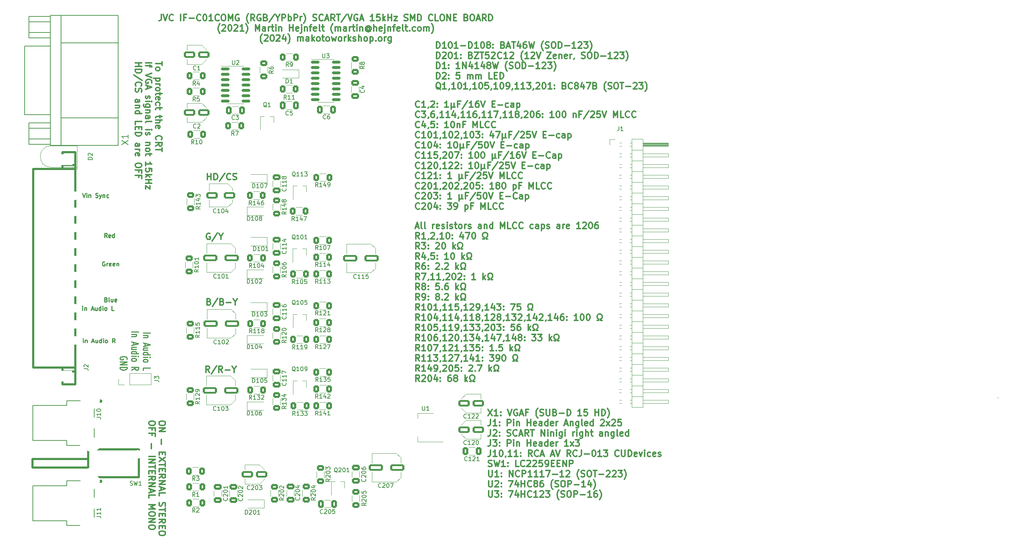
<source format=gto>
G04 #@! TF.GenerationSoftware,KiCad,Pcbnew,6.0.2+dfsg-1*
G04 #@! TF.CreationDate,2024-08-10T18:00:16+02:00*
G04 #@! TF.ProjectId,rgb-board,7267622d-626f-4617-9264-2e6b69636164,rev?*
G04 #@! TF.SameCoordinates,Original*
G04 #@! TF.FileFunction,Legend,Top*
G04 #@! TF.FilePolarity,Positive*
%FSLAX46Y46*%
G04 Gerber Fmt 4.6, Leading zero omitted, Abs format (unit mm)*
G04 Created by KiCad (PCBNEW 6.0.2+dfsg-1) date 2024-08-10 18:00:16*
%MOMM*%
%LPD*%
G01*
G04 APERTURE LIST*
G04 Aperture macros list*
%AMRoundRect*
0 Rectangle with rounded corners*
0 $1 Rounding radius*
0 $2 $3 $4 $5 $6 $7 $8 $9 X,Y pos of 4 corners*
0 Add a 4 corners polygon primitive as box body*
4,1,4,$2,$3,$4,$5,$6,$7,$8,$9,$2,$3,0*
0 Add four circle primitives for the rounded corners*
1,1,$1+$1,$2,$3*
1,1,$1+$1,$4,$5*
1,1,$1+$1,$6,$7*
1,1,$1+$1,$8,$9*
0 Add four rect primitives between the rounded corners*
20,1,$1+$1,$2,$3,$4,$5,0*
20,1,$1+$1,$4,$5,$6,$7,0*
20,1,$1+$1,$6,$7,$8,$9,0*
20,1,$1+$1,$8,$9,$2,$3,0*%
G04 Aperture macros list end*
%ADD10C,0.200000*%
%ADD11C,0.300000*%
%ADD12C,0.250000*%
%ADD13C,0.150000*%
%ADD14C,0.500000*%
%ADD15C,0.120000*%
%ADD16C,0.127000*%
%ADD17C,0.400000*%
%ADD18C,3.600000*%
%ADD19R,3.200000X2.500000*%
%ADD20R,3.100000X2.500000*%
%ADD21C,2.000000*%
%ADD22R,1.700000X1.700000*%
%ADD23O,1.700000X1.700000*%
%ADD24R,0.800000X1.900000*%
%ADD25RoundRect,0.250000X1.412500X0.550000X-1.412500X0.550000X-1.412500X-0.550000X1.412500X-0.550000X0*%
%ADD26RoundRect,0.250000X-0.650000X0.412500X-0.650000X-0.412500X0.650000X-0.412500X0.650000X0.412500X0*%
%ADD27RoundRect,0.250000X-1.075000X-0.550000X1.075000X-0.550000X1.075000X0.550000X-1.075000X0.550000X0*%
%ADD28RoundRect,0.250000X0.412500X0.650000X-0.412500X0.650000X-0.412500X-0.650000X0.412500X-0.650000X0*%
%ADD29RoundRect,0.250000X1.075000X0.550000X-1.075000X0.550000X-1.075000X-0.550000X1.075000X-0.550000X0*%
%ADD30R,0.900000X1.200000*%
%ADD31RoundRect,0.250000X0.400000X0.625000X-0.400000X0.625000X-0.400000X-0.625000X0.400000X-0.625000X0*%
%ADD32RoundRect,0.250000X-0.400000X-0.625000X0.400000X-0.625000X0.400000X0.625000X-0.400000X0.625000X0*%
%ADD33RoundRect,0.250000X-0.625000X0.400000X-0.625000X-0.400000X0.625000X-0.400000X0.625000X0.400000X0*%
%ADD34RoundRect,0.250000X0.625000X-0.400000X0.625000X0.400000X-0.625000X0.400000X-0.625000X-0.400000X0*%
%ADD35RoundRect,0.250000X1.137500X0.550000X-1.137500X0.550000X-1.137500X-0.550000X1.137500X-0.550000X0*%
%ADD36RoundRect,0.250000X0.650000X-0.412500X0.650000X0.412500X-0.650000X0.412500X-0.650000X-0.412500X0*%
%ADD37R,2.000000X1.500000*%
%ADD38R,2.000000X3.800000*%
%ADD39O,4.204000X2.820000*%
%ADD40O,2.820000X4.204000*%
%ADD41O,2.204000X3.204000*%
%ADD42C,1.676400*%
%ADD43C,5.080000*%
%ADD44RoundRect,0.250000X-0.412500X-0.650000X0.412500X-0.650000X0.412500X0.650000X-0.412500X0.650000X0*%
%ADD45RoundRect,0.150000X-0.825000X-0.150000X0.825000X-0.150000X0.825000X0.150000X-0.825000X0.150000X0*%
%ADD46R,2.000000X2.000000*%
G04 APERTURE END LIST*
D10*
X305800000Y-124700000D02*
X305800000Y-124675000D01*
D11*
X172552142Y-41848571D02*
X172552142Y-40348571D01*
X172909285Y-40348571D01*
X173123571Y-40420000D01*
X173266428Y-40562857D01*
X173337857Y-40705714D01*
X173409285Y-40991428D01*
X173409285Y-41205714D01*
X173337857Y-41491428D01*
X173266428Y-41634285D01*
X173123571Y-41777142D01*
X172909285Y-41848571D01*
X172552142Y-41848571D01*
X174837857Y-41848571D02*
X173980714Y-41848571D01*
X174409285Y-41848571D02*
X174409285Y-40348571D01*
X174266428Y-40562857D01*
X174123571Y-40705714D01*
X173980714Y-40777142D01*
X175766428Y-40348571D02*
X175909285Y-40348571D01*
X176052142Y-40420000D01*
X176123571Y-40491428D01*
X176195000Y-40634285D01*
X176266428Y-40920000D01*
X176266428Y-41277142D01*
X176195000Y-41562857D01*
X176123571Y-41705714D01*
X176052142Y-41777142D01*
X175909285Y-41848571D01*
X175766428Y-41848571D01*
X175623571Y-41777142D01*
X175552142Y-41705714D01*
X175480714Y-41562857D01*
X175409285Y-41277142D01*
X175409285Y-40920000D01*
X175480714Y-40634285D01*
X175552142Y-40491428D01*
X175623571Y-40420000D01*
X175766428Y-40348571D01*
X177695000Y-41848571D02*
X176837857Y-41848571D01*
X177266428Y-41848571D02*
X177266428Y-40348571D01*
X177123571Y-40562857D01*
X176980714Y-40705714D01*
X176837857Y-40777142D01*
X178337857Y-41277142D02*
X179480714Y-41277142D01*
X180195000Y-41848571D02*
X180195000Y-40348571D01*
X180552142Y-40348571D01*
X180766428Y-40420000D01*
X180909285Y-40562857D01*
X180980714Y-40705714D01*
X181052142Y-40991428D01*
X181052142Y-41205714D01*
X180980714Y-41491428D01*
X180909285Y-41634285D01*
X180766428Y-41777142D01*
X180552142Y-41848571D01*
X180195000Y-41848571D01*
X182480714Y-41848571D02*
X181623571Y-41848571D01*
X182052142Y-41848571D02*
X182052142Y-40348571D01*
X181909285Y-40562857D01*
X181766428Y-40705714D01*
X181623571Y-40777142D01*
X183409285Y-40348571D02*
X183552142Y-40348571D01*
X183695000Y-40420000D01*
X183766428Y-40491428D01*
X183837857Y-40634285D01*
X183909285Y-40920000D01*
X183909285Y-41277142D01*
X183837857Y-41562857D01*
X183766428Y-41705714D01*
X183695000Y-41777142D01*
X183552142Y-41848571D01*
X183409285Y-41848571D01*
X183266428Y-41777142D01*
X183195000Y-41705714D01*
X183123571Y-41562857D01*
X183052142Y-41277142D01*
X183052142Y-40920000D01*
X183123571Y-40634285D01*
X183195000Y-40491428D01*
X183266428Y-40420000D01*
X183409285Y-40348571D01*
X184766428Y-40991428D02*
X184623571Y-40920000D01*
X184552142Y-40848571D01*
X184480714Y-40705714D01*
X184480714Y-40634285D01*
X184552142Y-40491428D01*
X184623571Y-40420000D01*
X184766428Y-40348571D01*
X185052142Y-40348571D01*
X185195000Y-40420000D01*
X185266428Y-40491428D01*
X185337857Y-40634285D01*
X185337857Y-40705714D01*
X185266428Y-40848571D01*
X185195000Y-40920000D01*
X185052142Y-40991428D01*
X184766428Y-40991428D01*
X184623571Y-41062857D01*
X184552142Y-41134285D01*
X184480714Y-41277142D01*
X184480714Y-41562857D01*
X184552142Y-41705714D01*
X184623571Y-41777142D01*
X184766428Y-41848571D01*
X185052142Y-41848571D01*
X185195000Y-41777142D01*
X185266428Y-41705714D01*
X185337857Y-41562857D01*
X185337857Y-41277142D01*
X185266428Y-41134285D01*
X185195000Y-41062857D01*
X185052142Y-40991428D01*
X185980714Y-41705714D02*
X186052142Y-41777142D01*
X185980714Y-41848571D01*
X185909285Y-41777142D01*
X185980714Y-41705714D01*
X185980714Y-41848571D01*
X185980714Y-40920000D02*
X186052142Y-40991428D01*
X185980714Y-41062857D01*
X185909285Y-40991428D01*
X185980714Y-40920000D01*
X185980714Y-41062857D01*
X188337857Y-41062857D02*
X188552142Y-41134285D01*
X188623571Y-41205714D01*
X188695000Y-41348571D01*
X188695000Y-41562857D01*
X188623571Y-41705714D01*
X188552142Y-41777142D01*
X188409285Y-41848571D01*
X187837857Y-41848571D01*
X187837857Y-40348571D01*
X188337857Y-40348571D01*
X188480714Y-40420000D01*
X188552142Y-40491428D01*
X188623571Y-40634285D01*
X188623571Y-40777142D01*
X188552142Y-40920000D01*
X188480714Y-40991428D01*
X188337857Y-41062857D01*
X187837857Y-41062857D01*
X189266428Y-41420000D02*
X189980714Y-41420000D01*
X189123571Y-41848571D02*
X189623571Y-40348571D01*
X190123571Y-41848571D01*
X190409285Y-40348571D02*
X191266428Y-40348571D01*
X190837857Y-41848571D02*
X190837857Y-40348571D01*
X192409285Y-40848571D02*
X192409285Y-41848571D01*
X192052142Y-40277142D02*
X191695000Y-41348571D01*
X192623571Y-41348571D01*
X193837857Y-40348571D02*
X193552142Y-40348571D01*
X193409285Y-40420000D01*
X193337857Y-40491428D01*
X193195000Y-40705714D01*
X193123571Y-40991428D01*
X193123571Y-41562857D01*
X193195000Y-41705714D01*
X193266428Y-41777142D01*
X193409285Y-41848571D01*
X193695000Y-41848571D01*
X193837857Y-41777142D01*
X193909285Y-41705714D01*
X193980714Y-41562857D01*
X193980714Y-41205714D01*
X193909285Y-41062857D01*
X193837857Y-40991428D01*
X193695000Y-40920000D01*
X193409285Y-40920000D01*
X193266428Y-40991428D01*
X193195000Y-41062857D01*
X193123571Y-41205714D01*
X194480714Y-40348571D02*
X194837857Y-41848571D01*
X195123571Y-40777142D01*
X195409285Y-41848571D01*
X195766428Y-40348571D01*
X197909285Y-42420000D02*
X197837857Y-42348571D01*
X197695000Y-42134285D01*
X197623571Y-41991428D01*
X197552142Y-41777142D01*
X197480714Y-41420000D01*
X197480714Y-41134285D01*
X197552142Y-40777142D01*
X197623571Y-40562857D01*
X197695000Y-40420000D01*
X197837857Y-40205714D01*
X197909285Y-40134285D01*
X198409285Y-41777142D02*
X198623571Y-41848571D01*
X198980714Y-41848571D01*
X199123571Y-41777142D01*
X199195000Y-41705714D01*
X199266428Y-41562857D01*
X199266428Y-41420000D01*
X199195000Y-41277142D01*
X199123571Y-41205714D01*
X198980714Y-41134285D01*
X198695000Y-41062857D01*
X198552142Y-40991428D01*
X198480714Y-40920000D01*
X198409285Y-40777142D01*
X198409285Y-40634285D01*
X198480714Y-40491428D01*
X198552142Y-40420000D01*
X198695000Y-40348571D01*
X199052142Y-40348571D01*
X199266428Y-40420000D01*
X200195000Y-40348571D02*
X200480714Y-40348571D01*
X200623571Y-40420000D01*
X200766428Y-40562857D01*
X200837857Y-40848571D01*
X200837857Y-41348571D01*
X200766428Y-41634285D01*
X200623571Y-41777142D01*
X200480714Y-41848571D01*
X200195000Y-41848571D01*
X200052142Y-41777142D01*
X199909285Y-41634285D01*
X199837857Y-41348571D01*
X199837857Y-40848571D01*
X199909285Y-40562857D01*
X200052142Y-40420000D01*
X200195000Y-40348571D01*
X201480714Y-41848571D02*
X201480714Y-40348571D01*
X201837857Y-40348571D01*
X202052142Y-40420000D01*
X202195000Y-40562857D01*
X202266428Y-40705714D01*
X202337857Y-40991428D01*
X202337857Y-41205714D01*
X202266428Y-41491428D01*
X202195000Y-41634285D01*
X202052142Y-41777142D01*
X201837857Y-41848571D01*
X201480714Y-41848571D01*
X202980714Y-41277142D02*
X204123571Y-41277142D01*
X205623571Y-41848571D02*
X204766428Y-41848571D01*
X205195000Y-41848571D02*
X205195000Y-40348571D01*
X205052142Y-40562857D01*
X204909285Y-40705714D01*
X204766428Y-40777142D01*
X206195000Y-40491428D02*
X206266428Y-40420000D01*
X206409285Y-40348571D01*
X206766428Y-40348571D01*
X206909285Y-40420000D01*
X206980714Y-40491428D01*
X207052142Y-40634285D01*
X207052142Y-40777142D01*
X206980714Y-40991428D01*
X206123571Y-41848571D01*
X207052142Y-41848571D01*
X207552142Y-40348571D02*
X208480714Y-40348571D01*
X207980714Y-40920000D01*
X208195000Y-40920000D01*
X208337857Y-40991428D01*
X208409285Y-41062857D01*
X208480714Y-41205714D01*
X208480714Y-41562857D01*
X208409285Y-41705714D01*
X208337857Y-41777142D01*
X208195000Y-41848571D01*
X207766428Y-41848571D01*
X207623571Y-41777142D01*
X207552142Y-41705714D01*
X208980714Y-42420000D02*
X209052142Y-42348571D01*
X209195000Y-42134285D01*
X209266428Y-41991428D01*
X209337857Y-41777142D01*
X209409285Y-41420000D01*
X209409285Y-41134285D01*
X209337857Y-40777142D01*
X209266428Y-40562857D01*
X209195000Y-40420000D01*
X209052142Y-40205714D01*
X208980714Y-40134285D01*
X172552142Y-44263571D02*
X172552142Y-42763571D01*
X172909285Y-42763571D01*
X173123571Y-42835000D01*
X173266428Y-42977857D01*
X173337857Y-43120714D01*
X173409285Y-43406428D01*
X173409285Y-43620714D01*
X173337857Y-43906428D01*
X173266428Y-44049285D01*
X173123571Y-44192142D01*
X172909285Y-44263571D01*
X172552142Y-44263571D01*
X173980714Y-42906428D02*
X174052142Y-42835000D01*
X174195000Y-42763571D01*
X174552142Y-42763571D01*
X174695000Y-42835000D01*
X174766428Y-42906428D01*
X174837857Y-43049285D01*
X174837857Y-43192142D01*
X174766428Y-43406428D01*
X173909285Y-44263571D01*
X174837857Y-44263571D01*
X175766428Y-42763571D02*
X175909285Y-42763571D01*
X176052142Y-42835000D01*
X176123571Y-42906428D01*
X176195000Y-43049285D01*
X176266428Y-43335000D01*
X176266428Y-43692142D01*
X176195000Y-43977857D01*
X176123571Y-44120714D01*
X176052142Y-44192142D01*
X175909285Y-44263571D01*
X175766428Y-44263571D01*
X175623571Y-44192142D01*
X175552142Y-44120714D01*
X175480714Y-43977857D01*
X175409285Y-43692142D01*
X175409285Y-43335000D01*
X175480714Y-43049285D01*
X175552142Y-42906428D01*
X175623571Y-42835000D01*
X175766428Y-42763571D01*
X177695000Y-44263571D02*
X176837857Y-44263571D01*
X177266428Y-44263571D02*
X177266428Y-42763571D01*
X177123571Y-42977857D01*
X176980714Y-43120714D01*
X176837857Y-43192142D01*
X178337857Y-44120714D02*
X178409285Y-44192142D01*
X178337857Y-44263571D01*
X178266428Y-44192142D01*
X178337857Y-44120714D01*
X178337857Y-44263571D01*
X178337857Y-43335000D02*
X178409285Y-43406428D01*
X178337857Y-43477857D01*
X178266428Y-43406428D01*
X178337857Y-43335000D01*
X178337857Y-43477857D01*
X180695000Y-43477857D02*
X180909285Y-43549285D01*
X180980714Y-43620714D01*
X181052142Y-43763571D01*
X181052142Y-43977857D01*
X180980714Y-44120714D01*
X180909285Y-44192142D01*
X180766428Y-44263571D01*
X180195000Y-44263571D01*
X180195000Y-42763571D01*
X180695000Y-42763571D01*
X180837857Y-42835000D01*
X180909285Y-42906428D01*
X180980714Y-43049285D01*
X180980714Y-43192142D01*
X180909285Y-43335000D01*
X180837857Y-43406428D01*
X180695000Y-43477857D01*
X180195000Y-43477857D01*
X181552142Y-42763571D02*
X182552142Y-42763571D01*
X181552142Y-44263571D01*
X182552142Y-44263571D01*
X182909285Y-42763571D02*
X183766428Y-42763571D01*
X183337857Y-44263571D02*
X183337857Y-42763571D01*
X184980714Y-42763571D02*
X184266428Y-42763571D01*
X184195000Y-43477857D01*
X184266428Y-43406428D01*
X184409285Y-43335000D01*
X184766428Y-43335000D01*
X184909285Y-43406428D01*
X184980714Y-43477857D01*
X185052142Y-43620714D01*
X185052142Y-43977857D01*
X184980714Y-44120714D01*
X184909285Y-44192142D01*
X184766428Y-44263571D01*
X184409285Y-44263571D01*
X184266428Y-44192142D01*
X184195000Y-44120714D01*
X185623571Y-42906428D02*
X185695000Y-42835000D01*
X185837857Y-42763571D01*
X186195000Y-42763571D01*
X186337857Y-42835000D01*
X186409285Y-42906428D01*
X186480714Y-43049285D01*
X186480714Y-43192142D01*
X186409285Y-43406428D01*
X185552142Y-44263571D01*
X186480714Y-44263571D01*
X187980714Y-44120714D02*
X187909285Y-44192142D01*
X187695000Y-44263571D01*
X187552142Y-44263571D01*
X187337857Y-44192142D01*
X187195000Y-44049285D01*
X187123571Y-43906428D01*
X187052142Y-43620714D01*
X187052142Y-43406428D01*
X187123571Y-43120714D01*
X187195000Y-42977857D01*
X187337857Y-42835000D01*
X187552142Y-42763571D01*
X187695000Y-42763571D01*
X187909285Y-42835000D01*
X187980714Y-42906428D01*
X189409285Y-44263571D02*
X188552142Y-44263571D01*
X188980714Y-44263571D02*
X188980714Y-42763571D01*
X188837857Y-42977857D01*
X188695000Y-43120714D01*
X188552142Y-43192142D01*
X189980714Y-42906428D02*
X190052142Y-42835000D01*
X190195000Y-42763571D01*
X190552142Y-42763571D01*
X190695000Y-42835000D01*
X190766428Y-42906428D01*
X190837857Y-43049285D01*
X190837857Y-43192142D01*
X190766428Y-43406428D01*
X189909285Y-44263571D01*
X190837857Y-44263571D01*
X193052142Y-44835000D02*
X192980714Y-44763571D01*
X192837857Y-44549285D01*
X192766428Y-44406428D01*
X192695000Y-44192142D01*
X192623571Y-43835000D01*
X192623571Y-43549285D01*
X192695000Y-43192142D01*
X192766428Y-42977857D01*
X192837857Y-42835000D01*
X192980714Y-42620714D01*
X193052142Y-42549285D01*
X194409285Y-44263571D02*
X193552142Y-44263571D01*
X193980714Y-44263571D02*
X193980714Y-42763571D01*
X193837857Y-42977857D01*
X193695000Y-43120714D01*
X193552142Y-43192142D01*
X194980714Y-42906428D02*
X195052142Y-42835000D01*
X195195000Y-42763571D01*
X195552142Y-42763571D01*
X195695000Y-42835000D01*
X195766428Y-42906428D01*
X195837857Y-43049285D01*
X195837857Y-43192142D01*
X195766428Y-43406428D01*
X194909285Y-44263571D01*
X195837857Y-44263571D01*
X196266428Y-42763571D02*
X196766428Y-44263571D01*
X197266428Y-42763571D01*
X198766428Y-42763571D02*
X199766428Y-42763571D01*
X198766428Y-44263571D01*
X199766428Y-44263571D01*
X200909285Y-44192142D02*
X200766428Y-44263571D01*
X200480714Y-44263571D01*
X200337857Y-44192142D01*
X200266428Y-44049285D01*
X200266428Y-43477857D01*
X200337857Y-43335000D01*
X200480714Y-43263571D01*
X200766428Y-43263571D01*
X200909285Y-43335000D01*
X200980714Y-43477857D01*
X200980714Y-43620714D01*
X200266428Y-43763571D01*
X201623571Y-43263571D02*
X201623571Y-44263571D01*
X201623571Y-43406428D02*
X201695000Y-43335000D01*
X201837857Y-43263571D01*
X202052142Y-43263571D01*
X202195000Y-43335000D01*
X202266428Y-43477857D01*
X202266428Y-44263571D01*
X203552142Y-44192142D02*
X203409285Y-44263571D01*
X203123571Y-44263571D01*
X202980714Y-44192142D01*
X202909285Y-44049285D01*
X202909285Y-43477857D01*
X202980714Y-43335000D01*
X203123571Y-43263571D01*
X203409285Y-43263571D01*
X203552142Y-43335000D01*
X203623571Y-43477857D01*
X203623571Y-43620714D01*
X202909285Y-43763571D01*
X204266428Y-44263571D02*
X204266428Y-43263571D01*
X204266428Y-43549285D02*
X204337857Y-43406428D01*
X204409285Y-43335000D01*
X204552142Y-43263571D01*
X204695000Y-43263571D01*
X205266428Y-44192142D02*
X205266428Y-44263571D01*
X205195000Y-44406428D01*
X205123571Y-44477857D01*
X206980714Y-44192142D02*
X207195000Y-44263571D01*
X207552142Y-44263571D01*
X207695000Y-44192142D01*
X207766428Y-44120714D01*
X207837857Y-43977857D01*
X207837857Y-43835000D01*
X207766428Y-43692142D01*
X207695000Y-43620714D01*
X207552142Y-43549285D01*
X207266428Y-43477857D01*
X207123571Y-43406428D01*
X207052142Y-43335000D01*
X206980714Y-43192142D01*
X206980714Y-43049285D01*
X207052142Y-42906428D01*
X207123571Y-42835000D01*
X207266428Y-42763571D01*
X207623571Y-42763571D01*
X207837857Y-42835000D01*
X208766428Y-42763571D02*
X209052142Y-42763571D01*
X209195000Y-42835000D01*
X209337857Y-42977857D01*
X209409285Y-43263571D01*
X209409285Y-43763571D01*
X209337857Y-44049285D01*
X209195000Y-44192142D01*
X209052142Y-44263571D01*
X208766428Y-44263571D01*
X208623571Y-44192142D01*
X208480714Y-44049285D01*
X208409285Y-43763571D01*
X208409285Y-43263571D01*
X208480714Y-42977857D01*
X208623571Y-42835000D01*
X208766428Y-42763571D01*
X210052142Y-44263571D02*
X210052142Y-42763571D01*
X210409285Y-42763571D01*
X210623571Y-42835000D01*
X210766428Y-42977857D01*
X210837857Y-43120714D01*
X210909285Y-43406428D01*
X210909285Y-43620714D01*
X210837857Y-43906428D01*
X210766428Y-44049285D01*
X210623571Y-44192142D01*
X210409285Y-44263571D01*
X210052142Y-44263571D01*
X211552142Y-43692142D02*
X212695000Y-43692142D01*
X214195000Y-44263571D02*
X213337857Y-44263571D01*
X213766428Y-44263571D02*
X213766428Y-42763571D01*
X213623571Y-42977857D01*
X213480714Y-43120714D01*
X213337857Y-43192142D01*
X214766428Y-42906428D02*
X214837857Y-42835000D01*
X214980714Y-42763571D01*
X215337857Y-42763571D01*
X215480714Y-42835000D01*
X215552142Y-42906428D01*
X215623571Y-43049285D01*
X215623571Y-43192142D01*
X215552142Y-43406428D01*
X214695000Y-44263571D01*
X215623571Y-44263571D01*
X216123571Y-42763571D02*
X217052142Y-42763571D01*
X216552142Y-43335000D01*
X216766428Y-43335000D01*
X216909285Y-43406428D01*
X216980714Y-43477857D01*
X217052142Y-43620714D01*
X217052142Y-43977857D01*
X216980714Y-44120714D01*
X216909285Y-44192142D01*
X216766428Y-44263571D01*
X216337857Y-44263571D01*
X216195000Y-44192142D01*
X216123571Y-44120714D01*
X217552142Y-44835000D02*
X217623571Y-44763571D01*
X217766428Y-44549285D01*
X217837857Y-44406428D01*
X217909285Y-44192142D01*
X217980714Y-43835000D01*
X217980714Y-43549285D01*
X217909285Y-43192142D01*
X217837857Y-42977857D01*
X217766428Y-42835000D01*
X217623571Y-42620714D01*
X217552142Y-42549285D01*
X172552142Y-46678571D02*
X172552142Y-45178571D01*
X172909285Y-45178571D01*
X173123571Y-45250000D01*
X173266428Y-45392857D01*
X173337857Y-45535714D01*
X173409285Y-45821428D01*
X173409285Y-46035714D01*
X173337857Y-46321428D01*
X173266428Y-46464285D01*
X173123571Y-46607142D01*
X172909285Y-46678571D01*
X172552142Y-46678571D01*
X174837857Y-46678571D02*
X173980714Y-46678571D01*
X174409285Y-46678571D02*
X174409285Y-45178571D01*
X174266428Y-45392857D01*
X174123571Y-45535714D01*
X173980714Y-45607142D01*
X175480714Y-46535714D02*
X175552142Y-46607142D01*
X175480714Y-46678571D01*
X175409285Y-46607142D01*
X175480714Y-46535714D01*
X175480714Y-46678571D01*
X175480714Y-45750000D02*
X175552142Y-45821428D01*
X175480714Y-45892857D01*
X175409285Y-45821428D01*
X175480714Y-45750000D01*
X175480714Y-45892857D01*
X178123571Y-46678571D02*
X177266428Y-46678571D01*
X177695000Y-46678571D02*
X177695000Y-45178571D01*
X177552142Y-45392857D01*
X177409285Y-45535714D01*
X177266428Y-45607142D01*
X178766428Y-46678571D02*
X178766428Y-45178571D01*
X179623571Y-46678571D01*
X179623571Y-45178571D01*
X180980714Y-45678571D02*
X180980714Y-46678571D01*
X180623571Y-45107142D02*
X180266428Y-46178571D01*
X181195000Y-46178571D01*
X182552142Y-46678571D02*
X181695000Y-46678571D01*
X182123571Y-46678571D02*
X182123571Y-45178571D01*
X181980714Y-45392857D01*
X181837857Y-45535714D01*
X181695000Y-45607142D01*
X183837857Y-45678571D02*
X183837857Y-46678571D01*
X183480714Y-45107142D02*
X183123571Y-46178571D01*
X184052142Y-46178571D01*
X184837857Y-45821428D02*
X184695000Y-45750000D01*
X184623571Y-45678571D01*
X184552142Y-45535714D01*
X184552142Y-45464285D01*
X184623571Y-45321428D01*
X184695000Y-45250000D01*
X184837857Y-45178571D01*
X185123571Y-45178571D01*
X185266428Y-45250000D01*
X185337857Y-45321428D01*
X185409285Y-45464285D01*
X185409285Y-45535714D01*
X185337857Y-45678571D01*
X185266428Y-45750000D01*
X185123571Y-45821428D01*
X184837857Y-45821428D01*
X184695000Y-45892857D01*
X184623571Y-45964285D01*
X184552142Y-46107142D01*
X184552142Y-46392857D01*
X184623571Y-46535714D01*
X184695000Y-46607142D01*
X184837857Y-46678571D01*
X185123571Y-46678571D01*
X185266428Y-46607142D01*
X185337857Y-46535714D01*
X185409285Y-46392857D01*
X185409285Y-46107142D01*
X185337857Y-45964285D01*
X185266428Y-45892857D01*
X185123571Y-45821428D01*
X185909285Y-45178571D02*
X186266428Y-46678571D01*
X186552142Y-45607142D01*
X186837857Y-46678571D01*
X187195000Y-45178571D01*
X189337857Y-47250000D02*
X189266428Y-47178571D01*
X189123571Y-46964285D01*
X189052142Y-46821428D01*
X188980714Y-46607142D01*
X188909285Y-46250000D01*
X188909285Y-45964285D01*
X188980714Y-45607142D01*
X189052142Y-45392857D01*
X189123571Y-45250000D01*
X189266428Y-45035714D01*
X189337857Y-44964285D01*
X189837857Y-46607142D02*
X190052142Y-46678571D01*
X190409285Y-46678571D01*
X190552142Y-46607142D01*
X190623571Y-46535714D01*
X190695000Y-46392857D01*
X190695000Y-46250000D01*
X190623571Y-46107142D01*
X190552142Y-46035714D01*
X190409285Y-45964285D01*
X190123571Y-45892857D01*
X189980714Y-45821428D01*
X189909285Y-45750000D01*
X189837857Y-45607142D01*
X189837857Y-45464285D01*
X189909285Y-45321428D01*
X189980714Y-45250000D01*
X190123571Y-45178571D01*
X190480714Y-45178571D01*
X190695000Y-45250000D01*
X191623571Y-45178571D02*
X191909285Y-45178571D01*
X192052142Y-45250000D01*
X192195000Y-45392857D01*
X192266428Y-45678571D01*
X192266428Y-46178571D01*
X192195000Y-46464285D01*
X192052142Y-46607142D01*
X191909285Y-46678571D01*
X191623571Y-46678571D01*
X191480714Y-46607142D01*
X191337857Y-46464285D01*
X191266428Y-46178571D01*
X191266428Y-45678571D01*
X191337857Y-45392857D01*
X191480714Y-45250000D01*
X191623571Y-45178571D01*
X192909285Y-46678571D02*
X192909285Y-45178571D01*
X193266428Y-45178571D01*
X193480714Y-45250000D01*
X193623571Y-45392857D01*
X193695000Y-45535714D01*
X193766428Y-45821428D01*
X193766428Y-46035714D01*
X193695000Y-46321428D01*
X193623571Y-46464285D01*
X193480714Y-46607142D01*
X193266428Y-46678571D01*
X192909285Y-46678571D01*
X194409285Y-46107142D02*
X195552142Y-46107142D01*
X197052142Y-46678571D02*
X196195000Y-46678571D01*
X196623571Y-46678571D02*
X196623571Y-45178571D01*
X196480714Y-45392857D01*
X196337857Y-45535714D01*
X196195000Y-45607142D01*
X197623571Y-45321428D02*
X197695000Y-45250000D01*
X197837857Y-45178571D01*
X198195000Y-45178571D01*
X198337857Y-45250000D01*
X198409285Y-45321428D01*
X198480714Y-45464285D01*
X198480714Y-45607142D01*
X198409285Y-45821428D01*
X197552142Y-46678571D01*
X198480714Y-46678571D01*
X198980714Y-45178571D02*
X199909285Y-45178571D01*
X199409285Y-45750000D01*
X199623571Y-45750000D01*
X199766428Y-45821428D01*
X199837857Y-45892857D01*
X199909285Y-46035714D01*
X199909285Y-46392857D01*
X199837857Y-46535714D01*
X199766428Y-46607142D01*
X199623571Y-46678571D01*
X199195000Y-46678571D01*
X199052142Y-46607142D01*
X198980714Y-46535714D01*
X200409285Y-47250000D02*
X200480714Y-47178571D01*
X200623571Y-46964285D01*
X200695000Y-46821428D01*
X200766428Y-46607142D01*
X200837857Y-46250000D01*
X200837857Y-45964285D01*
X200766428Y-45607142D01*
X200695000Y-45392857D01*
X200623571Y-45250000D01*
X200480714Y-45035714D01*
X200409285Y-44964285D01*
X172552142Y-49093571D02*
X172552142Y-47593571D01*
X172909285Y-47593571D01*
X173123571Y-47665000D01*
X173266428Y-47807857D01*
X173337857Y-47950714D01*
X173409285Y-48236428D01*
X173409285Y-48450714D01*
X173337857Y-48736428D01*
X173266428Y-48879285D01*
X173123571Y-49022142D01*
X172909285Y-49093571D01*
X172552142Y-49093571D01*
X173980714Y-47736428D02*
X174052142Y-47665000D01*
X174195000Y-47593571D01*
X174552142Y-47593571D01*
X174695000Y-47665000D01*
X174766428Y-47736428D01*
X174837857Y-47879285D01*
X174837857Y-48022142D01*
X174766428Y-48236428D01*
X173909285Y-49093571D01*
X174837857Y-49093571D01*
X175480714Y-48950714D02*
X175552142Y-49022142D01*
X175480714Y-49093571D01*
X175409285Y-49022142D01*
X175480714Y-48950714D01*
X175480714Y-49093571D01*
X175480714Y-48165000D02*
X175552142Y-48236428D01*
X175480714Y-48307857D01*
X175409285Y-48236428D01*
X175480714Y-48165000D01*
X175480714Y-48307857D01*
X178052142Y-47593571D02*
X177337857Y-47593571D01*
X177266428Y-48307857D01*
X177337857Y-48236428D01*
X177480714Y-48165000D01*
X177837857Y-48165000D01*
X177980714Y-48236428D01*
X178052142Y-48307857D01*
X178123571Y-48450714D01*
X178123571Y-48807857D01*
X178052142Y-48950714D01*
X177980714Y-49022142D01*
X177837857Y-49093571D01*
X177480714Y-49093571D01*
X177337857Y-49022142D01*
X177266428Y-48950714D01*
X179909285Y-49093571D02*
X179909285Y-48093571D01*
X179909285Y-48236428D02*
X179980714Y-48165000D01*
X180123571Y-48093571D01*
X180337857Y-48093571D01*
X180480714Y-48165000D01*
X180552142Y-48307857D01*
X180552142Y-49093571D01*
X180552142Y-48307857D02*
X180623571Y-48165000D01*
X180766428Y-48093571D01*
X180980714Y-48093571D01*
X181123571Y-48165000D01*
X181195000Y-48307857D01*
X181195000Y-49093571D01*
X181909285Y-49093571D02*
X181909285Y-48093571D01*
X181909285Y-48236428D02*
X181980714Y-48165000D01*
X182123571Y-48093571D01*
X182337857Y-48093571D01*
X182480714Y-48165000D01*
X182552142Y-48307857D01*
X182552142Y-49093571D01*
X182552142Y-48307857D02*
X182623571Y-48165000D01*
X182766428Y-48093571D01*
X182980714Y-48093571D01*
X183123571Y-48165000D01*
X183195000Y-48307857D01*
X183195000Y-49093571D01*
X185766428Y-49093571D02*
X185052142Y-49093571D01*
X185052142Y-47593571D01*
X186266428Y-48307857D02*
X186766428Y-48307857D01*
X186980714Y-49093571D02*
X186266428Y-49093571D01*
X186266428Y-47593571D01*
X186980714Y-47593571D01*
X187623571Y-49093571D02*
X187623571Y-47593571D01*
X187980714Y-47593571D01*
X188195000Y-47665000D01*
X188337857Y-47807857D01*
X188409285Y-47950714D01*
X188480714Y-48236428D01*
X188480714Y-48450714D01*
X188409285Y-48736428D01*
X188337857Y-48879285D01*
X188195000Y-49022142D01*
X187980714Y-49093571D01*
X187623571Y-49093571D01*
X173552142Y-51651428D02*
X173409285Y-51580000D01*
X173266428Y-51437142D01*
X173052142Y-51222857D01*
X172909285Y-51151428D01*
X172766428Y-51151428D01*
X172837857Y-51508571D02*
X172695000Y-51437142D01*
X172552142Y-51294285D01*
X172480714Y-51008571D01*
X172480714Y-50508571D01*
X172552142Y-50222857D01*
X172695000Y-50080000D01*
X172837857Y-50008571D01*
X173123571Y-50008571D01*
X173266428Y-50080000D01*
X173409285Y-50222857D01*
X173480714Y-50508571D01*
X173480714Y-51008571D01*
X173409285Y-51294285D01*
X173266428Y-51437142D01*
X173123571Y-51508571D01*
X172837857Y-51508571D01*
X174909285Y-51508571D02*
X174052142Y-51508571D01*
X174480714Y-51508571D02*
X174480714Y-50008571D01*
X174337857Y-50222857D01*
X174195000Y-50365714D01*
X174052142Y-50437142D01*
X175623571Y-51437142D02*
X175623571Y-51508571D01*
X175552142Y-51651428D01*
X175480714Y-51722857D01*
X177052142Y-51508571D02*
X176195000Y-51508571D01*
X176623571Y-51508571D02*
X176623571Y-50008571D01*
X176480714Y-50222857D01*
X176337857Y-50365714D01*
X176195000Y-50437142D01*
X177980714Y-50008571D02*
X178123571Y-50008571D01*
X178266428Y-50080000D01*
X178337857Y-50151428D01*
X178409285Y-50294285D01*
X178480714Y-50580000D01*
X178480714Y-50937142D01*
X178409285Y-51222857D01*
X178337857Y-51365714D01*
X178266428Y-51437142D01*
X178123571Y-51508571D01*
X177980714Y-51508571D01*
X177837857Y-51437142D01*
X177766428Y-51365714D01*
X177695000Y-51222857D01*
X177623571Y-50937142D01*
X177623571Y-50580000D01*
X177695000Y-50294285D01*
X177766428Y-50151428D01*
X177837857Y-50080000D01*
X177980714Y-50008571D01*
X179909285Y-51508571D02*
X179052142Y-51508571D01*
X179480714Y-51508571D02*
X179480714Y-50008571D01*
X179337857Y-50222857D01*
X179195000Y-50365714D01*
X179052142Y-50437142D01*
X180623571Y-51437142D02*
X180623571Y-51508571D01*
X180552142Y-51651428D01*
X180480714Y-51722857D01*
X182052142Y-51508571D02*
X181195000Y-51508571D01*
X181623571Y-51508571D02*
X181623571Y-50008571D01*
X181480714Y-50222857D01*
X181337857Y-50365714D01*
X181195000Y-50437142D01*
X182980714Y-50008571D02*
X183123571Y-50008571D01*
X183266428Y-50080000D01*
X183337857Y-50151428D01*
X183409285Y-50294285D01*
X183480714Y-50580000D01*
X183480714Y-50937142D01*
X183409285Y-51222857D01*
X183337857Y-51365714D01*
X183266428Y-51437142D01*
X183123571Y-51508571D01*
X182980714Y-51508571D01*
X182837857Y-51437142D01*
X182766428Y-51365714D01*
X182695000Y-51222857D01*
X182623571Y-50937142D01*
X182623571Y-50580000D01*
X182695000Y-50294285D01*
X182766428Y-50151428D01*
X182837857Y-50080000D01*
X182980714Y-50008571D01*
X184837857Y-50008571D02*
X184123571Y-50008571D01*
X184052142Y-50722857D01*
X184123571Y-50651428D01*
X184266428Y-50580000D01*
X184623571Y-50580000D01*
X184766428Y-50651428D01*
X184837857Y-50722857D01*
X184909285Y-50865714D01*
X184909285Y-51222857D01*
X184837857Y-51365714D01*
X184766428Y-51437142D01*
X184623571Y-51508571D01*
X184266428Y-51508571D01*
X184123571Y-51437142D01*
X184052142Y-51365714D01*
X185623571Y-51437142D02*
X185623571Y-51508571D01*
X185552142Y-51651428D01*
X185480714Y-51722857D01*
X187052142Y-51508571D02*
X186195000Y-51508571D01*
X186623571Y-51508571D02*
X186623571Y-50008571D01*
X186480714Y-50222857D01*
X186337857Y-50365714D01*
X186195000Y-50437142D01*
X187980714Y-50008571D02*
X188123571Y-50008571D01*
X188266428Y-50080000D01*
X188337857Y-50151428D01*
X188409285Y-50294285D01*
X188480714Y-50580000D01*
X188480714Y-50937142D01*
X188409285Y-51222857D01*
X188337857Y-51365714D01*
X188266428Y-51437142D01*
X188123571Y-51508571D01*
X187980714Y-51508571D01*
X187837857Y-51437142D01*
X187766428Y-51365714D01*
X187695000Y-51222857D01*
X187623571Y-50937142D01*
X187623571Y-50580000D01*
X187695000Y-50294285D01*
X187766428Y-50151428D01*
X187837857Y-50080000D01*
X187980714Y-50008571D01*
X189195000Y-51508571D02*
X189480714Y-51508571D01*
X189623571Y-51437142D01*
X189695000Y-51365714D01*
X189837857Y-51151428D01*
X189909285Y-50865714D01*
X189909285Y-50294285D01*
X189837857Y-50151428D01*
X189766428Y-50080000D01*
X189623571Y-50008571D01*
X189337857Y-50008571D01*
X189195000Y-50080000D01*
X189123571Y-50151428D01*
X189052142Y-50294285D01*
X189052142Y-50651428D01*
X189123571Y-50794285D01*
X189195000Y-50865714D01*
X189337857Y-50937142D01*
X189623571Y-50937142D01*
X189766428Y-50865714D01*
X189837857Y-50794285D01*
X189909285Y-50651428D01*
X190623571Y-51437142D02*
X190623571Y-51508571D01*
X190552142Y-51651428D01*
X190480714Y-51722857D01*
X192052142Y-51508571D02*
X191195000Y-51508571D01*
X191623571Y-51508571D02*
X191623571Y-50008571D01*
X191480714Y-50222857D01*
X191337857Y-50365714D01*
X191195000Y-50437142D01*
X193480714Y-51508571D02*
X192623571Y-51508571D01*
X193052142Y-51508571D02*
X193052142Y-50008571D01*
X192909285Y-50222857D01*
X192766428Y-50365714D01*
X192623571Y-50437142D01*
X193980714Y-50008571D02*
X194909285Y-50008571D01*
X194409285Y-50580000D01*
X194623571Y-50580000D01*
X194766428Y-50651428D01*
X194837857Y-50722857D01*
X194909285Y-50865714D01*
X194909285Y-51222857D01*
X194837857Y-51365714D01*
X194766428Y-51437142D01*
X194623571Y-51508571D01*
X194195000Y-51508571D01*
X194052142Y-51437142D01*
X193980714Y-51365714D01*
X195623571Y-51437142D02*
X195623571Y-51508571D01*
X195552142Y-51651428D01*
X195480714Y-51722857D01*
X196195000Y-50151428D02*
X196266428Y-50080000D01*
X196409285Y-50008571D01*
X196766428Y-50008571D01*
X196909285Y-50080000D01*
X196980714Y-50151428D01*
X197052142Y-50294285D01*
X197052142Y-50437142D01*
X196980714Y-50651428D01*
X196123571Y-51508571D01*
X197052142Y-51508571D01*
X197980714Y-50008571D02*
X198123571Y-50008571D01*
X198266428Y-50080000D01*
X198337857Y-50151428D01*
X198409285Y-50294285D01*
X198480714Y-50580000D01*
X198480714Y-50937142D01*
X198409285Y-51222857D01*
X198337857Y-51365714D01*
X198266428Y-51437142D01*
X198123571Y-51508571D01*
X197980714Y-51508571D01*
X197837857Y-51437142D01*
X197766428Y-51365714D01*
X197695000Y-51222857D01*
X197623571Y-50937142D01*
X197623571Y-50580000D01*
X197695000Y-50294285D01*
X197766428Y-50151428D01*
X197837857Y-50080000D01*
X197980714Y-50008571D01*
X199909285Y-51508571D02*
X199052142Y-51508571D01*
X199480714Y-51508571D02*
X199480714Y-50008571D01*
X199337857Y-50222857D01*
X199195000Y-50365714D01*
X199052142Y-50437142D01*
X200552142Y-51365714D02*
X200623571Y-51437142D01*
X200552142Y-51508571D01*
X200480714Y-51437142D01*
X200552142Y-51365714D01*
X200552142Y-51508571D01*
X200552142Y-50580000D02*
X200623571Y-50651428D01*
X200552142Y-50722857D01*
X200480714Y-50651428D01*
X200552142Y-50580000D01*
X200552142Y-50722857D01*
X202909285Y-50722857D02*
X203123571Y-50794285D01*
X203195000Y-50865714D01*
X203266428Y-51008571D01*
X203266428Y-51222857D01*
X203195000Y-51365714D01*
X203123571Y-51437142D01*
X202980714Y-51508571D01*
X202409285Y-51508571D01*
X202409285Y-50008571D01*
X202909285Y-50008571D01*
X203052142Y-50080000D01*
X203123571Y-50151428D01*
X203195000Y-50294285D01*
X203195000Y-50437142D01*
X203123571Y-50580000D01*
X203052142Y-50651428D01*
X202909285Y-50722857D01*
X202409285Y-50722857D01*
X204766428Y-51365714D02*
X204695000Y-51437142D01*
X204480714Y-51508571D01*
X204337857Y-51508571D01*
X204123571Y-51437142D01*
X203980714Y-51294285D01*
X203909285Y-51151428D01*
X203837857Y-50865714D01*
X203837857Y-50651428D01*
X203909285Y-50365714D01*
X203980714Y-50222857D01*
X204123571Y-50080000D01*
X204337857Y-50008571D01*
X204480714Y-50008571D01*
X204695000Y-50080000D01*
X204766428Y-50151428D01*
X205623571Y-50651428D02*
X205480714Y-50580000D01*
X205409285Y-50508571D01*
X205337857Y-50365714D01*
X205337857Y-50294285D01*
X205409285Y-50151428D01*
X205480714Y-50080000D01*
X205623571Y-50008571D01*
X205909285Y-50008571D01*
X206052142Y-50080000D01*
X206123571Y-50151428D01*
X206195000Y-50294285D01*
X206195000Y-50365714D01*
X206123571Y-50508571D01*
X206052142Y-50580000D01*
X205909285Y-50651428D01*
X205623571Y-50651428D01*
X205480714Y-50722857D01*
X205409285Y-50794285D01*
X205337857Y-50937142D01*
X205337857Y-51222857D01*
X205409285Y-51365714D01*
X205480714Y-51437142D01*
X205623571Y-51508571D01*
X205909285Y-51508571D01*
X206052142Y-51437142D01*
X206123571Y-51365714D01*
X206195000Y-51222857D01*
X206195000Y-50937142D01*
X206123571Y-50794285D01*
X206052142Y-50722857D01*
X205909285Y-50651428D01*
X207480714Y-50508571D02*
X207480714Y-51508571D01*
X207123571Y-49937142D02*
X206766428Y-51008571D01*
X207695000Y-51008571D01*
X208123571Y-50008571D02*
X209123571Y-50008571D01*
X208480714Y-51508571D01*
X210195000Y-50722857D02*
X210409285Y-50794285D01*
X210480714Y-50865714D01*
X210552142Y-51008571D01*
X210552142Y-51222857D01*
X210480714Y-51365714D01*
X210409285Y-51437142D01*
X210266428Y-51508571D01*
X209695000Y-51508571D01*
X209695000Y-50008571D01*
X210195000Y-50008571D01*
X210337857Y-50080000D01*
X210409285Y-50151428D01*
X210480714Y-50294285D01*
X210480714Y-50437142D01*
X210409285Y-50580000D01*
X210337857Y-50651428D01*
X210195000Y-50722857D01*
X209695000Y-50722857D01*
X212766428Y-52080000D02*
X212695000Y-52008571D01*
X212552142Y-51794285D01*
X212480714Y-51651428D01*
X212409285Y-51437142D01*
X212337857Y-51080000D01*
X212337857Y-50794285D01*
X212409285Y-50437142D01*
X212480714Y-50222857D01*
X212552142Y-50080000D01*
X212695000Y-49865714D01*
X212766428Y-49794285D01*
X213266428Y-51437142D02*
X213480714Y-51508571D01*
X213837857Y-51508571D01*
X213980714Y-51437142D01*
X214052142Y-51365714D01*
X214123571Y-51222857D01*
X214123571Y-51080000D01*
X214052142Y-50937142D01*
X213980714Y-50865714D01*
X213837857Y-50794285D01*
X213552142Y-50722857D01*
X213409285Y-50651428D01*
X213337857Y-50580000D01*
X213266428Y-50437142D01*
X213266428Y-50294285D01*
X213337857Y-50151428D01*
X213409285Y-50080000D01*
X213552142Y-50008571D01*
X213909285Y-50008571D01*
X214123571Y-50080000D01*
X215052142Y-50008571D02*
X215337857Y-50008571D01*
X215480714Y-50080000D01*
X215623571Y-50222857D01*
X215695000Y-50508571D01*
X215695000Y-51008571D01*
X215623571Y-51294285D01*
X215480714Y-51437142D01*
X215337857Y-51508571D01*
X215052142Y-51508571D01*
X214909285Y-51437142D01*
X214766428Y-51294285D01*
X214695000Y-51008571D01*
X214695000Y-50508571D01*
X214766428Y-50222857D01*
X214909285Y-50080000D01*
X215052142Y-50008571D01*
X216123571Y-50008571D02*
X216980714Y-50008571D01*
X216552142Y-51508571D02*
X216552142Y-50008571D01*
X217480714Y-50937142D02*
X218623571Y-50937142D01*
X219266428Y-50151428D02*
X219337857Y-50080000D01*
X219480714Y-50008571D01*
X219837857Y-50008571D01*
X219980714Y-50080000D01*
X220052142Y-50151428D01*
X220123571Y-50294285D01*
X220123571Y-50437142D01*
X220052142Y-50651428D01*
X219195000Y-51508571D01*
X220123571Y-51508571D01*
X220623571Y-50008571D02*
X221552142Y-50008571D01*
X221052142Y-50580000D01*
X221266428Y-50580000D01*
X221409285Y-50651428D01*
X221480714Y-50722857D01*
X221552142Y-50865714D01*
X221552142Y-51222857D01*
X221480714Y-51365714D01*
X221409285Y-51437142D01*
X221266428Y-51508571D01*
X220837857Y-51508571D01*
X220695000Y-51437142D01*
X220623571Y-51365714D01*
X222052142Y-52080000D02*
X222123571Y-52008571D01*
X222266428Y-51794285D01*
X222337857Y-51651428D01*
X222409285Y-51437142D01*
X222480714Y-51080000D01*
X222480714Y-50794285D01*
X222409285Y-50437142D01*
X222337857Y-50222857D01*
X222266428Y-50080000D01*
X222123571Y-49865714D01*
X222052142Y-49794285D01*
X108265428Y-130587857D02*
X108265428Y-130873571D01*
X108194000Y-131016428D01*
X108051142Y-131159285D01*
X107765428Y-131230714D01*
X107265428Y-131230714D01*
X106979714Y-131159285D01*
X106836857Y-131016428D01*
X106765428Y-130873571D01*
X106765428Y-130587857D01*
X106836857Y-130445000D01*
X106979714Y-130302142D01*
X107265428Y-130230714D01*
X107765428Y-130230714D01*
X108051142Y-130302142D01*
X108194000Y-130445000D01*
X108265428Y-130587857D01*
X106765428Y-131873571D02*
X108265428Y-131873571D01*
X106765428Y-132730714D01*
X108265428Y-132730714D01*
X107336857Y-134587857D02*
X107336857Y-135730714D01*
X107551142Y-137587857D02*
X107551142Y-138087857D01*
X106765428Y-138302142D02*
X106765428Y-137587857D01*
X108265428Y-137587857D01*
X108265428Y-138302142D01*
X108265428Y-138802142D02*
X106765428Y-139802142D01*
X108265428Y-139802142D02*
X106765428Y-138802142D01*
X108265428Y-140159285D02*
X108265428Y-141016428D01*
X106765428Y-140587857D02*
X108265428Y-140587857D01*
X107551142Y-141516428D02*
X107551142Y-142016428D01*
X106765428Y-142230714D02*
X106765428Y-141516428D01*
X108265428Y-141516428D01*
X108265428Y-142230714D01*
X106765428Y-143730714D02*
X107479714Y-143230714D01*
X106765428Y-142873571D02*
X108265428Y-142873571D01*
X108265428Y-143445000D01*
X108194000Y-143587857D01*
X108122571Y-143659285D01*
X107979714Y-143730714D01*
X107765428Y-143730714D01*
X107622571Y-143659285D01*
X107551142Y-143587857D01*
X107479714Y-143445000D01*
X107479714Y-142873571D01*
X106765428Y-144373571D02*
X108265428Y-144373571D01*
X106765428Y-145230714D01*
X108265428Y-145230714D01*
X107194000Y-145873571D02*
X107194000Y-146587857D01*
X106765428Y-145730714D02*
X108265428Y-146230714D01*
X106765428Y-146730714D01*
X106765428Y-147945000D02*
X106765428Y-147230714D01*
X108265428Y-147230714D01*
X106836857Y-149516428D02*
X106765428Y-149730714D01*
X106765428Y-150087857D01*
X106836857Y-150230714D01*
X106908285Y-150302142D01*
X107051142Y-150373571D01*
X107194000Y-150373571D01*
X107336857Y-150302142D01*
X107408285Y-150230714D01*
X107479714Y-150087857D01*
X107551142Y-149802142D01*
X107622571Y-149659285D01*
X107694000Y-149587857D01*
X107836857Y-149516428D01*
X107979714Y-149516428D01*
X108122571Y-149587857D01*
X108194000Y-149659285D01*
X108265428Y-149802142D01*
X108265428Y-150159285D01*
X108194000Y-150373571D01*
X108265428Y-150802142D02*
X108265428Y-151659285D01*
X106765428Y-151230714D02*
X108265428Y-151230714D01*
X107551142Y-152159285D02*
X107551142Y-152659285D01*
X106765428Y-152873571D02*
X106765428Y-152159285D01*
X108265428Y-152159285D01*
X108265428Y-152873571D01*
X106765428Y-154373571D02*
X107479714Y-153873571D01*
X106765428Y-153516428D02*
X108265428Y-153516428D01*
X108265428Y-154087857D01*
X108194000Y-154230714D01*
X108122571Y-154302142D01*
X107979714Y-154373571D01*
X107765428Y-154373571D01*
X107622571Y-154302142D01*
X107551142Y-154230714D01*
X107479714Y-154087857D01*
X107479714Y-153516428D01*
X107551142Y-155016428D02*
X107551142Y-155516428D01*
X106765428Y-155730714D02*
X106765428Y-155016428D01*
X108265428Y-155016428D01*
X108265428Y-155730714D01*
X108265428Y-156659285D02*
X108265428Y-156945000D01*
X108194000Y-157087857D01*
X108051142Y-157230714D01*
X107765428Y-157302142D01*
X107265428Y-157302142D01*
X106979714Y-157230714D01*
X106836857Y-157087857D01*
X106765428Y-156945000D01*
X106765428Y-156659285D01*
X106836857Y-156516428D01*
X106979714Y-156373571D01*
X107265428Y-156302142D01*
X107765428Y-156302142D01*
X108051142Y-156373571D01*
X108194000Y-156516428D01*
X108265428Y-156659285D01*
X105850428Y-130587857D02*
X105850428Y-130873571D01*
X105779000Y-131016428D01*
X105636142Y-131159285D01*
X105350428Y-131230714D01*
X104850428Y-131230714D01*
X104564714Y-131159285D01*
X104421857Y-131016428D01*
X104350428Y-130873571D01*
X104350428Y-130587857D01*
X104421857Y-130445000D01*
X104564714Y-130302142D01*
X104850428Y-130230714D01*
X105350428Y-130230714D01*
X105636142Y-130302142D01*
X105779000Y-130445000D01*
X105850428Y-130587857D01*
X105136142Y-132373571D02*
X105136142Y-131873571D01*
X104350428Y-131873571D02*
X105850428Y-131873571D01*
X105850428Y-132587857D01*
X105136142Y-133659285D02*
X105136142Y-133159285D01*
X104350428Y-133159285D02*
X105850428Y-133159285D01*
X105850428Y-133873571D01*
X104921857Y-135587857D02*
X104921857Y-136730714D01*
X104350428Y-138587857D02*
X105850428Y-138587857D01*
X104350428Y-139302142D02*
X105850428Y-139302142D01*
X104350428Y-140159285D01*
X105850428Y-140159285D01*
X105850428Y-140659285D02*
X105850428Y-141516428D01*
X104350428Y-141087857D02*
X105850428Y-141087857D01*
X105136142Y-142016428D02*
X105136142Y-142516428D01*
X104350428Y-142730714D02*
X104350428Y-142016428D01*
X105850428Y-142016428D01*
X105850428Y-142730714D01*
X104350428Y-144230714D02*
X105064714Y-143730714D01*
X104350428Y-143373571D02*
X105850428Y-143373571D01*
X105850428Y-143945000D01*
X105779000Y-144087857D01*
X105707571Y-144159285D01*
X105564714Y-144230714D01*
X105350428Y-144230714D01*
X105207571Y-144159285D01*
X105136142Y-144087857D01*
X105064714Y-143945000D01*
X105064714Y-143373571D01*
X104350428Y-144873571D02*
X105850428Y-144873571D01*
X104350428Y-145730714D01*
X105850428Y-145730714D01*
X104779000Y-146373571D02*
X104779000Y-147087857D01*
X104350428Y-146230714D02*
X105850428Y-146730714D01*
X104350428Y-147230714D01*
X104350428Y-148445000D02*
X104350428Y-147730714D01*
X105850428Y-147730714D01*
X104350428Y-150087857D02*
X105850428Y-150087857D01*
X104779000Y-150587857D01*
X105850428Y-151087857D01*
X104350428Y-151087857D01*
X105850428Y-152087857D02*
X105850428Y-152373571D01*
X105779000Y-152516428D01*
X105636142Y-152659285D01*
X105350428Y-152730714D01*
X104850428Y-152730714D01*
X104564714Y-152659285D01*
X104421857Y-152516428D01*
X104350428Y-152373571D01*
X104350428Y-152087857D01*
X104421857Y-151945000D01*
X104564714Y-151802142D01*
X104850428Y-151730714D01*
X105350428Y-151730714D01*
X105636142Y-151802142D01*
X105779000Y-151945000D01*
X105850428Y-152087857D01*
X104350428Y-153373571D02*
X105850428Y-153373571D01*
X104350428Y-154230714D01*
X105850428Y-154230714D01*
X105850428Y-155230714D02*
X105850428Y-155516428D01*
X105779000Y-155659285D01*
X105636142Y-155802142D01*
X105350428Y-155873571D01*
X104850428Y-155873571D01*
X104564714Y-155802142D01*
X104421857Y-155659285D01*
X104350428Y-155516428D01*
X104350428Y-155230714D01*
X104421857Y-155087857D01*
X104564714Y-154945000D01*
X104850428Y-154873571D01*
X105350428Y-154873571D01*
X105636142Y-154945000D01*
X105779000Y-155087857D01*
X105850428Y-155230714D01*
X107268285Y-33847571D02*
X107268285Y-34919000D01*
X107196857Y-35133285D01*
X107054000Y-35276142D01*
X106839714Y-35347571D01*
X106696857Y-35347571D01*
X107768285Y-33847571D02*
X108268285Y-35347571D01*
X108768285Y-33847571D01*
X110125428Y-35204714D02*
X110054000Y-35276142D01*
X109839714Y-35347571D01*
X109696857Y-35347571D01*
X109482571Y-35276142D01*
X109339714Y-35133285D01*
X109268285Y-34990428D01*
X109196857Y-34704714D01*
X109196857Y-34490428D01*
X109268285Y-34204714D01*
X109339714Y-34061857D01*
X109482571Y-33919000D01*
X109696857Y-33847571D01*
X109839714Y-33847571D01*
X110054000Y-33919000D01*
X110125428Y-33990428D01*
X111911142Y-35347571D02*
X111911142Y-33847571D01*
X113125428Y-34561857D02*
X112625428Y-34561857D01*
X112625428Y-35347571D02*
X112625428Y-33847571D01*
X113339714Y-33847571D01*
X113911142Y-34776142D02*
X115054000Y-34776142D01*
X116625428Y-35204714D02*
X116554000Y-35276142D01*
X116339714Y-35347571D01*
X116196857Y-35347571D01*
X115982571Y-35276142D01*
X115839714Y-35133285D01*
X115768285Y-34990428D01*
X115696857Y-34704714D01*
X115696857Y-34490428D01*
X115768285Y-34204714D01*
X115839714Y-34061857D01*
X115982571Y-33919000D01*
X116196857Y-33847571D01*
X116339714Y-33847571D01*
X116554000Y-33919000D01*
X116625428Y-33990428D01*
X117554000Y-33847571D02*
X117696857Y-33847571D01*
X117839714Y-33919000D01*
X117911142Y-33990428D01*
X117982571Y-34133285D01*
X118054000Y-34419000D01*
X118054000Y-34776142D01*
X117982571Y-35061857D01*
X117911142Y-35204714D01*
X117839714Y-35276142D01*
X117696857Y-35347571D01*
X117554000Y-35347571D01*
X117411142Y-35276142D01*
X117339714Y-35204714D01*
X117268285Y-35061857D01*
X117196857Y-34776142D01*
X117196857Y-34419000D01*
X117268285Y-34133285D01*
X117339714Y-33990428D01*
X117411142Y-33919000D01*
X117554000Y-33847571D01*
X119482571Y-35347571D02*
X118625428Y-35347571D01*
X119054000Y-35347571D02*
X119054000Y-33847571D01*
X118911142Y-34061857D01*
X118768285Y-34204714D01*
X118625428Y-34276142D01*
X120982571Y-35204714D02*
X120911142Y-35276142D01*
X120696857Y-35347571D01*
X120554000Y-35347571D01*
X120339714Y-35276142D01*
X120196857Y-35133285D01*
X120125428Y-34990428D01*
X120054000Y-34704714D01*
X120054000Y-34490428D01*
X120125428Y-34204714D01*
X120196857Y-34061857D01*
X120339714Y-33919000D01*
X120554000Y-33847571D01*
X120696857Y-33847571D01*
X120911142Y-33919000D01*
X120982571Y-33990428D01*
X121911142Y-33847571D02*
X122196857Y-33847571D01*
X122339714Y-33919000D01*
X122482571Y-34061857D01*
X122554000Y-34347571D01*
X122554000Y-34847571D01*
X122482571Y-35133285D01*
X122339714Y-35276142D01*
X122196857Y-35347571D01*
X121911142Y-35347571D01*
X121768285Y-35276142D01*
X121625428Y-35133285D01*
X121554000Y-34847571D01*
X121554000Y-34347571D01*
X121625428Y-34061857D01*
X121768285Y-33919000D01*
X121911142Y-33847571D01*
X123196857Y-35347571D02*
X123196857Y-33847571D01*
X123696857Y-34919000D01*
X124196857Y-33847571D01*
X124196857Y-35347571D01*
X125696857Y-33919000D02*
X125554000Y-33847571D01*
X125339714Y-33847571D01*
X125125428Y-33919000D01*
X124982571Y-34061857D01*
X124911142Y-34204714D01*
X124839714Y-34490428D01*
X124839714Y-34704714D01*
X124911142Y-34990428D01*
X124982571Y-35133285D01*
X125125428Y-35276142D01*
X125339714Y-35347571D01*
X125482571Y-35347571D01*
X125696857Y-35276142D01*
X125768285Y-35204714D01*
X125768285Y-34704714D01*
X125482571Y-34704714D01*
X127982571Y-35919000D02*
X127911142Y-35847571D01*
X127768285Y-35633285D01*
X127696857Y-35490428D01*
X127625428Y-35276142D01*
X127554000Y-34919000D01*
X127554000Y-34633285D01*
X127625428Y-34276142D01*
X127696857Y-34061857D01*
X127768285Y-33919000D01*
X127911142Y-33704714D01*
X127982571Y-33633285D01*
X129411142Y-35347571D02*
X128911142Y-34633285D01*
X128554000Y-35347571D02*
X128554000Y-33847571D01*
X129125428Y-33847571D01*
X129268285Y-33919000D01*
X129339714Y-33990428D01*
X129411142Y-34133285D01*
X129411142Y-34347571D01*
X129339714Y-34490428D01*
X129268285Y-34561857D01*
X129125428Y-34633285D01*
X128554000Y-34633285D01*
X130839714Y-33919000D02*
X130696857Y-33847571D01*
X130482571Y-33847571D01*
X130268285Y-33919000D01*
X130125428Y-34061857D01*
X130054000Y-34204714D01*
X129982571Y-34490428D01*
X129982571Y-34704714D01*
X130054000Y-34990428D01*
X130125428Y-35133285D01*
X130268285Y-35276142D01*
X130482571Y-35347571D01*
X130625428Y-35347571D01*
X130839714Y-35276142D01*
X130911142Y-35204714D01*
X130911142Y-34704714D01*
X130625428Y-34704714D01*
X132054000Y-34561857D02*
X132268285Y-34633285D01*
X132339714Y-34704714D01*
X132411142Y-34847571D01*
X132411142Y-35061857D01*
X132339714Y-35204714D01*
X132268285Y-35276142D01*
X132125428Y-35347571D01*
X131554000Y-35347571D01*
X131554000Y-33847571D01*
X132054000Y-33847571D01*
X132196857Y-33919000D01*
X132268285Y-33990428D01*
X132339714Y-34133285D01*
X132339714Y-34276142D01*
X132268285Y-34419000D01*
X132196857Y-34490428D01*
X132054000Y-34561857D01*
X131554000Y-34561857D01*
X134125428Y-33776142D02*
X132839714Y-35704714D01*
X134911142Y-34633285D02*
X134911142Y-35347571D01*
X134411142Y-33847571D02*
X134911142Y-34633285D01*
X135411142Y-33847571D01*
X135911142Y-35347571D02*
X135911142Y-33847571D01*
X136482571Y-33847571D01*
X136625428Y-33919000D01*
X136696857Y-33990428D01*
X136768285Y-34133285D01*
X136768285Y-34347571D01*
X136696857Y-34490428D01*
X136625428Y-34561857D01*
X136482571Y-34633285D01*
X135911142Y-34633285D01*
X137411142Y-35347571D02*
X137411142Y-33847571D01*
X137411142Y-34419000D02*
X137554000Y-34347571D01*
X137839714Y-34347571D01*
X137982571Y-34419000D01*
X138054000Y-34490428D01*
X138125428Y-34633285D01*
X138125428Y-35061857D01*
X138054000Y-35204714D01*
X137982571Y-35276142D01*
X137839714Y-35347571D01*
X137554000Y-35347571D01*
X137411142Y-35276142D01*
X138768285Y-35347571D02*
X138768285Y-33847571D01*
X139339714Y-33847571D01*
X139482571Y-33919000D01*
X139554000Y-33990428D01*
X139625428Y-34133285D01*
X139625428Y-34347571D01*
X139554000Y-34490428D01*
X139482571Y-34561857D01*
X139339714Y-34633285D01*
X138768285Y-34633285D01*
X140268285Y-35347571D02*
X140268285Y-34347571D01*
X140268285Y-34633285D02*
X140339714Y-34490428D01*
X140411142Y-34419000D01*
X140554000Y-34347571D01*
X140696857Y-34347571D01*
X141054000Y-35919000D02*
X141125428Y-35847571D01*
X141268285Y-35633285D01*
X141339714Y-35490428D01*
X141411142Y-35276142D01*
X141482571Y-34919000D01*
X141482571Y-34633285D01*
X141411142Y-34276142D01*
X141339714Y-34061857D01*
X141268285Y-33919000D01*
X141125428Y-33704714D01*
X141054000Y-33633285D01*
X143268285Y-35276142D02*
X143482571Y-35347571D01*
X143839714Y-35347571D01*
X143982571Y-35276142D01*
X144054000Y-35204714D01*
X144125428Y-35061857D01*
X144125428Y-34919000D01*
X144054000Y-34776142D01*
X143982571Y-34704714D01*
X143839714Y-34633285D01*
X143554000Y-34561857D01*
X143411142Y-34490428D01*
X143339714Y-34419000D01*
X143268285Y-34276142D01*
X143268285Y-34133285D01*
X143339714Y-33990428D01*
X143411142Y-33919000D01*
X143554000Y-33847571D01*
X143911142Y-33847571D01*
X144125428Y-33919000D01*
X145625428Y-35204714D02*
X145554000Y-35276142D01*
X145339714Y-35347571D01*
X145196857Y-35347571D01*
X144982571Y-35276142D01*
X144839714Y-35133285D01*
X144768285Y-34990428D01*
X144696857Y-34704714D01*
X144696857Y-34490428D01*
X144768285Y-34204714D01*
X144839714Y-34061857D01*
X144982571Y-33919000D01*
X145196857Y-33847571D01*
X145339714Y-33847571D01*
X145554000Y-33919000D01*
X145625428Y-33990428D01*
X146196857Y-34919000D02*
X146911142Y-34919000D01*
X146054000Y-35347571D02*
X146554000Y-33847571D01*
X147054000Y-35347571D01*
X148411142Y-35347571D02*
X147911142Y-34633285D01*
X147554000Y-35347571D02*
X147554000Y-33847571D01*
X148125428Y-33847571D01*
X148268285Y-33919000D01*
X148339714Y-33990428D01*
X148411142Y-34133285D01*
X148411142Y-34347571D01*
X148339714Y-34490428D01*
X148268285Y-34561857D01*
X148125428Y-34633285D01*
X147554000Y-34633285D01*
X148839714Y-33847571D02*
X149696857Y-33847571D01*
X149268285Y-35347571D02*
X149268285Y-33847571D01*
X151268285Y-33776142D02*
X149982571Y-35704714D01*
X151554000Y-33847571D02*
X152054000Y-35347571D01*
X152554000Y-33847571D01*
X153839714Y-33919000D02*
X153696857Y-33847571D01*
X153482571Y-33847571D01*
X153268285Y-33919000D01*
X153125428Y-34061857D01*
X153054000Y-34204714D01*
X152982571Y-34490428D01*
X152982571Y-34704714D01*
X153054000Y-34990428D01*
X153125428Y-35133285D01*
X153268285Y-35276142D01*
X153482571Y-35347571D01*
X153625428Y-35347571D01*
X153839714Y-35276142D01*
X153911142Y-35204714D01*
X153911142Y-34704714D01*
X153625428Y-34704714D01*
X154482571Y-34919000D02*
X155196857Y-34919000D01*
X154339714Y-35347571D02*
X154839714Y-33847571D01*
X155339714Y-35347571D01*
X157768285Y-35347571D02*
X156911142Y-35347571D01*
X157339714Y-35347571D02*
X157339714Y-33847571D01*
X157196857Y-34061857D01*
X157054000Y-34204714D01*
X156911142Y-34276142D01*
X159125428Y-33847571D02*
X158411142Y-33847571D01*
X158339714Y-34561857D01*
X158411142Y-34490428D01*
X158554000Y-34419000D01*
X158911142Y-34419000D01*
X159054000Y-34490428D01*
X159125428Y-34561857D01*
X159196857Y-34704714D01*
X159196857Y-35061857D01*
X159125428Y-35204714D01*
X159054000Y-35276142D01*
X158911142Y-35347571D01*
X158554000Y-35347571D01*
X158411142Y-35276142D01*
X158339714Y-35204714D01*
X159839714Y-35347571D02*
X159839714Y-33847571D01*
X159982571Y-34776142D02*
X160411142Y-35347571D01*
X160411142Y-34347571D02*
X159839714Y-34919000D01*
X161054000Y-35347571D02*
X161054000Y-33847571D01*
X161054000Y-34561857D02*
X161911142Y-34561857D01*
X161911142Y-35347571D02*
X161911142Y-33847571D01*
X162482571Y-34347571D02*
X163268285Y-34347571D01*
X162482571Y-35347571D01*
X163268285Y-35347571D01*
X164911142Y-35276142D02*
X165125428Y-35347571D01*
X165482571Y-35347571D01*
X165625428Y-35276142D01*
X165696857Y-35204714D01*
X165768285Y-35061857D01*
X165768285Y-34919000D01*
X165696857Y-34776142D01*
X165625428Y-34704714D01*
X165482571Y-34633285D01*
X165196857Y-34561857D01*
X165054000Y-34490428D01*
X164982571Y-34419000D01*
X164911142Y-34276142D01*
X164911142Y-34133285D01*
X164982571Y-33990428D01*
X165054000Y-33919000D01*
X165196857Y-33847571D01*
X165554000Y-33847571D01*
X165768285Y-33919000D01*
X166411142Y-35347571D02*
X166411142Y-33847571D01*
X166911142Y-34919000D01*
X167411142Y-33847571D01*
X167411142Y-35347571D01*
X168125428Y-35347571D02*
X168125428Y-33847571D01*
X168482571Y-33847571D01*
X168696857Y-33919000D01*
X168839714Y-34061857D01*
X168911142Y-34204714D01*
X168982571Y-34490428D01*
X168982571Y-34704714D01*
X168911142Y-34990428D01*
X168839714Y-35133285D01*
X168696857Y-35276142D01*
X168482571Y-35347571D01*
X168125428Y-35347571D01*
X171625428Y-35204714D02*
X171554000Y-35276142D01*
X171339714Y-35347571D01*
X171196857Y-35347571D01*
X170982571Y-35276142D01*
X170839714Y-35133285D01*
X170768285Y-34990428D01*
X170696857Y-34704714D01*
X170696857Y-34490428D01*
X170768285Y-34204714D01*
X170839714Y-34061857D01*
X170982571Y-33919000D01*
X171196857Y-33847571D01*
X171339714Y-33847571D01*
X171554000Y-33919000D01*
X171625428Y-33990428D01*
X172982571Y-35347571D02*
X172268285Y-35347571D01*
X172268285Y-33847571D01*
X173768285Y-33847571D02*
X174054000Y-33847571D01*
X174196857Y-33919000D01*
X174339714Y-34061857D01*
X174411142Y-34347571D01*
X174411142Y-34847571D01*
X174339714Y-35133285D01*
X174196857Y-35276142D01*
X174054000Y-35347571D01*
X173768285Y-35347571D01*
X173625428Y-35276142D01*
X173482571Y-35133285D01*
X173411142Y-34847571D01*
X173411142Y-34347571D01*
X173482571Y-34061857D01*
X173625428Y-33919000D01*
X173768285Y-33847571D01*
X175054000Y-35347571D02*
X175054000Y-33847571D01*
X175911142Y-35347571D01*
X175911142Y-33847571D01*
X176625428Y-34561857D02*
X177125428Y-34561857D01*
X177339714Y-35347571D02*
X176625428Y-35347571D01*
X176625428Y-33847571D01*
X177339714Y-33847571D01*
X179625428Y-34561857D02*
X179839714Y-34633285D01*
X179911142Y-34704714D01*
X179982571Y-34847571D01*
X179982571Y-35061857D01*
X179911142Y-35204714D01*
X179839714Y-35276142D01*
X179696857Y-35347571D01*
X179125428Y-35347571D01*
X179125428Y-33847571D01*
X179625428Y-33847571D01*
X179768285Y-33919000D01*
X179839714Y-33990428D01*
X179911142Y-34133285D01*
X179911142Y-34276142D01*
X179839714Y-34419000D01*
X179768285Y-34490428D01*
X179625428Y-34561857D01*
X179125428Y-34561857D01*
X180911142Y-33847571D02*
X181196857Y-33847571D01*
X181339714Y-33919000D01*
X181482571Y-34061857D01*
X181554000Y-34347571D01*
X181554000Y-34847571D01*
X181482571Y-35133285D01*
X181339714Y-35276142D01*
X181196857Y-35347571D01*
X180911142Y-35347571D01*
X180768285Y-35276142D01*
X180625428Y-35133285D01*
X180554000Y-34847571D01*
X180554000Y-34347571D01*
X180625428Y-34061857D01*
X180768285Y-33919000D01*
X180911142Y-33847571D01*
X182125428Y-34919000D02*
X182839714Y-34919000D01*
X181982571Y-35347571D02*
X182482571Y-33847571D01*
X182982571Y-35347571D01*
X184339714Y-35347571D02*
X183839714Y-34633285D01*
X183482571Y-35347571D02*
X183482571Y-33847571D01*
X184054000Y-33847571D01*
X184196857Y-33919000D01*
X184268285Y-33990428D01*
X184339714Y-34133285D01*
X184339714Y-34347571D01*
X184268285Y-34490428D01*
X184196857Y-34561857D01*
X184054000Y-34633285D01*
X183482571Y-34633285D01*
X184982571Y-35347571D02*
X184982571Y-33847571D01*
X185339714Y-33847571D01*
X185554000Y-33919000D01*
X185696857Y-34061857D01*
X185768285Y-34204714D01*
X185839714Y-34490428D01*
X185839714Y-34704714D01*
X185768285Y-34990428D01*
X185696857Y-35133285D01*
X185554000Y-35276142D01*
X185339714Y-35347571D01*
X184982571Y-35347571D01*
X121196857Y-38334000D02*
X121125428Y-38262571D01*
X120982571Y-38048285D01*
X120911142Y-37905428D01*
X120839714Y-37691142D01*
X120768285Y-37334000D01*
X120768285Y-37048285D01*
X120839714Y-36691142D01*
X120911142Y-36476857D01*
X120982571Y-36334000D01*
X121125428Y-36119714D01*
X121196857Y-36048285D01*
X121696857Y-36405428D02*
X121768285Y-36334000D01*
X121911142Y-36262571D01*
X122268285Y-36262571D01*
X122411142Y-36334000D01*
X122482571Y-36405428D01*
X122554000Y-36548285D01*
X122554000Y-36691142D01*
X122482571Y-36905428D01*
X121625428Y-37762571D01*
X122554000Y-37762571D01*
X123482571Y-36262571D02*
X123625428Y-36262571D01*
X123768285Y-36334000D01*
X123839714Y-36405428D01*
X123911142Y-36548285D01*
X123982571Y-36834000D01*
X123982571Y-37191142D01*
X123911142Y-37476857D01*
X123839714Y-37619714D01*
X123768285Y-37691142D01*
X123625428Y-37762571D01*
X123482571Y-37762571D01*
X123339714Y-37691142D01*
X123268285Y-37619714D01*
X123196857Y-37476857D01*
X123125428Y-37191142D01*
X123125428Y-36834000D01*
X123196857Y-36548285D01*
X123268285Y-36405428D01*
X123339714Y-36334000D01*
X123482571Y-36262571D01*
X124554000Y-36405428D02*
X124625428Y-36334000D01*
X124768285Y-36262571D01*
X125125428Y-36262571D01*
X125268285Y-36334000D01*
X125339714Y-36405428D01*
X125411142Y-36548285D01*
X125411142Y-36691142D01*
X125339714Y-36905428D01*
X124482571Y-37762571D01*
X125411142Y-37762571D01*
X126839714Y-37762571D02*
X125982571Y-37762571D01*
X126411142Y-37762571D02*
X126411142Y-36262571D01*
X126268285Y-36476857D01*
X126125428Y-36619714D01*
X125982571Y-36691142D01*
X127339714Y-38334000D02*
X127411142Y-38262571D01*
X127553999Y-38048285D01*
X127625428Y-37905428D01*
X127696857Y-37691142D01*
X127768285Y-37334000D01*
X127768285Y-37048285D01*
X127696857Y-36691142D01*
X127625428Y-36476857D01*
X127553999Y-36334000D01*
X127411142Y-36119714D01*
X127339714Y-36048285D01*
X129625428Y-37762571D02*
X129625428Y-36262571D01*
X130125428Y-37334000D01*
X130625428Y-36262571D01*
X130625428Y-37762571D01*
X131982571Y-37762571D02*
X131982571Y-36976857D01*
X131911142Y-36834000D01*
X131768285Y-36762571D01*
X131482571Y-36762571D01*
X131339714Y-36834000D01*
X131982571Y-37691142D02*
X131839714Y-37762571D01*
X131482571Y-37762571D01*
X131339714Y-37691142D01*
X131268285Y-37548285D01*
X131268285Y-37405428D01*
X131339714Y-37262571D01*
X131482571Y-37191142D01*
X131839714Y-37191142D01*
X131982571Y-37119714D01*
X132696857Y-37762571D02*
X132696857Y-36762571D01*
X132696857Y-37048285D02*
X132768285Y-36905428D01*
X132839714Y-36834000D01*
X132982571Y-36762571D01*
X133125428Y-36762571D01*
X133411142Y-36762571D02*
X133982571Y-36762571D01*
X133625428Y-36262571D02*
X133625428Y-37548285D01*
X133696857Y-37691142D01*
X133839714Y-37762571D01*
X133982571Y-37762571D01*
X134482571Y-37762571D02*
X134482571Y-36762571D01*
X134482571Y-36262571D02*
X134411142Y-36334000D01*
X134482571Y-36405428D01*
X134554000Y-36334000D01*
X134482571Y-36262571D01*
X134482571Y-36405428D01*
X135196857Y-36762571D02*
X135196857Y-37762571D01*
X135196857Y-36905428D02*
X135268285Y-36834000D01*
X135411142Y-36762571D01*
X135625428Y-36762571D01*
X135768285Y-36834000D01*
X135839714Y-36976857D01*
X135839714Y-37762571D01*
X137696857Y-37762571D02*
X137696857Y-36262571D01*
X137696857Y-36976857D02*
X138554000Y-36976857D01*
X138554000Y-37762571D02*
X138554000Y-36262571D01*
X139839714Y-37691142D02*
X139696857Y-37762571D01*
X139411142Y-37762571D01*
X139268285Y-37691142D01*
X139196857Y-37548285D01*
X139196857Y-36976857D01*
X139268285Y-36834000D01*
X139411142Y-36762571D01*
X139696857Y-36762571D01*
X139839714Y-36834000D01*
X139911142Y-36976857D01*
X139911142Y-37119714D01*
X139196857Y-37262571D01*
X140554000Y-36762571D02*
X140554000Y-38048285D01*
X140482571Y-38191142D01*
X140339714Y-38262571D01*
X140268285Y-38262571D01*
X140554000Y-36262571D02*
X140482571Y-36334000D01*
X140554000Y-36405428D01*
X140625428Y-36334000D01*
X140554000Y-36262571D01*
X140554000Y-36405428D01*
X141268285Y-36762571D02*
X141268285Y-37762571D01*
X141268285Y-36905428D02*
X141339714Y-36834000D01*
X141482571Y-36762571D01*
X141696857Y-36762571D01*
X141839714Y-36834000D01*
X141911142Y-36976857D01*
X141911142Y-37762571D01*
X142411142Y-36762571D02*
X142982571Y-36762571D01*
X142625428Y-37762571D02*
X142625428Y-36476857D01*
X142696857Y-36334000D01*
X142839714Y-36262571D01*
X142982571Y-36262571D01*
X144054000Y-37691142D02*
X143911142Y-37762571D01*
X143625428Y-37762571D01*
X143482571Y-37691142D01*
X143411142Y-37548285D01*
X143411142Y-36976857D01*
X143482571Y-36834000D01*
X143625428Y-36762571D01*
X143911142Y-36762571D01*
X144054000Y-36834000D01*
X144125428Y-36976857D01*
X144125428Y-37119714D01*
X143411142Y-37262571D01*
X144982571Y-37762571D02*
X144839714Y-37691142D01*
X144768285Y-37548285D01*
X144768285Y-36262571D01*
X145339714Y-36762571D02*
X145911142Y-36762571D01*
X145554000Y-36262571D02*
X145554000Y-37548285D01*
X145625428Y-37691142D01*
X145768285Y-37762571D01*
X145911142Y-37762571D01*
X147982571Y-38334000D02*
X147911142Y-38262571D01*
X147768285Y-38048285D01*
X147696857Y-37905428D01*
X147625428Y-37691142D01*
X147554000Y-37334000D01*
X147554000Y-37048285D01*
X147625428Y-36691142D01*
X147696857Y-36476857D01*
X147768285Y-36334000D01*
X147911142Y-36119714D01*
X147982571Y-36048285D01*
X148554000Y-37762571D02*
X148554000Y-36762571D01*
X148554000Y-36905428D02*
X148625428Y-36834000D01*
X148768285Y-36762571D01*
X148982571Y-36762571D01*
X149125428Y-36834000D01*
X149196857Y-36976857D01*
X149196857Y-37762571D01*
X149196857Y-36976857D02*
X149268285Y-36834000D01*
X149411142Y-36762571D01*
X149625428Y-36762571D01*
X149768285Y-36834000D01*
X149839714Y-36976857D01*
X149839714Y-37762571D01*
X151196857Y-37762571D02*
X151196857Y-36976857D01*
X151125428Y-36834000D01*
X150982571Y-36762571D01*
X150696857Y-36762571D01*
X150554000Y-36834000D01*
X151196857Y-37691142D02*
X151054000Y-37762571D01*
X150696857Y-37762571D01*
X150554000Y-37691142D01*
X150482571Y-37548285D01*
X150482571Y-37405428D01*
X150554000Y-37262571D01*
X150696857Y-37191142D01*
X151054000Y-37191142D01*
X151196857Y-37119714D01*
X151911142Y-37762571D02*
X151911142Y-36762571D01*
X151911142Y-37048285D02*
X151982571Y-36905428D01*
X152054000Y-36834000D01*
X152196857Y-36762571D01*
X152339714Y-36762571D01*
X152625428Y-36762571D02*
X153196857Y-36762571D01*
X152839714Y-36262571D02*
X152839714Y-37548285D01*
X152911142Y-37691142D01*
X153054000Y-37762571D01*
X153196857Y-37762571D01*
X153696857Y-37762571D02*
X153696857Y-36762571D01*
X153696857Y-36262571D02*
X153625428Y-36334000D01*
X153696857Y-36405428D01*
X153768285Y-36334000D01*
X153696857Y-36262571D01*
X153696857Y-36405428D01*
X154411142Y-36762571D02*
X154411142Y-37762571D01*
X154411142Y-36905428D02*
X154482571Y-36834000D01*
X154625428Y-36762571D01*
X154839714Y-36762571D01*
X154982571Y-36834000D01*
X155054000Y-36976857D01*
X155054000Y-37762571D01*
X156696857Y-37048285D02*
X156625428Y-36976857D01*
X156482571Y-36905428D01*
X156339714Y-36905428D01*
X156196857Y-36976857D01*
X156125428Y-37048285D01*
X156054000Y-37191142D01*
X156054000Y-37334000D01*
X156125428Y-37476857D01*
X156196857Y-37548285D01*
X156339714Y-37619714D01*
X156482571Y-37619714D01*
X156625428Y-37548285D01*
X156696857Y-37476857D01*
X156696857Y-36905428D02*
X156696857Y-37476857D01*
X156768285Y-37548285D01*
X156839714Y-37548285D01*
X156982571Y-37476857D01*
X157054000Y-37334000D01*
X157054000Y-36976857D01*
X156911142Y-36762571D01*
X156696857Y-36619714D01*
X156411142Y-36548285D01*
X156125428Y-36619714D01*
X155911142Y-36762571D01*
X155768285Y-36976857D01*
X155696857Y-37262571D01*
X155768285Y-37548285D01*
X155911142Y-37762571D01*
X156125428Y-37905428D01*
X156411142Y-37976857D01*
X156696857Y-37905428D01*
X156911142Y-37762571D01*
X157696857Y-37762571D02*
X157696857Y-36262571D01*
X158339714Y-37762571D02*
X158339714Y-36976857D01*
X158268285Y-36834000D01*
X158125428Y-36762571D01*
X157911142Y-36762571D01*
X157768285Y-36834000D01*
X157696857Y-36905428D01*
X159625428Y-37691142D02*
X159482571Y-37762571D01*
X159196857Y-37762571D01*
X159054000Y-37691142D01*
X158982571Y-37548285D01*
X158982571Y-36976857D01*
X159054000Y-36834000D01*
X159196857Y-36762571D01*
X159482571Y-36762571D01*
X159625428Y-36834000D01*
X159696857Y-36976857D01*
X159696857Y-37119714D01*
X158982571Y-37262571D01*
X160339714Y-36762571D02*
X160339714Y-38048285D01*
X160268285Y-38191142D01*
X160125428Y-38262571D01*
X160054000Y-38262571D01*
X160339714Y-36262571D02*
X160268285Y-36334000D01*
X160339714Y-36405428D01*
X160411142Y-36334000D01*
X160339714Y-36262571D01*
X160339714Y-36405428D01*
X161054000Y-36762571D02*
X161054000Y-37762571D01*
X161054000Y-36905428D02*
X161125428Y-36834000D01*
X161268285Y-36762571D01*
X161482571Y-36762571D01*
X161625428Y-36834000D01*
X161696857Y-36976857D01*
X161696857Y-37762571D01*
X162196857Y-36762571D02*
X162768285Y-36762571D01*
X162411142Y-37762571D02*
X162411142Y-36476857D01*
X162482571Y-36334000D01*
X162625428Y-36262571D01*
X162768285Y-36262571D01*
X163839714Y-37691142D02*
X163696857Y-37762571D01*
X163411142Y-37762571D01*
X163268285Y-37691142D01*
X163196857Y-37548285D01*
X163196857Y-36976857D01*
X163268285Y-36834000D01*
X163411142Y-36762571D01*
X163696857Y-36762571D01*
X163839714Y-36834000D01*
X163911142Y-36976857D01*
X163911142Y-37119714D01*
X163196857Y-37262571D01*
X164768285Y-37762571D02*
X164625428Y-37691142D01*
X164554000Y-37548285D01*
X164554000Y-36262571D01*
X165125428Y-36762571D02*
X165696857Y-36762571D01*
X165339714Y-36262571D02*
X165339714Y-37548285D01*
X165411142Y-37691142D01*
X165554000Y-37762571D01*
X165696857Y-37762571D01*
X166196857Y-37619714D02*
X166268285Y-37691142D01*
X166196857Y-37762571D01*
X166125428Y-37691142D01*
X166196857Y-37619714D01*
X166196857Y-37762571D01*
X167554000Y-37691142D02*
X167411142Y-37762571D01*
X167125428Y-37762571D01*
X166982571Y-37691142D01*
X166911142Y-37619714D01*
X166839714Y-37476857D01*
X166839714Y-37048285D01*
X166911142Y-36905428D01*
X166982571Y-36834000D01*
X167125428Y-36762571D01*
X167411142Y-36762571D01*
X167554000Y-36834000D01*
X168411142Y-37762571D02*
X168268285Y-37691142D01*
X168196857Y-37619714D01*
X168125428Y-37476857D01*
X168125428Y-37048285D01*
X168196857Y-36905428D01*
X168268285Y-36834000D01*
X168411142Y-36762571D01*
X168625428Y-36762571D01*
X168768285Y-36834000D01*
X168839714Y-36905428D01*
X168911142Y-37048285D01*
X168911142Y-37476857D01*
X168839714Y-37619714D01*
X168768285Y-37691142D01*
X168625428Y-37762571D01*
X168411142Y-37762571D01*
X169554000Y-37762571D02*
X169554000Y-36762571D01*
X169554000Y-36905428D02*
X169625428Y-36834000D01*
X169768285Y-36762571D01*
X169982571Y-36762571D01*
X170125428Y-36834000D01*
X170196857Y-36976857D01*
X170196857Y-37762571D01*
X170196857Y-36976857D02*
X170268285Y-36834000D01*
X170411142Y-36762571D01*
X170625428Y-36762571D01*
X170768285Y-36834000D01*
X170839714Y-36976857D01*
X170839714Y-37762571D01*
X171411142Y-38334000D02*
X171482571Y-38262571D01*
X171625428Y-38048285D01*
X171696857Y-37905428D01*
X171768285Y-37691142D01*
X171839714Y-37334000D01*
X171839714Y-37048285D01*
X171768285Y-36691142D01*
X171696857Y-36476857D01*
X171625428Y-36334000D01*
X171482571Y-36119714D01*
X171411142Y-36048285D01*
X131232571Y-40749000D02*
X131161142Y-40677571D01*
X131018285Y-40463285D01*
X130946857Y-40320428D01*
X130875428Y-40106142D01*
X130803999Y-39749000D01*
X130803999Y-39463285D01*
X130875428Y-39106142D01*
X130946857Y-38891857D01*
X131018285Y-38749000D01*
X131161142Y-38534714D01*
X131232571Y-38463285D01*
X131732571Y-38820428D02*
X131803999Y-38749000D01*
X131946857Y-38677571D01*
X132303999Y-38677571D01*
X132446857Y-38749000D01*
X132518285Y-38820428D01*
X132589714Y-38963285D01*
X132589714Y-39106142D01*
X132518285Y-39320428D01*
X131661142Y-40177571D01*
X132589714Y-40177571D01*
X133518285Y-38677571D02*
X133661142Y-38677571D01*
X133803999Y-38749000D01*
X133875428Y-38820428D01*
X133946857Y-38963285D01*
X134018285Y-39249000D01*
X134018285Y-39606142D01*
X133946857Y-39891857D01*
X133875428Y-40034714D01*
X133803999Y-40106142D01*
X133661142Y-40177571D01*
X133518285Y-40177571D01*
X133375428Y-40106142D01*
X133303999Y-40034714D01*
X133232571Y-39891857D01*
X133161142Y-39606142D01*
X133161142Y-39249000D01*
X133232571Y-38963285D01*
X133303999Y-38820428D01*
X133375428Y-38749000D01*
X133518285Y-38677571D01*
X134589714Y-38820428D02*
X134661142Y-38749000D01*
X134804000Y-38677571D01*
X135161142Y-38677571D01*
X135304000Y-38749000D01*
X135375428Y-38820428D01*
X135446857Y-38963285D01*
X135446857Y-39106142D01*
X135375428Y-39320428D01*
X134518285Y-40177571D01*
X135446857Y-40177571D01*
X136732571Y-39177571D02*
X136732571Y-40177571D01*
X136375428Y-38606142D02*
X136018285Y-39677571D01*
X136946857Y-39677571D01*
X137375428Y-40749000D02*
X137446857Y-40677571D01*
X137589714Y-40463285D01*
X137661142Y-40320428D01*
X137732571Y-40106142D01*
X137804000Y-39749000D01*
X137804000Y-39463285D01*
X137732571Y-39106142D01*
X137661142Y-38891857D01*
X137589714Y-38749000D01*
X137446857Y-38534714D01*
X137375428Y-38463285D01*
X139661142Y-40177571D02*
X139661142Y-39177571D01*
X139661142Y-39320428D02*
X139732571Y-39249000D01*
X139875428Y-39177571D01*
X140089714Y-39177571D01*
X140232571Y-39249000D01*
X140304000Y-39391857D01*
X140304000Y-40177571D01*
X140304000Y-39391857D02*
X140375428Y-39249000D01*
X140518285Y-39177571D01*
X140732571Y-39177571D01*
X140875428Y-39249000D01*
X140946857Y-39391857D01*
X140946857Y-40177571D01*
X142304000Y-40177571D02*
X142304000Y-39391857D01*
X142232571Y-39249000D01*
X142089714Y-39177571D01*
X141804000Y-39177571D01*
X141661142Y-39249000D01*
X142304000Y-40106142D02*
X142161142Y-40177571D01*
X141804000Y-40177571D01*
X141661142Y-40106142D01*
X141589714Y-39963285D01*
X141589714Y-39820428D01*
X141661142Y-39677571D01*
X141804000Y-39606142D01*
X142161142Y-39606142D01*
X142304000Y-39534714D01*
X143018285Y-40177571D02*
X143018285Y-38677571D01*
X143161142Y-39606142D02*
X143589714Y-40177571D01*
X143589714Y-39177571D02*
X143018285Y-39749000D01*
X144446857Y-40177571D02*
X144304000Y-40106142D01*
X144232571Y-40034714D01*
X144161142Y-39891857D01*
X144161142Y-39463285D01*
X144232571Y-39320428D01*
X144304000Y-39249000D01*
X144446857Y-39177571D01*
X144661142Y-39177571D01*
X144804000Y-39249000D01*
X144875428Y-39320428D01*
X144946857Y-39463285D01*
X144946857Y-39891857D01*
X144875428Y-40034714D01*
X144804000Y-40106142D01*
X144661142Y-40177571D01*
X144446857Y-40177571D01*
X145375428Y-39177571D02*
X145946857Y-39177571D01*
X145589714Y-38677571D02*
X145589714Y-39963285D01*
X145661142Y-40106142D01*
X145804000Y-40177571D01*
X145946857Y-40177571D01*
X146661142Y-40177571D02*
X146518285Y-40106142D01*
X146446857Y-40034714D01*
X146375428Y-39891857D01*
X146375428Y-39463285D01*
X146446857Y-39320428D01*
X146518285Y-39249000D01*
X146661142Y-39177571D01*
X146875428Y-39177571D01*
X147018285Y-39249000D01*
X147089714Y-39320428D01*
X147161142Y-39463285D01*
X147161142Y-39891857D01*
X147089714Y-40034714D01*
X147018285Y-40106142D01*
X146875428Y-40177571D01*
X146661142Y-40177571D01*
X147661142Y-39177571D02*
X147946857Y-40177571D01*
X148232571Y-39463285D01*
X148518285Y-40177571D01*
X148804000Y-39177571D01*
X149589714Y-40177571D02*
X149446857Y-40106142D01*
X149375428Y-40034714D01*
X149304000Y-39891857D01*
X149304000Y-39463285D01*
X149375428Y-39320428D01*
X149446857Y-39249000D01*
X149589714Y-39177571D01*
X149804000Y-39177571D01*
X149946857Y-39249000D01*
X150018285Y-39320428D01*
X150089714Y-39463285D01*
X150089714Y-39891857D01*
X150018285Y-40034714D01*
X149946857Y-40106142D01*
X149804000Y-40177571D01*
X149589714Y-40177571D01*
X150732571Y-40177571D02*
X150732571Y-39177571D01*
X150732571Y-39463285D02*
X150804000Y-39320428D01*
X150875428Y-39249000D01*
X151018285Y-39177571D01*
X151161142Y-39177571D01*
X151661142Y-40177571D02*
X151661142Y-38677571D01*
X151804000Y-39606142D02*
X152232571Y-40177571D01*
X152232571Y-39177571D02*
X151661142Y-39749000D01*
X152804000Y-40106142D02*
X152946857Y-40177571D01*
X153232571Y-40177571D01*
X153375428Y-40106142D01*
X153446857Y-39963285D01*
X153446857Y-39891857D01*
X153375428Y-39749000D01*
X153232571Y-39677571D01*
X153018285Y-39677571D01*
X152875428Y-39606142D01*
X152804000Y-39463285D01*
X152804000Y-39391857D01*
X152875428Y-39249000D01*
X153018285Y-39177571D01*
X153232571Y-39177571D01*
X153375428Y-39249000D01*
X154089714Y-40177571D02*
X154089714Y-38677571D01*
X154732571Y-40177571D02*
X154732571Y-39391857D01*
X154661142Y-39249000D01*
X154518285Y-39177571D01*
X154304000Y-39177571D01*
X154161142Y-39249000D01*
X154089714Y-39320428D01*
X155661142Y-40177571D02*
X155518285Y-40106142D01*
X155446857Y-40034714D01*
X155375428Y-39891857D01*
X155375428Y-39463285D01*
X155446857Y-39320428D01*
X155518285Y-39249000D01*
X155661142Y-39177571D01*
X155875428Y-39177571D01*
X156018285Y-39249000D01*
X156089714Y-39320428D01*
X156161142Y-39463285D01*
X156161142Y-39891857D01*
X156089714Y-40034714D01*
X156018285Y-40106142D01*
X155875428Y-40177571D01*
X155661142Y-40177571D01*
X156804000Y-39177571D02*
X156804000Y-40677571D01*
X156804000Y-39249000D02*
X156946857Y-39177571D01*
X157232571Y-39177571D01*
X157375428Y-39249000D01*
X157446857Y-39320428D01*
X157518285Y-39463285D01*
X157518285Y-39891857D01*
X157446857Y-40034714D01*
X157375428Y-40106142D01*
X157232571Y-40177571D01*
X156946857Y-40177571D01*
X156804000Y-40106142D01*
X158161142Y-40034714D02*
X158232571Y-40106142D01*
X158161142Y-40177571D01*
X158089714Y-40106142D01*
X158161142Y-40034714D01*
X158161142Y-40177571D01*
X159089714Y-40177571D02*
X158946857Y-40106142D01*
X158875428Y-40034714D01*
X158804000Y-39891857D01*
X158804000Y-39463285D01*
X158875428Y-39320428D01*
X158946857Y-39249000D01*
X159089714Y-39177571D01*
X159304000Y-39177571D01*
X159446857Y-39249000D01*
X159518285Y-39320428D01*
X159589714Y-39463285D01*
X159589714Y-39891857D01*
X159518285Y-40034714D01*
X159446857Y-40106142D01*
X159304000Y-40177571D01*
X159089714Y-40177571D01*
X160232571Y-40177571D02*
X160232571Y-39177571D01*
X160232571Y-39463285D02*
X160304000Y-39320428D01*
X160375428Y-39249000D01*
X160518285Y-39177571D01*
X160661142Y-39177571D01*
X161804000Y-39177571D02*
X161804000Y-40391857D01*
X161732571Y-40534714D01*
X161661142Y-40606142D01*
X161518285Y-40677571D01*
X161304000Y-40677571D01*
X161161142Y-40606142D01*
X161804000Y-40106142D02*
X161661142Y-40177571D01*
X161375428Y-40177571D01*
X161232571Y-40106142D01*
X161161142Y-40034714D01*
X161089714Y-39891857D01*
X161089714Y-39463285D01*
X161161142Y-39320428D01*
X161232571Y-39249000D01*
X161375428Y-39177571D01*
X161661142Y-39177571D01*
X161804000Y-39249000D01*
X107472928Y-45087857D02*
X107472928Y-45945000D01*
X105972928Y-45516428D02*
X107472928Y-45516428D01*
X105972928Y-46659285D02*
X106044357Y-46516428D01*
X106115785Y-46445000D01*
X106258642Y-46373571D01*
X106687214Y-46373571D01*
X106830071Y-46445000D01*
X106901500Y-46516428D01*
X106972928Y-46659285D01*
X106972928Y-46873571D01*
X106901500Y-47016428D01*
X106830071Y-47087857D01*
X106687214Y-47159285D01*
X106258642Y-47159285D01*
X106115785Y-47087857D01*
X106044357Y-47016428D01*
X105972928Y-46873571D01*
X105972928Y-46659285D01*
X106972928Y-48945000D02*
X105472928Y-48945000D01*
X106901500Y-48945000D02*
X106972928Y-49087857D01*
X106972928Y-49373571D01*
X106901500Y-49516428D01*
X106830071Y-49587857D01*
X106687214Y-49659285D01*
X106258642Y-49659285D01*
X106115785Y-49587857D01*
X106044357Y-49516428D01*
X105972928Y-49373571D01*
X105972928Y-49087857D01*
X106044357Y-48945000D01*
X105972928Y-50302142D02*
X106972928Y-50302142D01*
X106687214Y-50302142D02*
X106830071Y-50373571D01*
X106901500Y-50445000D01*
X106972928Y-50587857D01*
X106972928Y-50730714D01*
X105972928Y-51445000D02*
X106044357Y-51302142D01*
X106115785Y-51230714D01*
X106258642Y-51159285D01*
X106687214Y-51159285D01*
X106830071Y-51230714D01*
X106901500Y-51302142D01*
X106972928Y-51445000D01*
X106972928Y-51659285D01*
X106901500Y-51802142D01*
X106830071Y-51873571D01*
X106687214Y-51945000D01*
X106258642Y-51945000D01*
X106115785Y-51873571D01*
X106044357Y-51802142D01*
X105972928Y-51659285D01*
X105972928Y-51445000D01*
X106972928Y-52373571D02*
X106972928Y-52945000D01*
X107472928Y-52587857D02*
X106187214Y-52587857D01*
X106044357Y-52659285D01*
X105972928Y-52802142D01*
X105972928Y-52945000D01*
X106044357Y-54016428D02*
X105972928Y-53873571D01*
X105972928Y-53587857D01*
X106044357Y-53445000D01*
X106187214Y-53373571D01*
X106758642Y-53373571D01*
X106901500Y-53445000D01*
X106972928Y-53587857D01*
X106972928Y-53873571D01*
X106901500Y-54016428D01*
X106758642Y-54087857D01*
X106615785Y-54087857D01*
X106472928Y-53373571D01*
X106044357Y-55373571D02*
X105972928Y-55230714D01*
X105972928Y-54945000D01*
X106044357Y-54802142D01*
X106115785Y-54730714D01*
X106258642Y-54659285D01*
X106687214Y-54659285D01*
X106830071Y-54730714D01*
X106901500Y-54802142D01*
X106972928Y-54945000D01*
X106972928Y-55230714D01*
X106901500Y-55373571D01*
X106972928Y-55802142D02*
X106972928Y-56373571D01*
X107472928Y-56016428D02*
X106187214Y-56016428D01*
X106044357Y-56087857D01*
X105972928Y-56230714D01*
X105972928Y-56373571D01*
X106972928Y-57802142D02*
X106972928Y-58373571D01*
X107472928Y-58016428D02*
X106187214Y-58016428D01*
X106044357Y-58087857D01*
X105972928Y-58230714D01*
X105972928Y-58373571D01*
X105972928Y-58873571D02*
X107472928Y-58873571D01*
X105972928Y-59516428D02*
X106758642Y-59516428D01*
X106901500Y-59445000D01*
X106972928Y-59302142D01*
X106972928Y-59087857D01*
X106901500Y-58945000D01*
X106830071Y-58873571D01*
X106044357Y-60802142D02*
X105972928Y-60659285D01*
X105972928Y-60373571D01*
X106044357Y-60230714D01*
X106187214Y-60159285D01*
X106758642Y-60159285D01*
X106901500Y-60230714D01*
X106972928Y-60373571D01*
X106972928Y-60659285D01*
X106901500Y-60802142D01*
X106758642Y-60873571D01*
X106615785Y-60873571D01*
X106472928Y-60159285D01*
X106115785Y-63516428D02*
X106044357Y-63445000D01*
X105972928Y-63230714D01*
X105972928Y-63087857D01*
X106044357Y-62873571D01*
X106187214Y-62730714D01*
X106330071Y-62659285D01*
X106615785Y-62587857D01*
X106830071Y-62587857D01*
X107115785Y-62659285D01*
X107258642Y-62730714D01*
X107401500Y-62873571D01*
X107472928Y-63087857D01*
X107472928Y-63230714D01*
X107401500Y-63445000D01*
X107330071Y-63516428D01*
X105972928Y-65016428D02*
X106687214Y-64516428D01*
X105972928Y-64159285D02*
X107472928Y-64159285D01*
X107472928Y-64730714D01*
X107401500Y-64873571D01*
X107330071Y-64945000D01*
X107187214Y-65016428D01*
X106972928Y-65016428D01*
X106830071Y-64945000D01*
X106758642Y-64873571D01*
X106687214Y-64730714D01*
X106687214Y-64159285D01*
X107472928Y-65445000D02*
X107472928Y-66302142D01*
X105972928Y-65873571D02*
X107472928Y-65873571D01*
X103557928Y-45302142D02*
X105057928Y-45302142D01*
X104557928Y-45802142D02*
X104557928Y-46373571D01*
X103557928Y-46016428D02*
X104843642Y-46016428D01*
X104986500Y-46087857D01*
X105057928Y-46230714D01*
X105057928Y-46373571D01*
X105057928Y-47802142D02*
X103557928Y-48302142D01*
X105057928Y-48802142D01*
X104986500Y-50087857D02*
X105057928Y-49945000D01*
X105057928Y-49730714D01*
X104986500Y-49516428D01*
X104843642Y-49373571D01*
X104700785Y-49302142D01*
X104415071Y-49230714D01*
X104200785Y-49230714D01*
X103915071Y-49302142D01*
X103772214Y-49373571D01*
X103629357Y-49516428D01*
X103557928Y-49730714D01*
X103557928Y-49873571D01*
X103629357Y-50087857D01*
X103700785Y-50159285D01*
X104200785Y-50159285D01*
X104200785Y-49873571D01*
X103986500Y-50730714D02*
X103986500Y-51445000D01*
X103557928Y-50587857D02*
X105057928Y-51087857D01*
X103557928Y-51587857D01*
X103629357Y-53159285D02*
X103557928Y-53302142D01*
X103557928Y-53587857D01*
X103629357Y-53730714D01*
X103772214Y-53802142D01*
X103843642Y-53802142D01*
X103986500Y-53730714D01*
X104057928Y-53587857D01*
X104057928Y-53373571D01*
X104129357Y-53230714D01*
X104272214Y-53159285D01*
X104343642Y-53159285D01*
X104486500Y-53230714D01*
X104557928Y-53373571D01*
X104557928Y-53587857D01*
X104486500Y-53730714D01*
X103557928Y-54445000D02*
X104557928Y-54445000D01*
X105057928Y-54445000D02*
X104986500Y-54373571D01*
X104915071Y-54445000D01*
X104986500Y-54516428D01*
X105057928Y-54445000D01*
X104915071Y-54445000D01*
X104557928Y-55802142D02*
X103343642Y-55802142D01*
X103200785Y-55730714D01*
X103129357Y-55659285D01*
X103057928Y-55516428D01*
X103057928Y-55302142D01*
X103129357Y-55159285D01*
X103629357Y-55802142D02*
X103557928Y-55659285D01*
X103557928Y-55373571D01*
X103629357Y-55230714D01*
X103700785Y-55159285D01*
X103843642Y-55087857D01*
X104272214Y-55087857D01*
X104415071Y-55159285D01*
X104486500Y-55230714D01*
X104557928Y-55373571D01*
X104557928Y-55659285D01*
X104486500Y-55802142D01*
X104557928Y-56516428D02*
X103557928Y-56516428D01*
X104415071Y-56516428D02*
X104486500Y-56587857D01*
X104557928Y-56730714D01*
X104557928Y-56945000D01*
X104486500Y-57087857D01*
X104343642Y-57159285D01*
X103557928Y-57159285D01*
X103557928Y-58516428D02*
X104343642Y-58516428D01*
X104486500Y-58445000D01*
X104557928Y-58302142D01*
X104557928Y-58016428D01*
X104486500Y-57873571D01*
X103629357Y-58516428D02*
X103557928Y-58373571D01*
X103557928Y-58016428D01*
X103629357Y-57873571D01*
X103772214Y-57802142D01*
X103915071Y-57802142D01*
X104057928Y-57873571D01*
X104129357Y-58016428D01*
X104129357Y-58373571D01*
X104200785Y-58516428D01*
X103557928Y-59445000D02*
X103629357Y-59302142D01*
X103772214Y-59230714D01*
X105057928Y-59230714D01*
X103557928Y-61159285D02*
X104557928Y-61159285D01*
X105057928Y-61159285D02*
X104986500Y-61087857D01*
X104915071Y-61159285D01*
X104986500Y-61230714D01*
X105057928Y-61159285D01*
X104915071Y-61159285D01*
X103629357Y-61802142D02*
X103557928Y-61945000D01*
X103557928Y-62230714D01*
X103629357Y-62373571D01*
X103772214Y-62445000D01*
X103843642Y-62445000D01*
X103986500Y-62373571D01*
X104057928Y-62230714D01*
X104057928Y-62016428D01*
X104129357Y-61873571D01*
X104272214Y-61802142D01*
X104343642Y-61802142D01*
X104486500Y-61873571D01*
X104557928Y-62016428D01*
X104557928Y-62230714D01*
X104486500Y-62373571D01*
X104557928Y-64230714D02*
X103557928Y-64230714D01*
X104415071Y-64230714D02*
X104486500Y-64302142D01*
X104557928Y-64445000D01*
X104557928Y-64659285D01*
X104486500Y-64802142D01*
X104343642Y-64873571D01*
X103557928Y-64873571D01*
X103557928Y-65802142D02*
X103629357Y-65659285D01*
X103700785Y-65587857D01*
X103843642Y-65516428D01*
X104272214Y-65516428D01*
X104415071Y-65587857D01*
X104486500Y-65659285D01*
X104557928Y-65802142D01*
X104557928Y-66016428D01*
X104486500Y-66159285D01*
X104415071Y-66230714D01*
X104272214Y-66302142D01*
X103843642Y-66302142D01*
X103700785Y-66230714D01*
X103629357Y-66159285D01*
X103557928Y-66016428D01*
X103557928Y-65802142D01*
X104557928Y-66730714D02*
X104557928Y-67302142D01*
X105057928Y-66945000D02*
X103772214Y-66945000D01*
X103629357Y-67016428D01*
X103557928Y-67159285D01*
X103557928Y-67302142D01*
X103557928Y-69730714D02*
X103557928Y-68873571D01*
X103557928Y-69302142D02*
X105057928Y-69302142D01*
X104843642Y-69159285D01*
X104700785Y-69016428D01*
X104629357Y-68873571D01*
X105057928Y-71087857D02*
X105057928Y-70373571D01*
X104343642Y-70302142D01*
X104415071Y-70373571D01*
X104486500Y-70516428D01*
X104486500Y-70873571D01*
X104415071Y-71016428D01*
X104343642Y-71087857D01*
X104200785Y-71159285D01*
X103843642Y-71159285D01*
X103700785Y-71087857D01*
X103629357Y-71016428D01*
X103557928Y-70873571D01*
X103557928Y-70516428D01*
X103629357Y-70373571D01*
X103700785Y-70302142D01*
X103557928Y-71802142D02*
X105057928Y-71802142D01*
X104129357Y-71945000D02*
X103557928Y-72373571D01*
X104557928Y-72373571D02*
X103986500Y-71802142D01*
X103557928Y-73016428D02*
X105057928Y-73016428D01*
X104343642Y-73016428D02*
X104343642Y-73873571D01*
X103557928Y-73873571D02*
X105057928Y-73873571D01*
X104557928Y-74445000D02*
X104557928Y-75230714D01*
X103557928Y-74445000D01*
X103557928Y-75230714D01*
X101142928Y-45302142D02*
X102642928Y-45302142D01*
X101928642Y-45302142D02*
X101928642Y-46159285D01*
X101142928Y-46159285D02*
X102642928Y-46159285D01*
X101142928Y-46873571D02*
X102642928Y-46873571D01*
X102642928Y-47230714D01*
X102571500Y-47445000D01*
X102428642Y-47587857D01*
X102285785Y-47659285D01*
X102000071Y-47730714D01*
X101785785Y-47730714D01*
X101500071Y-47659285D01*
X101357214Y-47587857D01*
X101214357Y-47445000D01*
X101142928Y-47230714D01*
X101142928Y-46873571D01*
X102714357Y-49445000D02*
X100785785Y-48159285D01*
X101285785Y-50802142D02*
X101214357Y-50730714D01*
X101142928Y-50516428D01*
X101142928Y-50373571D01*
X101214357Y-50159285D01*
X101357214Y-50016428D01*
X101500071Y-49945000D01*
X101785785Y-49873571D01*
X102000071Y-49873571D01*
X102285785Y-49945000D01*
X102428642Y-50016428D01*
X102571500Y-50159285D01*
X102642928Y-50373571D01*
X102642928Y-50516428D01*
X102571500Y-50730714D01*
X102500071Y-50802142D01*
X101214357Y-51373571D02*
X101142928Y-51587857D01*
X101142928Y-51945000D01*
X101214357Y-52087857D01*
X101285785Y-52159285D01*
X101428642Y-52230714D01*
X101571500Y-52230714D01*
X101714357Y-52159285D01*
X101785785Y-52087857D01*
X101857214Y-51945000D01*
X101928642Y-51659285D01*
X102000071Y-51516428D01*
X102071500Y-51445000D01*
X102214357Y-51373571D01*
X102357214Y-51373571D01*
X102500071Y-51445000D01*
X102571500Y-51516428D01*
X102642928Y-51659285D01*
X102642928Y-52016428D01*
X102571500Y-52230714D01*
X101142928Y-54659285D02*
X101928642Y-54659285D01*
X102071500Y-54587857D01*
X102142928Y-54445000D01*
X102142928Y-54159285D01*
X102071500Y-54016428D01*
X101214357Y-54659285D02*
X101142928Y-54516428D01*
X101142928Y-54159285D01*
X101214357Y-54016428D01*
X101357214Y-53945000D01*
X101500071Y-53945000D01*
X101642928Y-54016428D01*
X101714357Y-54159285D01*
X101714357Y-54516428D01*
X101785785Y-54659285D01*
X102142928Y-55373571D02*
X101142928Y-55373571D01*
X102000071Y-55373571D02*
X102071500Y-55445000D01*
X102142928Y-55587857D01*
X102142928Y-55802142D01*
X102071500Y-55945000D01*
X101928642Y-56016428D01*
X101142928Y-56016428D01*
X101142928Y-57373571D02*
X102642928Y-57373571D01*
X101214357Y-57373571D02*
X101142928Y-57230714D01*
X101142928Y-56945000D01*
X101214357Y-56802142D01*
X101285785Y-56730714D01*
X101428642Y-56659285D01*
X101857214Y-56659285D01*
X102000071Y-56730714D01*
X102071500Y-56802142D01*
X102142928Y-56945000D01*
X102142928Y-57230714D01*
X102071500Y-57373571D01*
X101142928Y-59945000D02*
X101142928Y-59230714D01*
X102642928Y-59230714D01*
X101928642Y-60445000D02*
X101928642Y-60945000D01*
X101142928Y-61159285D02*
X101142928Y-60445000D01*
X102642928Y-60445000D01*
X102642928Y-61159285D01*
X101142928Y-61802142D02*
X102642928Y-61802142D01*
X102642928Y-62159285D01*
X102571500Y-62373571D01*
X102428642Y-62516428D01*
X102285785Y-62587857D01*
X102000071Y-62659285D01*
X101785785Y-62659285D01*
X101500071Y-62587857D01*
X101357214Y-62516428D01*
X101214357Y-62373571D01*
X101142928Y-62159285D01*
X101142928Y-61802142D01*
X101142928Y-65087857D02*
X101928642Y-65087857D01*
X102071500Y-65016428D01*
X102142928Y-64873571D01*
X102142928Y-64587857D01*
X102071500Y-64445000D01*
X101214357Y-65087857D02*
X101142928Y-64945000D01*
X101142928Y-64587857D01*
X101214357Y-64445000D01*
X101357214Y-64373571D01*
X101500071Y-64373571D01*
X101642928Y-64445000D01*
X101714357Y-64587857D01*
X101714357Y-64945000D01*
X101785785Y-65087857D01*
X101142928Y-65802142D02*
X102142928Y-65802142D01*
X101857214Y-65802142D02*
X102000071Y-65873571D01*
X102071500Y-65945000D01*
X102142928Y-66087857D01*
X102142928Y-66230714D01*
X101214357Y-67302142D02*
X101142928Y-67159285D01*
X101142928Y-66873571D01*
X101214357Y-66730714D01*
X101357214Y-66659285D01*
X101928642Y-66659285D01*
X102071500Y-66730714D01*
X102142928Y-66873571D01*
X102142928Y-67159285D01*
X102071500Y-67302142D01*
X101928642Y-67373571D01*
X101785785Y-67373571D01*
X101642928Y-66659285D01*
X102642928Y-69445000D02*
X102642928Y-69730714D01*
X102571500Y-69873571D01*
X102428642Y-70016428D01*
X102142928Y-70087857D01*
X101642928Y-70087857D01*
X101357214Y-70016428D01*
X101214357Y-69873571D01*
X101142928Y-69730714D01*
X101142928Y-69445000D01*
X101214357Y-69302142D01*
X101357214Y-69159285D01*
X101642928Y-69087857D01*
X102142928Y-69087857D01*
X102428642Y-69159285D01*
X102571500Y-69302142D01*
X102642928Y-69445000D01*
X101928642Y-71230714D02*
X101928642Y-70730714D01*
X101142928Y-70730714D02*
X102642928Y-70730714D01*
X102642928Y-71445000D01*
X101928642Y-72516428D02*
X101928642Y-72016428D01*
X101142928Y-72016428D02*
X102642928Y-72016428D01*
X102642928Y-72730714D01*
D12*
X88593642Y-76202380D02*
X88926976Y-77202380D01*
X89260309Y-76202380D01*
X89593642Y-77202380D02*
X89593642Y-76535714D01*
X89593642Y-76202380D02*
X89546023Y-76250000D01*
X89593642Y-76297619D01*
X89641261Y-76250000D01*
X89593642Y-76202380D01*
X89593642Y-76297619D01*
X90069833Y-76535714D02*
X90069833Y-77202380D01*
X90069833Y-76630952D02*
X90117452Y-76583333D01*
X90212690Y-76535714D01*
X90355547Y-76535714D01*
X90450785Y-76583333D01*
X90498404Y-76678571D01*
X90498404Y-77202380D01*
X91688880Y-77154761D02*
X91831738Y-77202380D01*
X92069833Y-77202380D01*
X92165071Y-77154761D01*
X92212690Y-77107142D01*
X92260309Y-77011904D01*
X92260309Y-76916666D01*
X92212690Y-76821428D01*
X92165071Y-76773809D01*
X92069833Y-76726190D01*
X91879357Y-76678571D01*
X91784119Y-76630952D01*
X91736500Y-76583333D01*
X91688880Y-76488095D01*
X91688880Y-76392857D01*
X91736500Y-76297619D01*
X91784119Y-76250000D01*
X91879357Y-76202380D01*
X92117452Y-76202380D01*
X92260309Y-76250000D01*
X92593642Y-76535714D02*
X92831738Y-77202380D01*
X93069833Y-76535714D02*
X92831738Y-77202380D01*
X92736500Y-77440476D01*
X92688880Y-77488095D01*
X92593642Y-77535714D01*
X93450785Y-76535714D02*
X93450785Y-77202380D01*
X93450785Y-76630952D02*
X93498404Y-76583333D01*
X93593642Y-76535714D01*
X93736500Y-76535714D01*
X93831738Y-76583333D01*
X93879357Y-76678571D01*
X93879357Y-77202380D01*
X94784119Y-77154761D02*
X94688880Y-77202380D01*
X94498404Y-77202380D01*
X94403166Y-77154761D01*
X94355547Y-77107142D01*
X94307928Y-77011904D01*
X94307928Y-76726190D01*
X94355547Y-76630952D01*
X94403166Y-76583333D01*
X94498404Y-76535714D01*
X94688880Y-76535714D01*
X94784119Y-76583333D01*
D11*
X118624500Y-101900857D02*
X118838785Y-101972285D01*
X118910214Y-102043714D01*
X118981642Y-102186571D01*
X118981642Y-102400857D01*
X118910214Y-102543714D01*
X118838785Y-102615142D01*
X118695928Y-102686571D01*
X118124500Y-102686571D01*
X118124500Y-101186571D01*
X118624500Y-101186571D01*
X118767357Y-101258000D01*
X118838785Y-101329428D01*
X118910214Y-101472285D01*
X118910214Y-101615142D01*
X118838785Y-101758000D01*
X118767357Y-101829428D01*
X118624500Y-101900857D01*
X118124500Y-101900857D01*
X120695928Y-101115142D02*
X119410214Y-103043714D01*
X121695928Y-101900857D02*
X121910214Y-101972285D01*
X121981642Y-102043714D01*
X122053071Y-102186571D01*
X122053071Y-102400857D01*
X121981642Y-102543714D01*
X121910214Y-102615142D01*
X121767357Y-102686571D01*
X121195928Y-102686571D01*
X121195928Y-101186571D01*
X121695928Y-101186571D01*
X121838785Y-101258000D01*
X121910214Y-101329428D01*
X121981642Y-101472285D01*
X121981642Y-101615142D01*
X121910214Y-101758000D01*
X121838785Y-101829428D01*
X121695928Y-101900857D01*
X121195928Y-101900857D01*
X122695928Y-102115142D02*
X123838785Y-102115142D01*
X124838785Y-101972285D02*
X124838785Y-102686571D01*
X124338785Y-101186571D02*
X124838785Y-101972285D01*
X125338785Y-101186571D01*
D12*
X88748404Y-111652380D02*
X88748404Y-110985714D01*
X88748404Y-110652380D02*
X88700785Y-110700000D01*
X88748404Y-110747619D01*
X88796023Y-110700000D01*
X88748404Y-110652380D01*
X88748404Y-110747619D01*
X89224595Y-110985714D02*
X89224595Y-111652380D01*
X89224595Y-111080952D02*
X89272214Y-111033333D01*
X89367452Y-110985714D01*
X89510309Y-110985714D01*
X89605547Y-111033333D01*
X89653166Y-111128571D01*
X89653166Y-111652380D01*
X90843642Y-111366666D02*
X91319833Y-111366666D01*
X90748404Y-111652380D02*
X91081738Y-110652380D01*
X91415071Y-111652380D01*
X92176976Y-110985714D02*
X92176976Y-111652380D01*
X91748404Y-110985714D02*
X91748404Y-111509523D01*
X91796023Y-111604761D01*
X91891261Y-111652380D01*
X92034119Y-111652380D01*
X92129357Y-111604761D01*
X92176976Y-111557142D01*
X93081738Y-111652380D02*
X93081738Y-110652380D01*
X93081738Y-111604761D02*
X92986500Y-111652380D01*
X92796023Y-111652380D01*
X92700785Y-111604761D01*
X92653166Y-111557142D01*
X92605547Y-111461904D01*
X92605547Y-111176190D01*
X92653166Y-111080952D01*
X92700785Y-111033333D01*
X92796023Y-110985714D01*
X92986500Y-110985714D01*
X93081738Y-111033333D01*
X93557928Y-111652380D02*
X93557928Y-110985714D01*
X93557928Y-110652380D02*
X93510309Y-110700000D01*
X93557928Y-110747619D01*
X93605547Y-110700000D01*
X93557928Y-110652380D01*
X93557928Y-110747619D01*
X94176976Y-111652380D02*
X94081738Y-111604761D01*
X94034119Y-111557142D01*
X93986500Y-111461904D01*
X93986500Y-111176190D01*
X94034119Y-111080952D01*
X94081738Y-111033333D01*
X94176976Y-110985714D01*
X94319833Y-110985714D01*
X94415071Y-111033333D01*
X94462690Y-111080952D01*
X94510309Y-111176190D01*
X94510309Y-111461904D01*
X94462690Y-111557142D01*
X94415071Y-111604761D01*
X94319833Y-111652380D01*
X94176976Y-111652380D01*
X96272214Y-111652380D02*
X95938880Y-111176190D01*
X95700785Y-111652380D02*
X95700785Y-110652380D01*
X96081738Y-110652380D01*
X96176976Y-110700000D01*
X96224595Y-110747619D01*
X96272214Y-110842857D01*
X96272214Y-110985714D01*
X96224595Y-111080952D01*
X96176976Y-111128571D01*
X96081738Y-111176190D01*
X95700785Y-111176190D01*
X88593642Y-103952380D02*
X88593642Y-103285714D01*
X88593642Y-102952380D02*
X88546023Y-103000000D01*
X88593642Y-103047619D01*
X88641261Y-103000000D01*
X88593642Y-102952380D01*
X88593642Y-103047619D01*
X89069833Y-103285714D02*
X89069833Y-103952380D01*
X89069833Y-103380952D02*
X89117452Y-103333333D01*
X89212690Y-103285714D01*
X89355547Y-103285714D01*
X89450785Y-103333333D01*
X89498404Y-103428571D01*
X89498404Y-103952380D01*
X90688880Y-103666666D02*
X91165071Y-103666666D01*
X90593642Y-103952380D02*
X90926976Y-102952380D01*
X91260309Y-103952380D01*
X92022214Y-103285714D02*
X92022214Y-103952380D01*
X91593642Y-103285714D02*
X91593642Y-103809523D01*
X91641261Y-103904761D01*
X91736500Y-103952380D01*
X91879357Y-103952380D01*
X91974595Y-103904761D01*
X92022214Y-103857142D01*
X92926976Y-103952380D02*
X92926976Y-102952380D01*
X92926976Y-103904761D02*
X92831738Y-103952380D01*
X92641261Y-103952380D01*
X92546023Y-103904761D01*
X92498404Y-103857142D01*
X92450785Y-103761904D01*
X92450785Y-103476190D01*
X92498404Y-103380952D01*
X92546023Y-103333333D01*
X92641261Y-103285714D01*
X92831738Y-103285714D01*
X92926976Y-103333333D01*
X93403166Y-103952380D02*
X93403166Y-103285714D01*
X93403166Y-102952380D02*
X93355547Y-103000000D01*
X93403166Y-103047619D01*
X93450785Y-103000000D01*
X93403166Y-102952380D01*
X93403166Y-103047619D01*
X94022214Y-103952380D02*
X93926976Y-103904761D01*
X93879357Y-103857142D01*
X93831738Y-103761904D01*
X93831738Y-103476190D01*
X93879357Y-103380952D01*
X93926976Y-103333333D01*
X94022214Y-103285714D01*
X94165071Y-103285714D01*
X94260309Y-103333333D01*
X94307928Y-103380952D01*
X94355547Y-103476190D01*
X94355547Y-103761904D01*
X94307928Y-103857142D01*
X94260309Y-103904761D01*
X94165071Y-103952380D01*
X94022214Y-103952380D01*
X96022214Y-103952380D02*
X95546023Y-103952380D01*
X95546023Y-102952380D01*
X94415071Y-86702380D02*
X94081738Y-86226190D01*
X93843642Y-86702380D02*
X93843642Y-85702380D01*
X94224595Y-85702380D01*
X94319833Y-85750000D01*
X94367452Y-85797619D01*
X94415071Y-85892857D01*
X94415071Y-86035714D01*
X94367452Y-86130952D01*
X94319833Y-86178571D01*
X94224595Y-86226190D01*
X93843642Y-86226190D01*
X95224595Y-86654761D02*
X95129357Y-86702380D01*
X94938880Y-86702380D01*
X94843642Y-86654761D01*
X94796023Y-86559523D01*
X94796023Y-86178571D01*
X94843642Y-86083333D01*
X94938880Y-86035714D01*
X95129357Y-86035714D01*
X95224595Y-86083333D01*
X95272214Y-86178571D01*
X95272214Y-86273809D01*
X94796023Y-86369047D01*
X96129357Y-86702380D02*
X96129357Y-85702380D01*
X96129357Y-86654761D02*
X96034119Y-86702380D01*
X95843642Y-86702380D01*
X95748404Y-86654761D01*
X95700785Y-86607142D01*
X95653166Y-86511904D01*
X95653166Y-86226190D01*
X95700785Y-86130952D01*
X95748404Y-86083333D01*
X95843642Y-86035714D01*
X96034119Y-86035714D01*
X96129357Y-86083333D01*
D11*
X118731642Y-118686571D02*
X118231642Y-117972285D01*
X117874500Y-118686571D02*
X117874500Y-117186571D01*
X118445928Y-117186571D01*
X118588785Y-117258000D01*
X118660214Y-117329428D01*
X118731642Y-117472285D01*
X118731642Y-117686571D01*
X118660214Y-117829428D01*
X118588785Y-117900857D01*
X118445928Y-117972285D01*
X117874500Y-117972285D01*
X120445928Y-117115142D02*
X119160214Y-119043714D01*
X121803071Y-118686571D02*
X121303071Y-117972285D01*
X120945928Y-118686571D02*
X120945928Y-117186571D01*
X121517357Y-117186571D01*
X121660214Y-117258000D01*
X121731642Y-117329428D01*
X121803071Y-117472285D01*
X121803071Y-117686571D01*
X121731642Y-117829428D01*
X121660214Y-117900857D01*
X121517357Y-117972285D01*
X120945928Y-117972285D01*
X122445928Y-118115142D02*
X123588785Y-118115142D01*
X124588785Y-117972285D02*
X124588785Y-118686571D01*
X124088785Y-117186571D02*
X124588785Y-117972285D01*
X125088785Y-117186571D01*
D12*
X102954452Y-109308928D02*
X104654452Y-109308928D01*
X104087785Y-109880357D02*
X102954452Y-109880357D01*
X103925880Y-109880357D02*
X104006833Y-109937500D01*
X104087785Y-110051785D01*
X104087785Y-110223214D01*
X104006833Y-110337500D01*
X103844928Y-110394642D01*
X102954452Y-110394642D01*
X103440166Y-111823214D02*
X103440166Y-112394642D01*
X102954452Y-111708928D02*
X104654452Y-112108928D01*
X102954452Y-112508928D01*
X104087785Y-113423214D02*
X102954452Y-113423214D01*
X104087785Y-112908928D02*
X103197309Y-112908928D01*
X103035404Y-112966071D01*
X102954452Y-113080357D01*
X102954452Y-113251785D01*
X103035404Y-113366071D01*
X103116357Y-113423214D01*
X102954452Y-114508928D02*
X104654452Y-114508928D01*
X103035404Y-114508928D02*
X102954452Y-114394642D01*
X102954452Y-114166071D01*
X103035404Y-114051785D01*
X103116357Y-113994642D01*
X103278261Y-113937500D01*
X103763976Y-113937500D01*
X103925880Y-113994642D01*
X104006833Y-114051785D01*
X104087785Y-114166071D01*
X104087785Y-114394642D01*
X104006833Y-114508928D01*
X102954452Y-115080357D02*
X104087785Y-115080357D01*
X104654452Y-115080357D02*
X104573500Y-115023214D01*
X104492547Y-115080357D01*
X104573500Y-115137500D01*
X104654452Y-115080357D01*
X104492547Y-115080357D01*
X102954452Y-115823214D02*
X103035404Y-115708928D01*
X103116357Y-115651785D01*
X103278261Y-115594642D01*
X103763976Y-115594642D01*
X103925880Y-115651785D01*
X104006833Y-115708928D01*
X104087785Y-115823214D01*
X104087785Y-115994642D01*
X104006833Y-116108928D01*
X103925880Y-116166071D01*
X103763976Y-116223214D01*
X103278261Y-116223214D01*
X103116357Y-116166071D01*
X103035404Y-116108928D01*
X102954452Y-115994642D01*
X102954452Y-115823214D01*
X102954452Y-118223214D02*
X102954452Y-117651785D01*
X104654452Y-117651785D01*
X100217452Y-109080357D02*
X101917452Y-109080357D01*
X101350785Y-109651785D02*
X100217452Y-109651785D01*
X101188880Y-109651785D02*
X101269833Y-109708928D01*
X101350785Y-109823214D01*
X101350785Y-109994642D01*
X101269833Y-110108928D01*
X101107928Y-110166071D01*
X100217452Y-110166071D01*
X100703166Y-111594642D02*
X100703166Y-112166071D01*
X100217452Y-111480357D02*
X101917452Y-111880357D01*
X100217452Y-112280357D01*
X101350785Y-113194642D02*
X100217452Y-113194642D01*
X101350785Y-112680357D02*
X100460309Y-112680357D01*
X100298404Y-112737500D01*
X100217452Y-112851785D01*
X100217452Y-113023214D01*
X100298404Y-113137500D01*
X100379357Y-113194642D01*
X100217452Y-114280357D02*
X101917452Y-114280357D01*
X100298404Y-114280357D02*
X100217452Y-114166071D01*
X100217452Y-113937500D01*
X100298404Y-113823214D01*
X100379357Y-113766071D01*
X100541261Y-113708928D01*
X101026976Y-113708928D01*
X101188880Y-113766071D01*
X101269833Y-113823214D01*
X101350785Y-113937500D01*
X101350785Y-114166071D01*
X101269833Y-114280357D01*
X100217452Y-114851785D02*
X101350785Y-114851785D01*
X101917452Y-114851785D02*
X101836500Y-114794642D01*
X101755547Y-114851785D01*
X101836500Y-114908928D01*
X101917452Y-114851785D01*
X101755547Y-114851785D01*
X100217452Y-115594642D02*
X100298404Y-115480357D01*
X100379357Y-115423214D01*
X100541261Y-115366071D01*
X101026976Y-115366071D01*
X101188880Y-115423214D01*
X101269833Y-115480357D01*
X101350785Y-115594642D01*
X101350785Y-115766071D01*
X101269833Y-115880357D01*
X101188880Y-115937500D01*
X101026976Y-115994642D01*
X100541261Y-115994642D01*
X100379357Y-115937500D01*
X100298404Y-115880357D01*
X100217452Y-115766071D01*
X100217452Y-115594642D01*
X100217452Y-118108928D02*
X101026976Y-117708928D01*
X100217452Y-117423214D02*
X101917452Y-117423214D01*
X101917452Y-117880357D01*
X101836500Y-117994642D01*
X101755547Y-118051785D01*
X101593642Y-118108928D01*
X101350785Y-118108928D01*
X101188880Y-118051785D01*
X101107928Y-117994642D01*
X101026976Y-117880357D01*
X101026976Y-117423214D01*
X99099500Y-115594642D02*
X99180452Y-115480357D01*
X99180452Y-115308928D01*
X99099500Y-115137500D01*
X98937595Y-115023214D01*
X98775690Y-114966071D01*
X98451880Y-114908928D01*
X98209023Y-114908928D01*
X97885214Y-114966071D01*
X97723309Y-115023214D01*
X97561404Y-115137500D01*
X97480452Y-115308928D01*
X97480452Y-115423214D01*
X97561404Y-115594642D01*
X97642357Y-115651785D01*
X98209023Y-115651785D01*
X98209023Y-115423214D01*
X97480452Y-116166071D02*
X99180452Y-116166071D01*
X97480452Y-116851785D01*
X99180452Y-116851785D01*
X97480452Y-117423214D02*
X99180452Y-117423214D01*
X99180452Y-117708928D01*
X99099500Y-117880357D01*
X98937595Y-117994642D01*
X98775690Y-118051785D01*
X98451880Y-118108928D01*
X98209023Y-118108928D01*
X97885214Y-118051785D01*
X97723309Y-117994642D01*
X97561404Y-117880357D01*
X97480452Y-117708928D01*
X97480452Y-117423214D01*
X94165071Y-101428571D02*
X94307928Y-101476190D01*
X94355547Y-101523809D01*
X94403166Y-101619047D01*
X94403166Y-101761904D01*
X94355547Y-101857142D01*
X94307928Y-101904761D01*
X94212690Y-101952380D01*
X93831738Y-101952380D01*
X93831738Y-100952380D01*
X94165071Y-100952380D01*
X94260309Y-101000000D01*
X94307928Y-101047619D01*
X94355547Y-101142857D01*
X94355547Y-101238095D01*
X94307928Y-101333333D01*
X94260309Y-101380952D01*
X94165071Y-101428571D01*
X93831738Y-101428571D01*
X94974595Y-101952380D02*
X94879357Y-101904761D01*
X94831738Y-101809523D01*
X94831738Y-100952380D01*
X95784119Y-101285714D02*
X95784119Y-101952380D01*
X95355547Y-101285714D02*
X95355547Y-101809523D01*
X95403166Y-101904761D01*
X95498404Y-101952380D01*
X95641261Y-101952380D01*
X95736500Y-101904761D01*
X95784119Y-101857142D01*
X96641261Y-101904761D02*
X96546023Y-101952380D01*
X96355547Y-101952380D01*
X96260309Y-101904761D01*
X96212690Y-101809523D01*
X96212690Y-101428571D01*
X96260309Y-101333333D01*
X96355547Y-101285714D01*
X96546023Y-101285714D01*
X96641261Y-101333333D01*
X96688880Y-101428571D01*
X96688880Y-101523809D01*
X96212690Y-101619047D01*
D11*
X168541285Y-55710714D02*
X168469857Y-55782142D01*
X168255571Y-55853571D01*
X168112714Y-55853571D01*
X167898428Y-55782142D01*
X167755571Y-55639285D01*
X167684142Y-55496428D01*
X167612714Y-55210714D01*
X167612714Y-54996428D01*
X167684142Y-54710714D01*
X167755571Y-54567857D01*
X167898428Y-54425000D01*
X168112714Y-54353571D01*
X168255571Y-54353571D01*
X168469857Y-54425000D01*
X168541285Y-54496428D01*
X169969857Y-55853571D02*
X169112714Y-55853571D01*
X169541285Y-55853571D02*
X169541285Y-54353571D01*
X169398428Y-54567857D01*
X169255571Y-54710714D01*
X169112714Y-54782142D01*
X170684142Y-55782142D02*
X170684142Y-55853571D01*
X170612714Y-55996428D01*
X170541285Y-56067857D01*
X171255571Y-54496428D02*
X171327000Y-54425000D01*
X171469857Y-54353571D01*
X171827000Y-54353571D01*
X171969857Y-54425000D01*
X172041285Y-54496428D01*
X172112714Y-54639285D01*
X172112714Y-54782142D01*
X172041285Y-54996428D01*
X171184142Y-55853571D01*
X172112714Y-55853571D01*
X172755571Y-55710714D02*
X172827000Y-55782142D01*
X172755571Y-55853571D01*
X172684142Y-55782142D01*
X172755571Y-55710714D01*
X172755571Y-55853571D01*
X172755571Y-54925000D02*
X172827000Y-54996428D01*
X172755571Y-55067857D01*
X172684142Y-54996428D01*
X172755571Y-54925000D01*
X172755571Y-55067857D01*
X175398428Y-55853571D02*
X174541285Y-55853571D01*
X174969857Y-55853571D02*
X174969857Y-54353571D01*
X174827000Y-54567857D01*
X174684142Y-54710714D01*
X174541285Y-54782142D01*
X176041285Y-54853571D02*
X176041285Y-56353571D01*
X176755571Y-55639285D02*
X176827000Y-55782142D01*
X176969857Y-55853571D01*
X176041285Y-55639285D02*
X176112714Y-55782142D01*
X176255571Y-55853571D01*
X176541285Y-55853571D01*
X176684142Y-55782142D01*
X176755571Y-55639285D01*
X176755571Y-54853571D01*
X178112714Y-55067857D02*
X177612714Y-55067857D01*
X177612714Y-55853571D02*
X177612714Y-54353571D01*
X178327000Y-54353571D01*
X179969857Y-54282142D02*
X178684142Y-56210714D01*
X181255571Y-55853571D02*
X180398428Y-55853571D01*
X180827000Y-55853571D02*
X180827000Y-54353571D01*
X180684142Y-54567857D01*
X180541285Y-54710714D01*
X180398428Y-54782142D01*
X182541285Y-54353571D02*
X182255571Y-54353571D01*
X182112714Y-54425000D01*
X182041285Y-54496428D01*
X181898428Y-54710714D01*
X181827000Y-54996428D01*
X181827000Y-55567857D01*
X181898428Y-55710714D01*
X181969857Y-55782142D01*
X182112714Y-55853571D01*
X182398428Y-55853571D01*
X182541285Y-55782142D01*
X182612714Y-55710714D01*
X182684142Y-55567857D01*
X182684142Y-55210714D01*
X182612714Y-55067857D01*
X182541285Y-54996428D01*
X182398428Y-54925000D01*
X182112714Y-54925000D01*
X181969857Y-54996428D01*
X181898428Y-55067857D01*
X181827000Y-55210714D01*
X183112714Y-54353571D02*
X183612714Y-55853571D01*
X184112714Y-54353571D01*
X185755571Y-55067857D02*
X186255571Y-55067857D01*
X186469857Y-55853571D02*
X185755571Y-55853571D01*
X185755571Y-54353571D01*
X186469857Y-54353571D01*
X187112714Y-55282142D02*
X188255571Y-55282142D01*
X189612714Y-55782142D02*
X189469857Y-55853571D01*
X189184142Y-55853571D01*
X189041285Y-55782142D01*
X188969857Y-55710714D01*
X188898428Y-55567857D01*
X188898428Y-55139285D01*
X188969857Y-54996428D01*
X189041285Y-54925000D01*
X189184142Y-54853571D01*
X189469857Y-54853571D01*
X189612714Y-54925000D01*
X190898428Y-55853571D02*
X190898428Y-55067857D01*
X190827000Y-54925000D01*
X190684142Y-54853571D01*
X190398428Y-54853571D01*
X190255571Y-54925000D01*
X190898428Y-55782142D02*
X190755571Y-55853571D01*
X190398428Y-55853571D01*
X190255571Y-55782142D01*
X190184142Y-55639285D01*
X190184142Y-55496428D01*
X190255571Y-55353571D01*
X190398428Y-55282142D01*
X190755571Y-55282142D01*
X190898428Y-55210714D01*
X191612714Y-54853571D02*
X191612714Y-56353571D01*
X191612714Y-54925000D02*
X191755571Y-54853571D01*
X192041285Y-54853571D01*
X192184142Y-54925000D01*
X192255571Y-54996428D01*
X192327000Y-55139285D01*
X192327000Y-55567857D01*
X192255571Y-55710714D01*
X192184142Y-55782142D01*
X192041285Y-55853571D01*
X191755571Y-55853571D01*
X191612714Y-55782142D01*
X168541285Y-58125714D02*
X168469857Y-58197142D01*
X168255571Y-58268571D01*
X168112714Y-58268571D01*
X167898428Y-58197142D01*
X167755571Y-58054285D01*
X167684142Y-57911428D01*
X167612714Y-57625714D01*
X167612714Y-57411428D01*
X167684142Y-57125714D01*
X167755571Y-56982857D01*
X167898428Y-56840000D01*
X168112714Y-56768571D01*
X168255571Y-56768571D01*
X168469857Y-56840000D01*
X168541285Y-56911428D01*
X169041285Y-56768571D02*
X169969857Y-56768571D01*
X169469857Y-57340000D01*
X169684142Y-57340000D01*
X169827000Y-57411428D01*
X169898428Y-57482857D01*
X169969857Y-57625714D01*
X169969857Y-57982857D01*
X169898428Y-58125714D01*
X169827000Y-58197142D01*
X169684142Y-58268571D01*
X169255571Y-58268571D01*
X169112714Y-58197142D01*
X169041285Y-58125714D01*
X170684142Y-58197142D02*
X170684142Y-58268571D01*
X170612714Y-58411428D01*
X170541285Y-58482857D01*
X171969857Y-56768571D02*
X171684142Y-56768571D01*
X171541285Y-56840000D01*
X171469857Y-56911428D01*
X171327000Y-57125714D01*
X171255571Y-57411428D01*
X171255571Y-57982857D01*
X171327000Y-58125714D01*
X171398428Y-58197142D01*
X171541285Y-58268571D01*
X171827000Y-58268571D01*
X171969857Y-58197142D01*
X172041285Y-58125714D01*
X172112714Y-57982857D01*
X172112714Y-57625714D01*
X172041285Y-57482857D01*
X171969857Y-57411428D01*
X171827000Y-57340000D01*
X171541285Y-57340000D01*
X171398428Y-57411428D01*
X171327000Y-57482857D01*
X171255571Y-57625714D01*
X172827000Y-58197142D02*
X172827000Y-58268571D01*
X172755571Y-58411428D01*
X172684142Y-58482857D01*
X174255571Y-58268571D02*
X173398428Y-58268571D01*
X173827000Y-58268571D02*
X173827000Y-56768571D01*
X173684142Y-56982857D01*
X173541285Y-57125714D01*
X173398428Y-57197142D01*
X175684142Y-58268571D02*
X174827000Y-58268571D01*
X175255571Y-58268571D02*
X175255571Y-56768571D01*
X175112714Y-56982857D01*
X174969857Y-57125714D01*
X174827000Y-57197142D01*
X176969857Y-57268571D02*
X176969857Y-58268571D01*
X176612714Y-56697142D02*
X176255571Y-57768571D01*
X177184142Y-57768571D01*
X177827000Y-58197142D02*
X177827000Y-58268571D01*
X177755571Y-58411428D01*
X177684142Y-58482857D01*
X179255571Y-58268571D02*
X178398428Y-58268571D01*
X178827000Y-58268571D02*
X178827000Y-56768571D01*
X178684142Y-56982857D01*
X178541285Y-57125714D01*
X178398428Y-57197142D01*
X180684142Y-58268571D02*
X179827000Y-58268571D01*
X180255571Y-58268571D02*
X180255571Y-56768571D01*
X180112714Y-56982857D01*
X179969857Y-57125714D01*
X179827000Y-57197142D01*
X181969857Y-56768571D02*
X181684142Y-56768571D01*
X181541285Y-56840000D01*
X181469857Y-56911428D01*
X181327000Y-57125714D01*
X181255571Y-57411428D01*
X181255571Y-57982857D01*
X181327000Y-58125714D01*
X181398428Y-58197142D01*
X181541285Y-58268571D01*
X181827000Y-58268571D01*
X181969857Y-58197142D01*
X182041285Y-58125714D01*
X182112714Y-57982857D01*
X182112714Y-57625714D01*
X182041285Y-57482857D01*
X181969857Y-57411428D01*
X181827000Y-57340000D01*
X181541285Y-57340000D01*
X181398428Y-57411428D01*
X181327000Y-57482857D01*
X181255571Y-57625714D01*
X182827000Y-58197142D02*
X182827000Y-58268571D01*
X182755571Y-58411428D01*
X182684142Y-58482857D01*
X184255571Y-58268571D02*
X183398428Y-58268571D01*
X183827000Y-58268571D02*
X183827000Y-56768571D01*
X183684142Y-56982857D01*
X183541285Y-57125714D01*
X183398428Y-57197142D01*
X185684142Y-58268571D02*
X184827000Y-58268571D01*
X185255571Y-58268571D02*
X185255571Y-56768571D01*
X185112714Y-56982857D01*
X184969857Y-57125714D01*
X184827000Y-57197142D01*
X186184142Y-56768571D02*
X187184142Y-56768571D01*
X186541285Y-58268571D01*
X187827000Y-58197142D02*
X187827000Y-58268571D01*
X187755571Y-58411428D01*
X187684142Y-58482857D01*
X189255571Y-58268571D02*
X188398428Y-58268571D01*
X188827000Y-58268571D02*
X188827000Y-56768571D01*
X188684142Y-56982857D01*
X188541285Y-57125714D01*
X188398428Y-57197142D01*
X190684142Y-58268571D02*
X189827000Y-58268571D01*
X190255571Y-58268571D02*
X190255571Y-56768571D01*
X190112714Y-56982857D01*
X189969857Y-57125714D01*
X189827000Y-57197142D01*
X191541285Y-57411428D02*
X191398428Y-57340000D01*
X191327000Y-57268571D01*
X191255571Y-57125714D01*
X191255571Y-57054285D01*
X191327000Y-56911428D01*
X191398428Y-56840000D01*
X191541285Y-56768571D01*
X191827000Y-56768571D01*
X191969857Y-56840000D01*
X192041285Y-56911428D01*
X192112714Y-57054285D01*
X192112714Y-57125714D01*
X192041285Y-57268571D01*
X191969857Y-57340000D01*
X191827000Y-57411428D01*
X191541285Y-57411428D01*
X191398428Y-57482857D01*
X191327000Y-57554285D01*
X191255571Y-57697142D01*
X191255571Y-57982857D01*
X191327000Y-58125714D01*
X191398428Y-58197142D01*
X191541285Y-58268571D01*
X191827000Y-58268571D01*
X191969857Y-58197142D01*
X192041285Y-58125714D01*
X192112714Y-57982857D01*
X192112714Y-57697142D01*
X192041285Y-57554285D01*
X191969857Y-57482857D01*
X191827000Y-57411428D01*
X192827000Y-58197142D02*
X192827000Y-58268571D01*
X192755571Y-58411428D01*
X192684142Y-58482857D01*
X193398428Y-56911428D02*
X193469857Y-56840000D01*
X193612714Y-56768571D01*
X193969857Y-56768571D01*
X194112714Y-56840000D01*
X194184142Y-56911428D01*
X194255571Y-57054285D01*
X194255571Y-57197142D01*
X194184142Y-57411428D01*
X193327000Y-58268571D01*
X194255571Y-58268571D01*
X195184142Y-56768571D02*
X195327000Y-56768571D01*
X195469857Y-56840000D01*
X195541285Y-56911428D01*
X195612714Y-57054285D01*
X195684142Y-57340000D01*
X195684142Y-57697142D01*
X195612714Y-57982857D01*
X195541285Y-58125714D01*
X195469857Y-58197142D01*
X195327000Y-58268571D01*
X195184142Y-58268571D01*
X195041285Y-58197142D01*
X194969857Y-58125714D01*
X194898428Y-57982857D01*
X194827000Y-57697142D01*
X194827000Y-57340000D01*
X194898428Y-57054285D01*
X194969857Y-56911428D01*
X195041285Y-56840000D01*
X195184142Y-56768571D01*
X196969857Y-56768571D02*
X196684142Y-56768571D01*
X196541285Y-56840000D01*
X196469857Y-56911428D01*
X196327000Y-57125714D01*
X196255571Y-57411428D01*
X196255571Y-57982857D01*
X196327000Y-58125714D01*
X196398428Y-58197142D01*
X196541285Y-58268571D01*
X196827000Y-58268571D01*
X196969857Y-58197142D01*
X197041285Y-58125714D01*
X197112714Y-57982857D01*
X197112714Y-57625714D01*
X197041285Y-57482857D01*
X196969857Y-57411428D01*
X196827000Y-57340000D01*
X196541285Y-57340000D01*
X196398428Y-57411428D01*
X196327000Y-57482857D01*
X196255571Y-57625714D01*
X197755571Y-58125714D02*
X197827000Y-58197142D01*
X197755571Y-58268571D01*
X197684142Y-58197142D01*
X197755571Y-58125714D01*
X197755571Y-58268571D01*
X197755571Y-57340000D02*
X197827000Y-57411428D01*
X197755571Y-57482857D01*
X197684142Y-57411428D01*
X197755571Y-57340000D01*
X197755571Y-57482857D01*
X200398428Y-58268571D02*
X199541285Y-58268571D01*
X199969857Y-58268571D02*
X199969857Y-56768571D01*
X199827000Y-56982857D01*
X199684142Y-57125714D01*
X199541285Y-57197142D01*
X201327000Y-56768571D02*
X201469857Y-56768571D01*
X201612714Y-56840000D01*
X201684142Y-56911428D01*
X201755571Y-57054285D01*
X201827000Y-57340000D01*
X201827000Y-57697142D01*
X201755571Y-57982857D01*
X201684142Y-58125714D01*
X201612714Y-58197142D01*
X201469857Y-58268571D01*
X201327000Y-58268571D01*
X201184142Y-58197142D01*
X201112714Y-58125714D01*
X201041285Y-57982857D01*
X200969857Y-57697142D01*
X200969857Y-57340000D01*
X201041285Y-57054285D01*
X201112714Y-56911428D01*
X201184142Y-56840000D01*
X201327000Y-56768571D01*
X202755571Y-56768571D02*
X202898428Y-56768571D01*
X203041285Y-56840000D01*
X203112714Y-56911428D01*
X203184142Y-57054285D01*
X203255571Y-57340000D01*
X203255571Y-57697142D01*
X203184142Y-57982857D01*
X203112714Y-58125714D01*
X203041285Y-58197142D01*
X202898428Y-58268571D01*
X202755571Y-58268571D01*
X202612714Y-58197142D01*
X202541285Y-58125714D01*
X202469857Y-57982857D01*
X202398428Y-57697142D01*
X202398428Y-57340000D01*
X202469857Y-57054285D01*
X202541285Y-56911428D01*
X202612714Y-56840000D01*
X202755571Y-56768571D01*
X205041285Y-57268571D02*
X205041285Y-58268571D01*
X205041285Y-57411428D02*
X205112714Y-57340000D01*
X205255571Y-57268571D01*
X205469857Y-57268571D01*
X205612714Y-57340000D01*
X205684142Y-57482857D01*
X205684142Y-58268571D01*
X206898428Y-57482857D02*
X206398428Y-57482857D01*
X206398428Y-58268571D02*
X206398428Y-56768571D01*
X207112714Y-56768571D01*
X208755571Y-56697142D02*
X207469857Y-58625714D01*
X209184142Y-56911428D02*
X209255571Y-56840000D01*
X209398428Y-56768571D01*
X209755571Y-56768571D01*
X209898428Y-56840000D01*
X209969857Y-56911428D01*
X210041285Y-57054285D01*
X210041285Y-57197142D01*
X209969857Y-57411428D01*
X209112714Y-58268571D01*
X210041285Y-58268571D01*
X211398428Y-56768571D02*
X210684142Y-56768571D01*
X210612714Y-57482857D01*
X210684142Y-57411428D01*
X210827000Y-57340000D01*
X211184142Y-57340000D01*
X211327000Y-57411428D01*
X211398428Y-57482857D01*
X211469857Y-57625714D01*
X211469857Y-57982857D01*
X211398428Y-58125714D01*
X211327000Y-58197142D01*
X211184142Y-58268571D01*
X210827000Y-58268571D01*
X210684142Y-58197142D01*
X210612714Y-58125714D01*
X211898428Y-56768571D02*
X212398428Y-58268571D01*
X212898428Y-56768571D01*
X214541285Y-58268571D02*
X214541285Y-56768571D01*
X215041285Y-57840000D01*
X215541285Y-56768571D01*
X215541285Y-58268571D01*
X216969857Y-58268571D02*
X216255571Y-58268571D01*
X216255571Y-56768571D01*
X218327000Y-58125714D02*
X218255571Y-58197142D01*
X218041285Y-58268571D01*
X217898428Y-58268571D01*
X217684142Y-58197142D01*
X217541285Y-58054285D01*
X217469857Y-57911428D01*
X217398428Y-57625714D01*
X217398428Y-57411428D01*
X217469857Y-57125714D01*
X217541285Y-56982857D01*
X217684142Y-56840000D01*
X217898428Y-56768571D01*
X218041285Y-56768571D01*
X218255571Y-56840000D01*
X218327000Y-56911428D01*
X219827000Y-58125714D02*
X219755571Y-58197142D01*
X219541285Y-58268571D01*
X219398428Y-58268571D01*
X219184142Y-58197142D01*
X219041285Y-58054285D01*
X218969857Y-57911428D01*
X218898428Y-57625714D01*
X218898428Y-57411428D01*
X218969857Y-57125714D01*
X219041285Y-56982857D01*
X219184142Y-56840000D01*
X219398428Y-56768571D01*
X219541285Y-56768571D01*
X219755571Y-56840000D01*
X219827000Y-56911428D01*
X168541285Y-60540714D02*
X168469857Y-60612142D01*
X168255571Y-60683571D01*
X168112714Y-60683571D01*
X167898428Y-60612142D01*
X167755571Y-60469285D01*
X167684142Y-60326428D01*
X167612714Y-60040714D01*
X167612714Y-59826428D01*
X167684142Y-59540714D01*
X167755571Y-59397857D01*
X167898428Y-59255000D01*
X168112714Y-59183571D01*
X168255571Y-59183571D01*
X168469857Y-59255000D01*
X168541285Y-59326428D01*
X169827000Y-59683571D02*
X169827000Y-60683571D01*
X169469857Y-59112142D02*
X169112714Y-60183571D01*
X170041285Y-60183571D01*
X170684142Y-60612142D02*
X170684142Y-60683571D01*
X170612714Y-60826428D01*
X170541285Y-60897857D01*
X172041285Y-59183571D02*
X171327000Y-59183571D01*
X171255571Y-59897857D01*
X171327000Y-59826428D01*
X171469857Y-59755000D01*
X171827000Y-59755000D01*
X171969857Y-59826428D01*
X172041285Y-59897857D01*
X172112714Y-60040714D01*
X172112714Y-60397857D01*
X172041285Y-60540714D01*
X171969857Y-60612142D01*
X171827000Y-60683571D01*
X171469857Y-60683571D01*
X171327000Y-60612142D01*
X171255571Y-60540714D01*
X172755571Y-60540714D02*
X172827000Y-60612142D01*
X172755571Y-60683571D01*
X172684142Y-60612142D01*
X172755571Y-60540714D01*
X172755571Y-60683571D01*
X172755571Y-59755000D02*
X172827000Y-59826428D01*
X172755571Y-59897857D01*
X172684142Y-59826428D01*
X172755571Y-59755000D01*
X172755571Y-59897857D01*
X175398428Y-60683571D02*
X174541285Y-60683571D01*
X174969857Y-60683571D02*
X174969857Y-59183571D01*
X174827000Y-59397857D01*
X174684142Y-59540714D01*
X174541285Y-59612142D01*
X176327000Y-59183571D02*
X176469857Y-59183571D01*
X176612714Y-59255000D01*
X176684142Y-59326428D01*
X176755571Y-59469285D01*
X176827000Y-59755000D01*
X176827000Y-60112142D01*
X176755571Y-60397857D01*
X176684142Y-60540714D01*
X176612714Y-60612142D01*
X176469857Y-60683571D01*
X176327000Y-60683571D01*
X176184142Y-60612142D01*
X176112714Y-60540714D01*
X176041285Y-60397857D01*
X175969857Y-60112142D01*
X175969857Y-59755000D01*
X176041285Y-59469285D01*
X176112714Y-59326428D01*
X176184142Y-59255000D01*
X176327000Y-59183571D01*
X177469857Y-59683571D02*
X177469857Y-60683571D01*
X177469857Y-59826428D02*
X177541285Y-59755000D01*
X177684142Y-59683571D01*
X177898428Y-59683571D01*
X178041285Y-59755000D01*
X178112714Y-59897857D01*
X178112714Y-60683571D01*
X179327000Y-59897857D02*
X178827000Y-59897857D01*
X178827000Y-60683571D02*
X178827000Y-59183571D01*
X179541285Y-59183571D01*
X181255571Y-60683571D02*
X181255571Y-59183571D01*
X181755571Y-60255000D01*
X182255571Y-59183571D01*
X182255571Y-60683571D01*
X183684142Y-60683571D02*
X182969857Y-60683571D01*
X182969857Y-59183571D01*
X185041285Y-60540714D02*
X184969857Y-60612142D01*
X184755571Y-60683571D01*
X184612714Y-60683571D01*
X184398428Y-60612142D01*
X184255571Y-60469285D01*
X184184142Y-60326428D01*
X184112714Y-60040714D01*
X184112714Y-59826428D01*
X184184142Y-59540714D01*
X184255571Y-59397857D01*
X184398428Y-59255000D01*
X184612714Y-59183571D01*
X184755571Y-59183571D01*
X184969857Y-59255000D01*
X185041285Y-59326428D01*
X186541285Y-60540714D02*
X186469857Y-60612142D01*
X186255571Y-60683571D01*
X186112714Y-60683571D01*
X185898428Y-60612142D01*
X185755571Y-60469285D01*
X185684142Y-60326428D01*
X185612714Y-60040714D01*
X185612714Y-59826428D01*
X185684142Y-59540714D01*
X185755571Y-59397857D01*
X185898428Y-59255000D01*
X186112714Y-59183571D01*
X186255571Y-59183571D01*
X186469857Y-59255000D01*
X186541285Y-59326428D01*
X168541285Y-62955714D02*
X168469857Y-63027142D01*
X168255571Y-63098571D01*
X168112714Y-63098571D01*
X167898428Y-63027142D01*
X167755571Y-62884285D01*
X167684142Y-62741428D01*
X167612714Y-62455714D01*
X167612714Y-62241428D01*
X167684142Y-61955714D01*
X167755571Y-61812857D01*
X167898428Y-61670000D01*
X168112714Y-61598571D01*
X168255571Y-61598571D01*
X168469857Y-61670000D01*
X168541285Y-61741428D01*
X169969857Y-63098571D02*
X169112714Y-63098571D01*
X169541285Y-63098571D02*
X169541285Y-61598571D01*
X169398428Y-61812857D01*
X169255571Y-61955714D01*
X169112714Y-62027142D01*
X170898428Y-61598571D02*
X171041285Y-61598571D01*
X171184142Y-61670000D01*
X171255571Y-61741428D01*
X171327000Y-61884285D01*
X171398428Y-62170000D01*
X171398428Y-62527142D01*
X171327000Y-62812857D01*
X171255571Y-62955714D01*
X171184142Y-63027142D01*
X171041285Y-63098571D01*
X170898428Y-63098571D01*
X170755571Y-63027142D01*
X170684142Y-62955714D01*
X170612714Y-62812857D01*
X170541285Y-62527142D01*
X170541285Y-62170000D01*
X170612714Y-61884285D01*
X170684142Y-61741428D01*
X170755571Y-61670000D01*
X170898428Y-61598571D01*
X172827000Y-63098571D02*
X171969857Y-63098571D01*
X172398428Y-63098571D02*
X172398428Y-61598571D01*
X172255571Y-61812857D01*
X172112714Y-61955714D01*
X171969857Y-62027142D01*
X173541285Y-63027142D02*
X173541285Y-63098571D01*
X173469857Y-63241428D01*
X173398428Y-63312857D01*
X174969857Y-63098571D02*
X174112714Y-63098571D01*
X174541285Y-63098571D02*
X174541285Y-61598571D01*
X174398428Y-61812857D01*
X174255571Y-61955714D01*
X174112714Y-62027142D01*
X175898428Y-61598571D02*
X176041285Y-61598571D01*
X176184142Y-61670000D01*
X176255571Y-61741428D01*
X176327000Y-61884285D01*
X176398428Y-62170000D01*
X176398428Y-62527142D01*
X176327000Y-62812857D01*
X176255571Y-62955714D01*
X176184142Y-63027142D01*
X176041285Y-63098571D01*
X175898428Y-63098571D01*
X175755571Y-63027142D01*
X175684142Y-62955714D01*
X175612714Y-62812857D01*
X175541285Y-62527142D01*
X175541285Y-62170000D01*
X175612714Y-61884285D01*
X175684142Y-61741428D01*
X175755571Y-61670000D01*
X175898428Y-61598571D01*
X176969857Y-61741428D02*
X177041285Y-61670000D01*
X177184142Y-61598571D01*
X177541285Y-61598571D01*
X177684142Y-61670000D01*
X177755571Y-61741428D01*
X177827000Y-61884285D01*
X177827000Y-62027142D01*
X177755571Y-62241428D01*
X176898428Y-63098571D01*
X177827000Y-63098571D01*
X178541285Y-63027142D02*
X178541285Y-63098571D01*
X178469857Y-63241428D01*
X178398428Y-63312857D01*
X179969857Y-63098571D02*
X179112714Y-63098571D01*
X179541285Y-63098571D02*
X179541285Y-61598571D01*
X179398428Y-61812857D01*
X179255571Y-61955714D01*
X179112714Y-62027142D01*
X180898428Y-61598571D02*
X181041285Y-61598571D01*
X181184142Y-61670000D01*
X181255571Y-61741428D01*
X181327000Y-61884285D01*
X181398428Y-62170000D01*
X181398428Y-62527142D01*
X181327000Y-62812857D01*
X181255571Y-62955714D01*
X181184142Y-63027142D01*
X181041285Y-63098571D01*
X180898428Y-63098571D01*
X180755571Y-63027142D01*
X180684142Y-62955714D01*
X180612714Y-62812857D01*
X180541285Y-62527142D01*
X180541285Y-62170000D01*
X180612714Y-61884285D01*
X180684142Y-61741428D01*
X180755571Y-61670000D01*
X180898428Y-61598571D01*
X181898428Y-61598571D02*
X182827000Y-61598571D01*
X182327000Y-62170000D01*
X182541285Y-62170000D01*
X182684142Y-62241428D01*
X182755571Y-62312857D01*
X182827000Y-62455714D01*
X182827000Y-62812857D01*
X182755571Y-62955714D01*
X182684142Y-63027142D01*
X182541285Y-63098571D01*
X182112714Y-63098571D01*
X181969857Y-63027142D01*
X181898428Y-62955714D01*
X183469857Y-62955714D02*
X183541285Y-63027142D01*
X183469857Y-63098571D01*
X183398428Y-63027142D01*
X183469857Y-62955714D01*
X183469857Y-63098571D01*
X183469857Y-62170000D02*
X183541285Y-62241428D01*
X183469857Y-62312857D01*
X183398428Y-62241428D01*
X183469857Y-62170000D01*
X183469857Y-62312857D01*
X185969857Y-62098571D02*
X185969857Y-63098571D01*
X185612714Y-61527142D02*
X185255571Y-62598571D01*
X186184142Y-62598571D01*
X186612714Y-61598571D02*
X187612714Y-61598571D01*
X186969857Y-63098571D01*
X188184142Y-62098571D02*
X188184142Y-63598571D01*
X188898428Y-62884285D02*
X188969857Y-63027142D01*
X189112714Y-63098571D01*
X188184142Y-62884285D02*
X188255571Y-63027142D01*
X188398428Y-63098571D01*
X188684142Y-63098571D01*
X188827000Y-63027142D01*
X188898428Y-62884285D01*
X188898428Y-62098571D01*
X190255571Y-62312857D02*
X189755571Y-62312857D01*
X189755571Y-63098571D02*
X189755571Y-61598571D01*
X190469857Y-61598571D01*
X192112714Y-61527142D02*
X190827000Y-63455714D01*
X192541285Y-61741428D02*
X192612714Y-61670000D01*
X192755571Y-61598571D01*
X193112714Y-61598571D01*
X193255571Y-61670000D01*
X193327000Y-61741428D01*
X193398428Y-61884285D01*
X193398428Y-62027142D01*
X193327000Y-62241428D01*
X192469857Y-63098571D01*
X193398428Y-63098571D01*
X194755571Y-61598571D02*
X194041285Y-61598571D01*
X193969857Y-62312857D01*
X194041285Y-62241428D01*
X194184142Y-62170000D01*
X194541285Y-62170000D01*
X194684142Y-62241428D01*
X194755571Y-62312857D01*
X194827000Y-62455714D01*
X194827000Y-62812857D01*
X194755571Y-62955714D01*
X194684142Y-63027142D01*
X194541285Y-63098571D01*
X194184142Y-63098571D01*
X194041285Y-63027142D01*
X193969857Y-62955714D01*
X195255571Y-61598571D02*
X195755571Y-63098571D01*
X196255571Y-61598571D01*
X197898428Y-62312857D02*
X198398428Y-62312857D01*
X198612714Y-63098571D02*
X197898428Y-63098571D01*
X197898428Y-61598571D01*
X198612714Y-61598571D01*
X199255571Y-62527142D02*
X200398428Y-62527142D01*
X201755571Y-63027142D02*
X201612714Y-63098571D01*
X201327000Y-63098571D01*
X201184142Y-63027142D01*
X201112714Y-62955714D01*
X201041285Y-62812857D01*
X201041285Y-62384285D01*
X201112714Y-62241428D01*
X201184142Y-62170000D01*
X201327000Y-62098571D01*
X201612714Y-62098571D01*
X201755571Y-62170000D01*
X203041285Y-63098571D02*
X203041285Y-62312857D01*
X202969857Y-62170000D01*
X202827000Y-62098571D01*
X202541285Y-62098571D01*
X202398428Y-62170000D01*
X203041285Y-63027142D02*
X202898428Y-63098571D01*
X202541285Y-63098571D01*
X202398428Y-63027142D01*
X202327000Y-62884285D01*
X202327000Y-62741428D01*
X202398428Y-62598571D01*
X202541285Y-62527142D01*
X202898428Y-62527142D01*
X203041285Y-62455714D01*
X203755571Y-62098571D02*
X203755571Y-63598571D01*
X203755571Y-62170000D02*
X203898428Y-62098571D01*
X204184142Y-62098571D01*
X204327000Y-62170000D01*
X204398428Y-62241428D01*
X204469857Y-62384285D01*
X204469857Y-62812857D01*
X204398428Y-62955714D01*
X204327000Y-63027142D01*
X204184142Y-63098571D01*
X203898428Y-63098571D01*
X203755571Y-63027142D01*
X168541285Y-65370714D02*
X168469857Y-65442142D01*
X168255571Y-65513571D01*
X168112714Y-65513571D01*
X167898428Y-65442142D01*
X167755571Y-65299285D01*
X167684142Y-65156428D01*
X167612714Y-64870714D01*
X167612714Y-64656428D01*
X167684142Y-64370714D01*
X167755571Y-64227857D01*
X167898428Y-64085000D01*
X168112714Y-64013571D01*
X168255571Y-64013571D01*
X168469857Y-64085000D01*
X168541285Y-64156428D01*
X169969857Y-65513571D02*
X169112714Y-65513571D01*
X169541285Y-65513571D02*
X169541285Y-64013571D01*
X169398428Y-64227857D01*
X169255571Y-64370714D01*
X169112714Y-64442142D01*
X170898428Y-64013571D02*
X171041285Y-64013571D01*
X171184142Y-64085000D01*
X171255571Y-64156428D01*
X171327000Y-64299285D01*
X171398428Y-64585000D01*
X171398428Y-64942142D01*
X171327000Y-65227857D01*
X171255571Y-65370714D01*
X171184142Y-65442142D01*
X171041285Y-65513571D01*
X170898428Y-65513571D01*
X170755571Y-65442142D01*
X170684142Y-65370714D01*
X170612714Y-65227857D01*
X170541285Y-64942142D01*
X170541285Y-64585000D01*
X170612714Y-64299285D01*
X170684142Y-64156428D01*
X170755571Y-64085000D01*
X170898428Y-64013571D01*
X172684142Y-64513571D02*
X172684142Y-65513571D01*
X172327000Y-63942142D02*
X171969857Y-65013571D01*
X172898428Y-65013571D01*
X173469857Y-65370714D02*
X173541285Y-65442142D01*
X173469857Y-65513571D01*
X173398428Y-65442142D01*
X173469857Y-65370714D01*
X173469857Y-65513571D01*
X173469857Y-64585000D02*
X173541285Y-64656428D01*
X173469857Y-64727857D01*
X173398428Y-64656428D01*
X173469857Y-64585000D01*
X173469857Y-64727857D01*
X176112714Y-65513571D02*
X175255571Y-65513571D01*
X175684142Y-65513571D02*
X175684142Y-64013571D01*
X175541285Y-64227857D01*
X175398428Y-64370714D01*
X175255571Y-64442142D01*
X177041285Y-64013571D02*
X177184142Y-64013571D01*
X177327000Y-64085000D01*
X177398428Y-64156428D01*
X177469857Y-64299285D01*
X177541285Y-64585000D01*
X177541285Y-64942142D01*
X177469857Y-65227857D01*
X177398428Y-65370714D01*
X177327000Y-65442142D01*
X177184142Y-65513571D01*
X177041285Y-65513571D01*
X176898428Y-65442142D01*
X176827000Y-65370714D01*
X176755571Y-65227857D01*
X176684142Y-64942142D01*
X176684142Y-64585000D01*
X176755571Y-64299285D01*
X176827000Y-64156428D01*
X176898428Y-64085000D01*
X177041285Y-64013571D01*
X178184142Y-64513571D02*
X178184142Y-66013571D01*
X178898428Y-65299285D02*
X178969857Y-65442142D01*
X179112714Y-65513571D01*
X178184142Y-65299285D02*
X178255571Y-65442142D01*
X178398428Y-65513571D01*
X178684142Y-65513571D01*
X178827000Y-65442142D01*
X178898428Y-65299285D01*
X178898428Y-64513571D01*
X180255571Y-64727857D02*
X179755571Y-64727857D01*
X179755571Y-65513571D02*
X179755571Y-64013571D01*
X180469857Y-64013571D01*
X182112714Y-63942142D02*
X180827000Y-65870714D01*
X183327000Y-64013571D02*
X182612714Y-64013571D01*
X182541285Y-64727857D01*
X182612714Y-64656428D01*
X182755571Y-64585000D01*
X183112714Y-64585000D01*
X183255571Y-64656428D01*
X183327000Y-64727857D01*
X183398428Y-64870714D01*
X183398428Y-65227857D01*
X183327000Y-65370714D01*
X183255571Y-65442142D01*
X183112714Y-65513571D01*
X182755571Y-65513571D01*
X182612714Y-65442142D01*
X182541285Y-65370714D01*
X184327000Y-64013571D02*
X184469857Y-64013571D01*
X184612714Y-64085000D01*
X184684142Y-64156428D01*
X184755571Y-64299285D01*
X184827000Y-64585000D01*
X184827000Y-64942142D01*
X184755571Y-65227857D01*
X184684142Y-65370714D01*
X184612714Y-65442142D01*
X184469857Y-65513571D01*
X184327000Y-65513571D01*
X184184142Y-65442142D01*
X184112714Y-65370714D01*
X184041285Y-65227857D01*
X183969857Y-64942142D01*
X183969857Y-64585000D01*
X184041285Y-64299285D01*
X184112714Y-64156428D01*
X184184142Y-64085000D01*
X184327000Y-64013571D01*
X185255571Y-64013571D02*
X185755571Y-65513571D01*
X186255571Y-64013571D01*
X187898428Y-64727857D02*
X188398428Y-64727857D01*
X188612714Y-65513571D02*
X187898428Y-65513571D01*
X187898428Y-64013571D01*
X188612714Y-64013571D01*
X189255571Y-64942142D02*
X190398428Y-64942142D01*
X191755571Y-65442142D02*
X191612714Y-65513571D01*
X191327000Y-65513571D01*
X191184142Y-65442142D01*
X191112714Y-65370714D01*
X191041285Y-65227857D01*
X191041285Y-64799285D01*
X191112714Y-64656428D01*
X191184142Y-64585000D01*
X191327000Y-64513571D01*
X191612714Y-64513571D01*
X191755571Y-64585000D01*
X193041285Y-65513571D02*
X193041285Y-64727857D01*
X192969857Y-64585000D01*
X192827000Y-64513571D01*
X192541285Y-64513571D01*
X192398428Y-64585000D01*
X193041285Y-65442142D02*
X192898428Y-65513571D01*
X192541285Y-65513571D01*
X192398428Y-65442142D01*
X192327000Y-65299285D01*
X192327000Y-65156428D01*
X192398428Y-65013571D01*
X192541285Y-64942142D01*
X192898428Y-64942142D01*
X193041285Y-64870714D01*
X193755571Y-64513571D02*
X193755571Y-66013571D01*
X193755571Y-64585000D02*
X193898428Y-64513571D01*
X194184142Y-64513571D01*
X194327000Y-64585000D01*
X194398428Y-64656428D01*
X194469857Y-64799285D01*
X194469857Y-65227857D01*
X194398428Y-65370714D01*
X194327000Y-65442142D01*
X194184142Y-65513571D01*
X193898428Y-65513571D01*
X193755571Y-65442142D01*
X168541285Y-67785714D02*
X168469857Y-67857142D01*
X168255571Y-67928571D01*
X168112714Y-67928571D01*
X167898428Y-67857142D01*
X167755571Y-67714285D01*
X167684142Y-67571428D01*
X167612714Y-67285714D01*
X167612714Y-67071428D01*
X167684142Y-66785714D01*
X167755571Y-66642857D01*
X167898428Y-66500000D01*
X168112714Y-66428571D01*
X168255571Y-66428571D01*
X168469857Y-66500000D01*
X168541285Y-66571428D01*
X169969857Y-67928571D02*
X169112714Y-67928571D01*
X169541285Y-67928571D02*
X169541285Y-66428571D01*
X169398428Y-66642857D01*
X169255571Y-66785714D01*
X169112714Y-66857142D01*
X171398428Y-67928571D02*
X170541285Y-67928571D01*
X170969857Y-67928571D02*
X170969857Y-66428571D01*
X170827000Y-66642857D01*
X170684142Y-66785714D01*
X170541285Y-66857142D01*
X172755571Y-66428571D02*
X172041285Y-66428571D01*
X171969857Y-67142857D01*
X172041285Y-67071428D01*
X172184142Y-67000000D01*
X172541285Y-67000000D01*
X172684142Y-67071428D01*
X172755571Y-67142857D01*
X172827000Y-67285714D01*
X172827000Y-67642857D01*
X172755571Y-67785714D01*
X172684142Y-67857142D01*
X172541285Y-67928571D01*
X172184142Y-67928571D01*
X172041285Y-67857142D01*
X171969857Y-67785714D01*
X173541285Y-67857142D02*
X173541285Y-67928571D01*
X173469857Y-68071428D01*
X173398428Y-68142857D01*
X174112714Y-66571428D02*
X174184142Y-66500000D01*
X174327000Y-66428571D01*
X174684142Y-66428571D01*
X174827000Y-66500000D01*
X174898428Y-66571428D01*
X174969857Y-66714285D01*
X174969857Y-66857142D01*
X174898428Y-67071428D01*
X174041285Y-67928571D01*
X174969857Y-67928571D01*
X175898428Y-66428571D02*
X176041285Y-66428571D01*
X176184142Y-66500000D01*
X176255571Y-66571428D01*
X176327000Y-66714285D01*
X176398428Y-67000000D01*
X176398428Y-67357142D01*
X176327000Y-67642857D01*
X176255571Y-67785714D01*
X176184142Y-67857142D01*
X176041285Y-67928571D01*
X175898428Y-67928571D01*
X175755571Y-67857142D01*
X175684142Y-67785714D01*
X175612714Y-67642857D01*
X175541285Y-67357142D01*
X175541285Y-67000000D01*
X175612714Y-66714285D01*
X175684142Y-66571428D01*
X175755571Y-66500000D01*
X175898428Y-66428571D01*
X176898428Y-66428571D02*
X177898428Y-66428571D01*
X177255571Y-67928571D01*
X178469857Y-67785714D02*
X178541285Y-67857142D01*
X178469857Y-67928571D01*
X178398428Y-67857142D01*
X178469857Y-67785714D01*
X178469857Y-67928571D01*
X178469857Y-67000000D02*
X178541285Y-67071428D01*
X178469857Y-67142857D01*
X178398428Y-67071428D01*
X178469857Y-67000000D01*
X178469857Y-67142857D01*
X181112714Y-67928571D02*
X180255571Y-67928571D01*
X180684142Y-67928571D02*
X180684142Y-66428571D01*
X180541285Y-66642857D01*
X180398428Y-66785714D01*
X180255571Y-66857142D01*
X182041285Y-66428571D02*
X182184142Y-66428571D01*
X182327000Y-66500000D01*
X182398428Y-66571428D01*
X182469857Y-66714285D01*
X182541285Y-67000000D01*
X182541285Y-67357142D01*
X182469857Y-67642857D01*
X182398428Y-67785714D01*
X182327000Y-67857142D01*
X182184142Y-67928571D01*
X182041285Y-67928571D01*
X181898428Y-67857142D01*
X181827000Y-67785714D01*
X181755571Y-67642857D01*
X181684142Y-67357142D01*
X181684142Y-67000000D01*
X181755571Y-66714285D01*
X181827000Y-66571428D01*
X181898428Y-66500000D01*
X182041285Y-66428571D01*
X183469857Y-66428571D02*
X183612714Y-66428571D01*
X183755571Y-66500000D01*
X183827000Y-66571428D01*
X183898428Y-66714285D01*
X183969857Y-67000000D01*
X183969857Y-67357142D01*
X183898428Y-67642857D01*
X183827000Y-67785714D01*
X183755571Y-67857142D01*
X183612714Y-67928571D01*
X183469857Y-67928571D01*
X183327000Y-67857142D01*
X183255571Y-67785714D01*
X183184142Y-67642857D01*
X183112714Y-67357142D01*
X183112714Y-67000000D01*
X183184142Y-66714285D01*
X183255571Y-66571428D01*
X183327000Y-66500000D01*
X183469857Y-66428571D01*
X185755571Y-66928571D02*
X185755571Y-68428571D01*
X186469857Y-67714285D02*
X186541285Y-67857142D01*
X186684142Y-67928571D01*
X185755571Y-67714285D02*
X185827000Y-67857142D01*
X185969857Y-67928571D01*
X186255571Y-67928571D01*
X186398428Y-67857142D01*
X186469857Y-67714285D01*
X186469857Y-66928571D01*
X187827000Y-67142857D02*
X187327000Y-67142857D01*
X187327000Y-67928571D02*
X187327000Y-66428571D01*
X188041285Y-66428571D01*
X189684142Y-66357142D02*
X188398428Y-68285714D01*
X190969857Y-67928571D02*
X190112714Y-67928571D01*
X190541285Y-67928571D02*
X190541285Y-66428571D01*
X190398428Y-66642857D01*
X190255571Y-66785714D01*
X190112714Y-66857142D01*
X192255571Y-66428571D02*
X191969857Y-66428571D01*
X191827000Y-66500000D01*
X191755571Y-66571428D01*
X191612714Y-66785714D01*
X191541285Y-67071428D01*
X191541285Y-67642857D01*
X191612714Y-67785714D01*
X191684142Y-67857142D01*
X191827000Y-67928571D01*
X192112714Y-67928571D01*
X192255571Y-67857142D01*
X192327000Y-67785714D01*
X192398428Y-67642857D01*
X192398428Y-67285714D01*
X192327000Y-67142857D01*
X192255571Y-67071428D01*
X192112714Y-67000000D01*
X191827000Y-67000000D01*
X191684142Y-67071428D01*
X191612714Y-67142857D01*
X191541285Y-67285714D01*
X192827000Y-66428571D02*
X193327000Y-67928571D01*
X193827000Y-66428571D01*
X195469857Y-67142857D02*
X195969857Y-67142857D01*
X196184142Y-67928571D02*
X195469857Y-67928571D01*
X195469857Y-66428571D01*
X196184142Y-66428571D01*
X196827000Y-67357142D02*
X197969857Y-67357142D01*
X199541285Y-67785714D02*
X199469857Y-67857142D01*
X199255571Y-67928571D01*
X199112714Y-67928571D01*
X198898428Y-67857142D01*
X198755571Y-67714285D01*
X198684142Y-67571428D01*
X198612714Y-67285714D01*
X198612714Y-67071428D01*
X198684142Y-66785714D01*
X198755571Y-66642857D01*
X198898428Y-66500000D01*
X199112714Y-66428571D01*
X199255571Y-66428571D01*
X199469857Y-66500000D01*
X199541285Y-66571428D01*
X200827000Y-67928571D02*
X200827000Y-67142857D01*
X200755571Y-67000000D01*
X200612714Y-66928571D01*
X200327000Y-66928571D01*
X200184142Y-67000000D01*
X200827000Y-67857142D02*
X200684142Y-67928571D01*
X200327000Y-67928571D01*
X200184142Y-67857142D01*
X200112714Y-67714285D01*
X200112714Y-67571428D01*
X200184142Y-67428571D01*
X200327000Y-67357142D01*
X200684142Y-67357142D01*
X200827000Y-67285714D01*
X201541285Y-66928571D02*
X201541285Y-68428571D01*
X201541285Y-67000000D02*
X201684142Y-66928571D01*
X201969857Y-66928571D01*
X202112714Y-67000000D01*
X202184142Y-67071428D01*
X202255571Y-67214285D01*
X202255571Y-67642857D01*
X202184142Y-67785714D01*
X202112714Y-67857142D01*
X201969857Y-67928571D01*
X201684142Y-67928571D01*
X201541285Y-67857142D01*
X168541285Y-70200714D02*
X168469857Y-70272142D01*
X168255571Y-70343571D01*
X168112714Y-70343571D01*
X167898428Y-70272142D01*
X167755571Y-70129285D01*
X167684142Y-69986428D01*
X167612714Y-69700714D01*
X167612714Y-69486428D01*
X167684142Y-69200714D01*
X167755571Y-69057857D01*
X167898428Y-68915000D01*
X168112714Y-68843571D01*
X168255571Y-68843571D01*
X168469857Y-68915000D01*
X168541285Y-68986428D01*
X169969857Y-70343571D02*
X169112714Y-70343571D01*
X169541285Y-70343571D02*
X169541285Y-68843571D01*
X169398428Y-69057857D01*
X169255571Y-69200714D01*
X169112714Y-69272142D01*
X170541285Y-68986428D02*
X170612714Y-68915000D01*
X170755571Y-68843571D01*
X171112714Y-68843571D01*
X171255571Y-68915000D01*
X171327000Y-68986428D01*
X171398428Y-69129285D01*
X171398428Y-69272142D01*
X171327000Y-69486428D01*
X170469857Y-70343571D01*
X171398428Y-70343571D01*
X172327000Y-68843571D02*
X172469857Y-68843571D01*
X172612714Y-68915000D01*
X172684142Y-68986428D01*
X172755571Y-69129285D01*
X172827000Y-69415000D01*
X172827000Y-69772142D01*
X172755571Y-70057857D01*
X172684142Y-70200714D01*
X172612714Y-70272142D01*
X172469857Y-70343571D01*
X172327000Y-70343571D01*
X172184142Y-70272142D01*
X172112714Y-70200714D01*
X172041285Y-70057857D01*
X171969857Y-69772142D01*
X171969857Y-69415000D01*
X172041285Y-69129285D01*
X172112714Y-68986428D01*
X172184142Y-68915000D01*
X172327000Y-68843571D01*
X173541285Y-70272142D02*
X173541285Y-70343571D01*
X173469857Y-70486428D01*
X173398428Y-70557857D01*
X174969857Y-70343571D02*
X174112714Y-70343571D01*
X174541285Y-70343571D02*
X174541285Y-68843571D01*
X174398428Y-69057857D01*
X174255571Y-69200714D01*
X174112714Y-69272142D01*
X175541285Y-68986428D02*
X175612714Y-68915000D01*
X175755571Y-68843571D01*
X176112714Y-68843571D01*
X176255571Y-68915000D01*
X176327000Y-68986428D01*
X176398428Y-69129285D01*
X176398428Y-69272142D01*
X176327000Y-69486428D01*
X175469857Y-70343571D01*
X176398428Y-70343571D01*
X176969857Y-68986428D02*
X177041285Y-68915000D01*
X177184142Y-68843571D01*
X177541285Y-68843571D01*
X177684142Y-68915000D01*
X177755571Y-68986428D01*
X177827000Y-69129285D01*
X177827000Y-69272142D01*
X177755571Y-69486428D01*
X176898428Y-70343571D01*
X177827000Y-70343571D01*
X178469857Y-70200714D02*
X178541285Y-70272142D01*
X178469857Y-70343571D01*
X178398428Y-70272142D01*
X178469857Y-70200714D01*
X178469857Y-70343571D01*
X178469857Y-69415000D02*
X178541285Y-69486428D01*
X178469857Y-69557857D01*
X178398428Y-69486428D01*
X178469857Y-69415000D01*
X178469857Y-69557857D01*
X181112714Y-70343571D02*
X180255571Y-70343571D01*
X180684142Y-70343571D02*
X180684142Y-68843571D01*
X180541285Y-69057857D01*
X180398428Y-69200714D01*
X180255571Y-69272142D01*
X182041285Y-68843571D02*
X182184142Y-68843571D01*
X182327000Y-68915000D01*
X182398428Y-68986428D01*
X182469857Y-69129285D01*
X182541285Y-69415000D01*
X182541285Y-69772142D01*
X182469857Y-70057857D01*
X182398428Y-70200714D01*
X182327000Y-70272142D01*
X182184142Y-70343571D01*
X182041285Y-70343571D01*
X181898428Y-70272142D01*
X181827000Y-70200714D01*
X181755571Y-70057857D01*
X181684142Y-69772142D01*
X181684142Y-69415000D01*
X181755571Y-69129285D01*
X181827000Y-68986428D01*
X181898428Y-68915000D01*
X182041285Y-68843571D01*
X183184142Y-69343571D02*
X183184142Y-70843571D01*
X183898428Y-70129285D02*
X183969857Y-70272142D01*
X184112714Y-70343571D01*
X183184142Y-70129285D02*
X183255571Y-70272142D01*
X183398428Y-70343571D01*
X183684142Y-70343571D01*
X183827000Y-70272142D01*
X183898428Y-70129285D01*
X183898428Y-69343571D01*
X185255571Y-69557857D02*
X184755571Y-69557857D01*
X184755571Y-70343571D02*
X184755571Y-68843571D01*
X185469857Y-68843571D01*
X187112714Y-68772142D02*
X185827000Y-70700714D01*
X187541285Y-68986428D02*
X187612714Y-68915000D01*
X187755571Y-68843571D01*
X188112714Y-68843571D01*
X188255571Y-68915000D01*
X188327000Y-68986428D01*
X188398428Y-69129285D01*
X188398428Y-69272142D01*
X188327000Y-69486428D01*
X187469857Y-70343571D01*
X188398428Y-70343571D01*
X189755571Y-68843571D02*
X189041285Y-68843571D01*
X188969857Y-69557857D01*
X189041285Y-69486428D01*
X189184142Y-69415000D01*
X189541285Y-69415000D01*
X189684142Y-69486428D01*
X189755571Y-69557857D01*
X189827000Y-69700714D01*
X189827000Y-70057857D01*
X189755571Y-70200714D01*
X189684142Y-70272142D01*
X189541285Y-70343571D01*
X189184142Y-70343571D01*
X189041285Y-70272142D01*
X188969857Y-70200714D01*
X190255571Y-68843571D02*
X190755571Y-70343571D01*
X191255571Y-68843571D01*
X192898428Y-69557857D02*
X193398428Y-69557857D01*
X193612714Y-70343571D02*
X192898428Y-70343571D01*
X192898428Y-68843571D01*
X193612714Y-68843571D01*
X194255571Y-69772142D02*
X195398428Y-69772142D01*
X196755571Y-70272142D02*
X196612714Y-70343571D01*
X196327000Y-70343571D01*
X196184142Y-70272142D01*
X196112714Y-70200714D01*
X196041285Y-70057857D01*
X196041285Y-69629285D01*
X196112714Y-69486428D01*
X196184142Y-69415000D01*
X196327000Y-69343571D01*
X196612714Y-69343571D01*
X196755571Y-69415000D01*
X198041285Y-70343571D02*
X198041285Y-69557857D01*
X197969857Y-69415000D01*
X197827000Y-69343571D01*
X197541285Y-69343571D01*
X197398428Y-69415000D01*
X198041285Y-70272142D02*
X197898428Y-70343571D01*
X197541285Y-70343571D01*
X197398428Y-70272142D01*
X197327000Y-70129285D01*
X197327000Y-69986428D01*
X197398428Y-69843571D01*
X197541285Y-69772142D01*
X197898428Y-69772142D01*
X198041285Y-69700714D01*
X198755571Y-69343571D02*
X198755571Y-70843571D01*
X198755571Y-69415000D02*
X198898428Y-69343571D01*
X199184142Y-69343571D01*
X199327000Y-69415000D01*
X199398428Y-69486428D01*
X199469857Y-69629285D01*
X199469857Y-70057857D01*
X199398428Y-70200714D01*
X199327000Y-70272142D01*
X199184142Y-70343571D01*
X198898428Y-70343571D01*
X198755571Y-70272142D01*
X168541285Y-72615714D02*
X168469857Y-72687142D01*
X168255571Y-72758571D01*
X168112714Y-72758571D01*
X167898428Y-72687142D01*
X167755571Y-72544285D01*
X167684142Y-72401428D01*
X167612714Y-72115714D01*
X167612714Y-71901428D01*
X167684142Y-71615714D01*
X167755571Y-71472857D01*
X167898428Y-71330000D01*
X168112714Y-71258571D01*
X168255571Y-71258571D01*
X168469857Y-71330000D01*
X168541285Y-71401428D01*
X169969857Y-72758571D02*
X169112714Y-72758571D01*
X169541285Y-72758571D02*
X169541285Y-71258571D01*
X169398428Y-71472857D01*
X169255571Y-71615714D01*
X169112714Y-71687142D01*
X170541285Y-71401428D02*
X170612714Y-71330000D01*
X170755571Y-71258571D01*
X171112714Y-71258571D01*
X171255571Y-71330000D01*
X171327000Y-71401428D01*
X171398428Y-71544285D01*
X171398428Y-71687142D01*
X171327000Y-71901428D01*
X170469857Y-72758571D01*
X171398428Y-72758571D01*
X172827000Y-72758571D02*
X171969857Y-72758571D01*
X172398428Y-72758571D02*
X172398428Y-71258571D01*
X172255571Y-71472857D01*
X172112714Y-71615714D01*
X171969857Y-71687142D01*
X173469857Y-72615714D02*
X173541285Y-72687142D01*
X173469857Y-72758571D01*
X173398428Y-72687142D01*
X173469857Y-72615714D01*
X173469857Y-72758571D01*
X173469857Y-71830000D02*
X173541285Y-71901428D01*
X173469857Y-71972857D01*
X173398428Y-71901428D01*
X173469857Y-71830000D01*
X173469857Y-71972857D01*
X176112714Y-72758571D02*
X175255571Y-72758571D01*
X175684142Y-72758571D02*
X175684142Y-71258571D01*
X175541285Y-71472857D01*
X175398428Y-71615714D01*
X175255571Y-71687142D01*
X177898428Y-71758571D02*
X177898428Y-73258571D01*
X178612714Y-72544285D02*
X178684142Y-72687142D01*
X178827000Y-72758571D01*
X177898428Y-72544285D02*
X177969857Y-72687142D01*
X178112714Y-72758571D01*
X178398428Y-72758571D01*
X178541285Y-72687142D01*
X178612714Y-72544285D01*
X178612714Y-71758571D01*
X179969857Y-71972857D02*
X179469857Y-71972857D01*
X179469857Y-72758571D02*
X179469857Y-71258571D01*
X180184142Y-71258571D01*
X181827000Y-71187142D02*
X180541285Y-73115714D01*
X182255571Y-71401428D02*
X182327000Y-71330000D01*
X182469857Y-71258571D01*
X182827000Y-71258571D01*
X182969857Y-71330000D01*
X183041285Y-71401428D01*
X183112714Y-71544285D01*
X183112714Y-71687142D01*
X183041285Y-71901428D01*
X182184142Y-72758571D01*
X183112714Y-72758571D01*
X184469857Y-71258571D02*
X183755571Y-71258571D01*
X183684142Y-71972857D01*
X183755571Y-71901428D01*
X183898428Y-71830000D01*
X184255571Y-71830000D01*
X184398428Y-71901428D01*
X184469857Y-71972857D01*
X184541285Y-72115714D01*
X184541285Y-72472857D01*
X184469857Y-72615714D01*
X184398428Y-72687142D01*
X184255571Y-72758571D01*
X183898428Y-72758571D01*
X183755571Y-72687142D01*
X183684142Y-72615714D01*
X184969857Y-71258571D02*
X185469857Y-72758571D01*
X185969857Y-71258571D01*
X187612714Y-72758571D02*
X187612714Y-71258571D01*
X188112714Y-72330000D01*
X188612714Y-71258571D01*
X188612714Y-72758571D01*
X190041285Y-72758571D02*
X189327000Y-72758571D01*
X189327000Y-71258571D01*
X191398428Y-72615714D02*
X191327000Y-72687142D01*
X191112714Y-72758571D01*
X190969857Y-72758571D01*
X190755571Y-72687142D01*
X190612714Y-72544285D01*
X190541285Y-72401428D01*
X190469857Y-72115714D01*
X190469857Y-71901428D01*
X190541285Y-71615714D01*
X190612714Y-71472857D01*
X190755571Y-71330000D01*
X190969857Y-71258571D01*
X191112714Y-71258571D01*
X191327000Y-71330000D01*
X191398428Y-71401428D01*
X192898428Y-72615714D02*
X192827000Y-72687142D01*
X192612714Y-72758571D01*
X192469857Y-72758571D01*
X192255571Y-72687142D01*
X192112714Y-72544285D01*
X192041285Y-72401428D01*
X191969857Y-72115714D01*
X191969857Y-71901428D01*
X192041285Y-71615714D01*
X192112714Y-71472857D01*
X192255571Y-71330000D01*
X192469857Y-71258571D01*
X192612714Y-71258571D01*
X192827000Y-71330000D01*
X192898428Y-71401428D01*
X168541285Y-75030714D02*
X168469857Y-75102142D01*
X168255571Y-75173571D01*
X168112714Y-75173571D01*
X167898428Y-75102142D01*
X167755571Y-74959285D01*
X167684142Y-74816428D01*
X167612714Y-74530714D01*
X167612714Y-74316428D01*
X167684142Y-74030714D01*
X167755571Y-73887857D01*
X167898428Y-73745000D01*
X168112714Y-73673571D01*
X168255571Y-73673571D01*
X168469857Y-73745000D01*
X168541285Y-73816428D01*
X169112714Y-73816428D02*
X169184142Y-73745000D01*
X169327000Y-73673571D01*
X169684142Y-73673571D01*
X169827000Y-73745000D01*
X169898428Y-73816428D01*
X169969857Y-73959285D01*
X169969857Y-74102142D01*
X169898428Y-74316428D01*
X169041285Y-75173571D01*
X169969857Y-75173571D01*
X170898428Y-73673571D02*
X171041285Y-73673571D01*
X171184142Y-73745000D01*
X171255571Y-73816428D01*
X171327000Y-73959285D01*
X171398428Y-74245000D01*
X171398428Y-74602142D01*
X171327000Y-74887857D01*
X171255571Y-75030714D01*
X171184142Y-75102142D01*
X171041285Y-75173571D01*
X170898428Y-75173571D01*
X170755571Y-75102142D01*
X170684142Y-75030714D01*
X170612714Y-74887857D01*
X170541285Y-74602142D01*
X170541285Y-74245000D01*
X170612714Y-73959285D01*
X170684142Y-73816428D01*
X170755571Y-73745000D01*
X170898428Y-73673571D01*
X172827000Y-75173571D02*
X171969857Y-75173571D01*
X172398428Y-75173571D02*
X172398428Y-73673571D01*
X172255571Y-73887857D01*
X172112714Y-74030714D01*
X171969857Y-74102142D01*
X173541285Y-75102142D02*
X173541285Y-75173571D01*
X173469857Y-75316428D01*
X173398428Y-75387857D01*
X174112714Y-73816428D02*
X174184142Y-73745000D01*
X174327000Y-73673571D01*
X174684142Y-73673571D01*
X174827000Y-73745000D01*
X174898428Y-73816428D01*
X174969857Y-73959285D01*
X174969857Y-74102142D01*
X174898428Y-74316428D01*
X174041285Y-75173571D01*
X174969857Y-75173571D01*
X175898428Y-73673571D02*
X176041285Y-73673571D01*
X176184142Y-73745000D01*
X176255571Y-73816428D01*
X176327000Y-73959285D01*
X176398428Y-74245000D01*
X176398428Y-74602142D01*
X176327000Y-74887857D01*
X176255571Y-75030714D01*
X176184142Y-75102142D01*
X176041285Y-75173571D01*
X175898428Y-75173571D01*
X175755571Y-75102142D01*
X175684142Y-75030714D01*
X175612714Y-74887857D01*
X175541285Y-74602142D01*
X175541285Y-74245000D01*
X175612714Y-73959285D01*
X175684142Y-73816428D01*
X175755571Y-73745000D01*
X175898428Y-73673571D01*
X176969857Y-73816428D02*
X177041285Y-73745000D01*
X177184142Y-73673571D01*
X177541285Y-73673571D01*
X177684142Y-73745000D01*
X177755571Y-73816428D01*
X177827000Y-73959285D01*
X177827000Y-74102142D01*
X177755571Y-74316428D01*
X176898428Y-75173571D01*
X177827000Y-75173571D01*
X178541285Y-75102142D02*
X178541285Y-75173571D01*
X178469857Y-75316428D01*
X178398428Y-75387857D01*
X179112714Y-73816428D02*
X179184142Y-73745000D01*
X179327000Y-73673571D01*
X179684142Y-73673571D01*
X179827000Y-73745000D01*
X179898428Y-73816428D01*
X179969857Y-73959285D01*
X179969857Y-74102142D01*
X179898428Y-74316428D01*
X179041285Y-75173571D01*
X179969857Y-75173571D01*
X180898428Y-73673571D02*
X181041285Y-73673571D01*
X181184142Y-73745000D01*
X181255571Y-73816428D01*
X181327000Y-73959285D01*
X181398428Y-74245000D01*
X181398428Y-74602142D01*
X181327000Y-74887857D01*
X181255571Y-75030714D01*
X181184142Y-75102142D01*
X181041285Y-75173571D01*
X180898428Y-75173571D01*
X180755571Y-75102142D01*
X180684142Y-75030714D01*
X180612714Y-74887857D01*
X180541285Y-74602142D01*
X180541285Y-74245000D01*
X180612714Y-73959285D01*
X180684142Y-73816428D01*
X180755571Y-73745000D01*
X180898428Y-73673571D01*
X182755571Y-73673571D02*
X182041285Y-73673571D01*
X181969857Y-74387857D01*
X182041285Y-74316428D01*
X182184142Y-74245000D01*
X182541285Y-74245000D01*
X182684142Y-74316428D01*
X182755571Y-74387857D01*
X182827000Y-74530714D01*
X182827000Y-74887857D01*
X182755571Y-75030714D01*
X182684142Y-75102142D01*
X182541285Y-75173571D01*
X182184142Y-75173571D01*
X182041285Y-75102142D01*
X181969857Y-75030714D01*
X183469857Y-75030714D02*
X183541285Y-75102142D01*
X183469857Y-75173571D01*
X183398428Y-75102142D01*
X183469857Y-75030714D01*
X183469857Y-75173571D01*
X183469857Y-74245000D02*
X183541285Y-74316428D01*
X183469857Y-74387857D01*
X183398428Y-74316428D01*
X183469857Y-74245000D01*
X183469857Y-74387857D01*
X186112714Y-75173571D02*
X185255571Y-75173571D01*
X185684142Y-75173571D02*
X185684142Y-73673571D01*
X185541285Y-73887857D01*
X185398428Y-74030714D01*
X185255571Y-74102142D01*
X186969857Y-74316428D02*
X186827000Y-74245000D01*
X186755571Y-74173571D01*
X186684142Y-74030714D01*
X186684142Y-73959285D01*
X186755571Y-73816428D01*
X186827000Y-73745000D01*
X186969857Y-73673571D01*
X187255571Y-73673571D01*
X187398428Y-73745000D01*
X187469857Y-73816428D01*
X187541285Y-73959285D01*
X187541285Y-74030714D01*
X187469857Y-74173571D01*
X187398428Y-74245000D01*
X187255571Y-74316428D01*
X186969857Y-74316428D01*
X186827000Y-74387857D01*
X186755571Y-74459285D01*
X186684142Y-74602142D01*
X186684142Y-74887857D01*
X186755571Y-75030714D01*
X186827000Y-75102142D01*
X186969857Y-75173571D01*
X187255571Y-75173571D01*
X187398428Y-75102142D01*
X187469857Y-75030714D01*
X187541285Y-74887857D01*
X187541285Y-74602142D01*
X187469857Y-74459285D01*
X187398428Y-74387857D01*
X187255571Y-74316428D01*
X188469857Y-73673571D02*
X188612714Y-73673571D01*
X188755571Y-73745000D01*
X188827000Y-73816428D01*
X188898428Y-73959285D01*
X188969857Y-74245000D01*
X188969857Y-74602142D01*
X188898428Y-74887857D01*
X188827000Y-75030714D01*
X188755571Y-75102142D01*
X188612714Y-75173571D01*
X188469857Y-75173571D01*
X188327000Y-75102142D01*
X188255571Y-75030714D01*
X188184142Y-74887857D01*
X188112714Y-74602142D01*
X188112714Y-74245000D01*
X188184142Y-73959285D01*
X188255571Y-73816428D01*
X188327000Y-73745000D01*
X188469857Y-73673571D01*
X190755571Y-74173571D02*
X190755571Y-75673571D01*
X190755571Y-74245000D02*
X190898428Y-74173571D01*
X191184142Y-74173571D01*
X191327000Y-74245000D01*
X191398428Y-74316428D01*
X191469857Y-74459285D01*
X191469857Y-74887857D01*
X191398428Y-75030714D01*
X191327000Y-75102142D01*
X191184142Y-75173571D01*
X190898428Y-75173571D01*
X190755571Y-75102142D01*
X192612714Y-74387857D02*
X192112714Y-74387857D01*
X192112714Y-75173571D02*
X192112714Y-73673571D01*
X192827000Y-73673571D01*
X194541285Y-75173571D02*
X194541285Y-73673571D01*
X195041285Y-74745000D01*
X195541285Y-73673571D01*
X195541285Y-75173571D01*
X196969857Y-75173571D02*
X196255571Y-75173571D01*
X196255571Y-73673571D01*
X198327000Y-75030714D02*
X198255571Y-75102142D01*
X198041285Y-75173571D01*
X197898428Y-75173571D01*
X197684142Y-75102142D01*
X197541285Y-74959285D01*
X197469857Y-74816428D01*
X197398428Y-74530714D01*
X197398428Y-74316428D01*
X197469857Y-74030714D01*
X197541285Y-73887857D01*
X197684142Y-73745000D01*
X197898428Y-73673571D01*
X198041285Y-73673571D01*
X198255571Y-73745000D01*
X198327000Y-73816428D01*
X199827000Y-75030714D02*
X199755571Y-75102142D01*
X199541285Y-75173571D01*
X199398428Y-75173571D01*
X199184142Y-75102142D01*
X199041285Y-74959285D01*
X198969857Y-74816428D01*
X198898428Y-74530714D01*
X198898428Y-74316428D01*
X198969857Y-74030714D01*
X199041285Y-73887857D01*
X199184142Y-73745000D01*
X199398428Y-73673571D01*
X199541285Y-73673571D01*
X199755571Y-73745000D01*
X199827000Y-73816428D01*
X168541285Y-77445714D02*
X168469857Y-77517142D01*
X168255571Y-77588571D01*
X168112714Y-77588571D01*
X167898428Y-77517142D01*
X167755571Y-77374285D01*
X167684142Y-77231428D01*
X167612714Y-76945714D01*
X167612714Y-76731428D01*
X167684142Y-76445714D01*
X167755571Y-76302857D01*
X167898428Y-76160000D01*
X168112714Y-76088571D01*
X168255571Y-76088571D01*
X168469857Y-76160000D01*
X168541285Y-76231428D01*
X169112714Y-76231428D02*
X169184142Y-76160000D01*
X169327000Y-76088571D01*
X169684142Y-76088571D01*
X169827000Y-76160000D01*
X169898428Y-76231428D01*
X169969857Y-76374285D01*
X169969857Y-76517142D01*
X169898428Y-76731428D01*
X169041285Y-77588571D01*
X169969857Y-77588571D01*
X170898428Y-76088571D02*
X171041285Y-76088571D01*
X171184142Y-76160000D01*
X171255571Y-76231428D01*
X171327000Y-76374285D01*
X171398428Y-76660000D01*
X171398428Y-77017142D01*
X171327000Y-77302857D01*
X171255571Y-77445714D01*
X171184142Y-77517142D01*
X171041285Y-77588571D01*
X170898428Y-77588571D01*
X170755571Y-77517142D01*
X170684142Y-77445714D01*
X170612714Y-77302857D01*
X170541285Y-77017142D01*
X170541285Y-76660000D01*
X170612714Y-76374285D01*
X170684142Y-76231428D01*
X170755571Y-76160000D01*
X170898428Y-76088571D01*
X171898428Y-76088571D02*
X172827000Y-76088571D01*
X172327000Y-76660000D01*
X172541285Y-76660000D01*
X172684142Y-76731428D01*
X172755571Y-76802857D01*
X172827000Y-76945714D01*
X172827000Y-77302857D01*
X172755571Y-77445714D01*
X172684142Y-77517142D01*
X172541285Y-77588571D01*
X172112714Y-77588571D01*
X171969857Y-77517142D01*
X171898428Y-77445714D01*
X173469857Y-77445714D02*
X173541285Y-77517142D01*
X173469857Y-77588571D01*
X173398428Y-77517142D01*
X173469857Y-77445714D01*
X173469857Y-77588571D01*
X173469857Y-76660000D02*
X173541285Y-76731428D01*
X173469857Y-76802857D01*
X173398428Y-76731428D01*
X173469857Y-76660000D01*
X173469857Y-76802857D01*
X176112714Y-77588571D02*
X175255571Y-77588571D01*
X175684142Y-77588571D02*
X175684142Y-76088571D01*
X175541285Y-76302857D01*
X175398428Y-76445714D01*
X175255571Y-76517142D01*
X177898428Y-76588571D02*
X177898428Y-78088571D01*
X178612714Y-77374285D02*
X178684142Y-77517142D01*
X178827000Y-77588571D01*
X177898428Y-77374285D02*
X177969857Y-77517142D01*
X178112714Y-77588571D01*
X178398428Y-77588571D01*
X178541285Y-77517142D01*
X178612714Y-77374285D01*
X178612714Y-76588571D01*
X179969857Y-76802857D02*
X179469857Y-76802857D01*
X179469857Y-77588571D02*
X179469857Y-76088571D01*
X180184142Y-76088571D01*
X181827000Y-76017142D02*
X180541285Y-77945714D01*
X183041285Y-76088571D02*
X182327000Y-76088571D01*
X182255571Y-76802857D01*
X182327000Y-76731428D01*
X182469857Y-76660000D01*
X182827000Y-76660000D01*
X182969857Y-76731428D01*
X183041285Y-76802857D01*
X183112714Y-76945714D01*
X183112714Y-77302857D01*
X183041285Y-77445714D01*
X182969857Y-77517142D01*
X182827000Y-77588571D01*
X182469857Y-77588571D01*
X182327000Y-77517142D01*
X182255571Y-77445714D01*
X184041285Y-76088571D02*
X184184142Y-76088571D01*
X184327000Y-76160000D01*
X184398428Y-76231428D01*
X184469857Y-76374285D01*
X184541285Y-76660000D01*
X184541285Y-77017142D01*
X184469857Y-77302857D01*
X184398428Y-77445714D01*
X184327000Y-77517142D01*
X184184142Y-77588571D01*
X184041285Y-77588571D01*
X183898428Y-77517142D01*
X183827000Y-77445714D01*
X183755571Y-77302857D01*
X183684142Y-77017142D01*
X183684142Y-76660000D01*
X183755571Y-76374285D01*
X183827000Y-76231428D01*
X183898428Y-76160000D01*
X184041285Y-76088571D01*
X184969857Y-76088571D02*
X185469857Y-77588571D01*
X185969857Y-76088571D01*
X187612714Y-76802857D02*
X188112714Y-76802857D01*
X188327000Y-77588571D02*
X187612714Y-77588571D01*
X187612714Y-76088571D01*
X188327000Y-76088571D01*
X188969857Y-77017142D02*
X190112714Y-77017142D01*
X191684142Y-77445714D02*
X191612714Y-77517142D01*
X191398428Y-77588571D01*
X191255571Y-77588571D01*
X191041285Y-77517142D01*
X190898428Y-77374285D01*
X190827000Y-77231428D01*
X190755571Y-76945714D01*
X190755571Y-76731428D01*
X190827000Y-76445714D01*
X190898428Y-76302857D01*
X191041285Y-76160000D01*
X191255571Y-76088571D01*
X191398428Y-76088571D01*
X191612714Y-76160000D01*
X191684142Y-76231428D01*
X192969857Y-77588571D02*
X192969857Y-76802857D01*
X192898428Y-76660000D01*
X192755571Y-76588571D01*
X192469857Y-76588571D01*
X192327000Y-76660000D01*
X192969857Y-77517142D02*
X192827000Y-77588571D01*
X192469857Y-77588571D01*
X192327000Y-77517142D01*
X192255571Y-77374285D01*
X192255571Y-77231428D01*
X192327000Y-77088571D01*
X192469857Y-77017142D01*
X192827000Y-77017142D01*
X192969857Y-76945714D01*
X193684142Y-76588571D02*
X193684142Y-78088571D01*
X193684142Y-76660000D02*
X193827000Y-76588571D01*
X194112714Y-76588571D01*
X194255571Y-76660000D01*
X194327000Y-76731428D01*
X194398428Y-76874285D01*
X194398428Y-77302857D01*
X194327000Y-77445714D01*
X194255571Y-77517142D01*
X194112714Y-77588571D01*
X193827000Y-77588571D01*
X193684142Y-77517142D01*
X168541285Y-79860714D02*
X168469857Y-79932142D01*
X168255571Y-80003571D01*
X168112714Y-80003571D01*
X167898428Y-79932142D01*
X167755571Y-79789285D01*
X167684142Y-79646428D01*
X167612714Y-79360714D01*
X167612714Y-79146428D01*
X167684142Y-78860714D01*
X167755571Y-78717857D01*
X167898428Y-78575000D01*
X168112714Y-78503571D01*
X168255571Y-78503571D01*
X168469857Y-78575000D01*
X168541285Y-78646428D01*
X169112714Y-78646428D02*
X169184142Y-78575000D01*
X169327000Y-78503571D01*
X169684142Y-78503571D01*
X169827000Y-78575000D01*
X169898428Y-78646428D01*
X169969857Y-78789285D01*
X169969857Y-78932142D01*
X169898428Y-79146428D01*
X169041285Y-80003571D01*
X169969857Y-80003571D01*
X170898428Y-78503571D02*
X171041285Y-78503571D01*
X171184142Y-78575000D01*
X171255571Y-78646428D01*
X171327000Y-78789285D01*
X171398428Y-79075000D01*
X171398428Y-79432142D01*
X171327000Y-79717857D01*
X171255571Y-79860714D01*
X171184142Y-79932142D01*
X171041285Y-80003571D01*
X170898428Y-80003571D01*
X170755571Y-79932142D01*
X170684142Y-79860714D01*
X170612714Y-79717857D01*
X170541285Y-79432142D01*
X170541285Y-79075000D01*
X170612714Y-78789285D01*
X170684142Y-78646428D01*
X170755571Y-78575000D01*
X170898428Y-78503571D01*
X172684142Y-79003571D02*
X172684142Y-80003571D01*
X172327000Y-78432142D02*
X171969857Y-79503571D01*
X172898428Y-79503571D01*
X173469857Y-79860714D02*
X173541285Y-79932142D01*
X173469857Y-80003571D01*
X173398428Y-79932142D01*
X173469857Y-79860714D01*
X173469857Y-80003571D01*
X173469857Y-79075000D02*
X173541285Y-79146428D01*
X173469857Y-79217857D01*
X173398428Y-79146428D01*
X173469857Y-79075000D01*
X173469857Y-79217857D01*
X175184142Y-78503571D02*
X176112714Y-78503571D01*
X175612714Y-79075000D01*
X175827000Y-79075000D01*
X175969857Y-79146428D01*
X176041285Y-79217857D01*
X176112714Y-79360714D01*
X176112714Y-79717857D01*
X176041285Y-79860714D01*
X175969857Y-79932142D01*
X175827000Y-80003571D01*
X175398428Y-80003571D01*
X175255571Y-79932142D01*
X175184142Y-79860714D01*
X176827000Y-80003571D02*
X177112714Y-80003571D01*
X177255571Y-79932142D01*
X177327000Y-79860714D01*
X177469857Y-79646428D01*
X177541285Y-79360714D01*
X177541285Y-78789285D01*
X177469857Y-78646428D01*
X177398428Y-78575000D01*
X177255571Y-78503571D01*
X176969857Y-78503571D01*
X176827000Y-78575000D01*
X176755571Y-78646428D01*
X176684142Y-78789285D01*
X176684142Y-79146428D01*
X176755571Y-79289285D01*
X176827000Y-79360714D01*
X176969857Y-79432142D01*
X177255571Y-79432142D01*
X177398428Y-79360714D01*
X177469857Y-79289285D01*
X177541285Y-79146428D01*
X179327000Y-79003571D02*
X179327000Y-80503571D01*
X179327000Y-79075000D02*
X179469857Y-79003571D01*
X179755571Y-79003571D01*
X179898428Y-79075000D01*
X179969857Y-79146428D01*
X180041285Y-79289285D01*
X180041285Y-79717857D01*
X179969857Y-79860714D01*
X179898428Y-79932142D01*
X179755571Y-80003571D01*
X179469857Y-80003571D01*
X179327000Y-79932142D01*
X181184142Y-79217857D02*
X180684142Y-79217857D01*
X180684142Y-80003571D02*
X180684142Y-78503571D01*
X181398428Y-78503571D01*
X183112714Y-80003571D02*
X183112714Y-78503571D01*
X183612714Y-79575000D01*
X184112714Y-78503571D01*
X184112714Y-80003571D01*
X185541285Y-80003571D02*
X184827000Y-80003571D01*
X184827000Y-78503571D01*
X186898428Y-79860714D02*
X186827000Y-79932142D01*
X186612714Y-80003571D01*
X186469857Y-80003571D01*
X186255571Y-79932142D01*
X186112714Y-79789285D01*
X186041285Y-79646428D01*
X185969857Y-79360714D01*
X185969857Y-79146428D01*
X186041285Y-78860714D01*
X186112714Y-78717857D01*
X186255571Y-78575000D01*
X186469857Y-78503571D01*
X186612714Y-78503571D01*
X186827000Y-78575000D01*
X186898428Y-78646428D01*
X188398428Y-79860714D02*
X188327000Y-79932142D01*
X188112714Y-80003571D01*
X187969857Y-80003571D01*
X187755571Y-79932142D01*
X187612714Y-79789285D01*
X187541285Y-79646428D01*
X187469857Y-79360714D01*
X187469857Y-79146428D01*
X187541285Y-78860714D01*
X187612714Y-78717857D01*
X187755571Y-78575000D01*
X187969857Y-78503571D01*
X188112714Y-78503571D01*
X188327000Y-78575000D01*
X188398428Y-78646428D01*
X167612714Y-84183000D02*
X168327000Y-84183000D01*
X167469857Y-84611571D02*
X167969857Y-83111571D01*
X168469857Y-84611571D01*
X169184142Y-84611571D02*
X169041285Y-84540142D01*
X168969857Y-84397285D01*
X168969857Y-83111571D01*
X169969857Y-84611571D02*
X169827000Y-84540142D01*
X169755571Y-84397285D01*
X169755571Y-83111571D01*
X171684142Y-84611571D02*
X171684142Y-83611571D01*
X171684142Y-83897285D02*
X171755571Y-83754428D01*
X171827000Y-83683000D01*
X171969857Y-83611571D01*
X172112714Y-83611571D01*
X173184142Y-84540142D02*
X173041285Y-84611571D01*
X172755571Y-84611571D01*
X172612714Y-84540142D01*
X172541285Y-84397285D01*
X172541285Y-83825857D01*
X172612714Y-83683000D01*
X172755571Y-83611571D01*
X173041285Y-83611571D01*
X173184142Y-83683000D01*
X173255571Y-83825857D01*
X173255571Y-83968714D01*
X172541285Y-84111571D01*
X173827000Y-84540142D02*
X173969857Y-84611571D01*
X174255571Y-84611571D01*
X174398428Y-84540142D01*
X174469857Y-84397285D01*
X174469857Y-84325857D01*
X174398428Y-84183000D01*
X174255571Y-84111571D01*
X174041285Y-84111571D01*
X173898428Y-84040142D01*
X173827000Y-83897285D01*
X173827000Y-83825857D01*
X173898428Y-83683000D01*
X174041285Y-83611571D01*
X174255571Y-83611571D01*
X174398428Y-83683000D01*
X175112714Y-84611571D02*
X175112714Y-83611571D01*
X175112714Y-83111571D02*
X175041285Y-83183000D01*
X175112714Y-83254428D01*
X175184142Y-83183000D01*
X175112714Y-83111571D01*
X175112714Y-83254428D01*
X175755571Y-84540142D02*
X175898428Y-84611571D01*
X176184142Y-84611571D01*
X176327000Y-84540142D01*
X176398428Y-84397285D01*
X176398428Y-84325857D01*
X176327000Y-84183000D01*
X176184142Y-84111571D01*
X175969857Y-84111571D01*
X175827000Y-84040142D01*
X175755571Y-83897285D01*
X175755571Y-83825857D01*
X175827000Y-83683000D01*
X175969857Y-83611571D01*
X176184142Y-83611571D01*
X176327000Y-83683000D01*
X176827000Y-83611571D02*
X177398428Y-83611571D01*
X177041285Y-83111571D02*
X177041285Y-84397285D01*
X177112714Y-84540142D01*
X177255571Y-84611571D01*
X177398428Y-84611571D01*
X178112714Y-84611571D02*
X177969857Y-84540142D01*
X177898428Y-84468714D01*
X177827000Y-84325857D01*
X177827000Y-83897285D01*
X177898428Y-83754428D01*
X177969857Y-83683000D01*
X178112714Y-83611571D01*
X178327000Y-83611571D01*
X178469857Y-83683000D01*
X178541285Y-83754428D01*
X178612714Y-83897285D01*
X178612714Y-84325857D01*
X178541285Y-84468714D01*
X178469857Y-84540142D01*
X178327000Y-84611571D01*
X178112714Y-84611571D01*
X179255571Y-84611571D02*
X179255571Y-83611571D01*
X179255571Y-83897285D02*
X179327000Y-83754428D01*
X179398428Y-83683000D01*
X179541285Y-83611571D01*
X179684142Y-83611571D01*
X180112714Y-84540142D02*
X180255571Y-84611571D01*
X180541285Y-84611571D01*
X180684142Y-84540142D01*
X180755571Y-84397285D01*
X180755571Y-84325857D01*
X180684142Y-84183000D01*
X180541285Y-84111571D01*
X180327000Y-84111571D01*
X180184142Y-84040142D01*
X180112714Y-83897285D01*
X180112714Y-83825857D01*
X180184142Y-83683000D01*
X180327000Y-83611571D01*
X180541285Y-83611571D01*
X180684142Y-83683000D01*
X183184142Y-84611571D02*
X183184142Y-83825857D01*
X183112714Y-83683000D01*
X182969857Y-83611571D01*
X182684142Y-83611571D01*
X182541285Y-83683000D01*
X183184142Y-84540142D02*
X183041285Y-84611571D01*
X182684142Y-84611571D01*
X182541285Y-84540142D01*
X182469857Y-84397285D01*
X182469857Y-84254428D01*
X182541285Y-84111571D01*
X182684142Y-84040142D01*
X183041285Y-84040142D01*
X183184142Y-83968714D01*
X183898428Y-83611571D02*
X183898428Y-84611571D01*
X183898428Y-83754428D02*
X183969857Y-83683000D01*
X184112714Y-83611571D01*
X184327000Y-83611571D01*
X184469857Y-83683000D01*
X184541285Y-83825857D01*
X184541285Y-84611571D01*
X185898428Y-84611571D02*
X185898428Y-83111571D01*
X185898428Y-84540142D02*
X185755571Y-84611571D01*
X185469857Y-84611571D01*
X185327000Y-84540142D01*
X185255571Y-84468714D01*
X185184142Y-84325857D01*
X185184142Y-83897285D01*
X185255571Y-83754428D01*
X185327000Y-83683000D01*
X185469857Y-83611571D01*
X185755571Y-83611571D01*
X185898428Y-83683000D01*
X187755571Y-84611571D02*
X187755571Y-83111571D01*
X188255571Y-84183000D01*
X188755571Y-83111571D01*
X188755571Y-84611571D01*
X190184142Y-84611571D02*
X189469857Y-84611571D01*
X189469857Y-83111571D01*
X191541285Y-84468714D02*
X191469857Y-84540142D01*
X191255571Y-84611571D01*
X191112714Y-84611571D01*
X190898428Y-84540142D01*
X190755571Y-84397285D01*
X190684142Y-84254428D01*
X190612714Y-83968714D01*
X190612714Y-83754428D01*
X190684142Y-83468714D01*
X190755571Y-83325857D01*
X190898428Y-83183000D01*
X191112714Y-83111571D01*
X191255571Y-83111571D01*
X191469857Y-83183000D01*
X191541285Y-83254428D01*
X193041285Y-84468714D02*
X192969857Y-84540142D01*
X192755571Y-84611571D01*
X192612714Y-84611571D01*
X192398428Y-84540142D01*
X192255571Y-84397285D01*
X192184142Y-84254428D01*
X192112714Y-83968714D01*
X192112714Y-83754428D01*
X192184142Y-83468714D01*
X192255571Y-83325857D01*
X192398428Y-83183000D01*
X192612714Y-83111571D01*
X192755571Y-83111571D01*
X192969857Y-83183000D01*
X193041285Y-83254428D01*
X195469857Y-84540142D02*
X195327000Y-84611571D01*
X195041285Y-84611571D01*
X194898428Y-84540142D01*
X194827000Y-84468714D01*
X194755571Y-84325857D01*
X194755571Y-83897285D01*
X194827000Y-83754428D01*
X194898428Y-83683000D01*
X195041285Y-83611571D01*
X195327000Y-83611571D01*
X195469857Y-83683000D01*
X196755571Y-84611571D02*
X196755571Y-83825857D01*
X196684142Y-83683000D01*
X196541285Y-83611571D01*
X196255571Y-83611571D01*
X196112714Y-83683000D01*
X196755571Y-84540142D02*
X196612714Y-84611571D01*
X196255571Y-84611571D01*
X196112714Y-84540142D01*
X196041285Y-84397285D01*
X196041285Y-84254428D01*
X196112714Y-84111571D01*
X196255571Y-84040142D01*
X196612714Y-84040142D01*
X196755571Y-83968714D01*
X197469857Y-83611571D02*
X197469857Y-85111571D01*
X197469857Y-83683000D02*
X197612714Y-83611571D01*
X197898428Y-83611571D01*
X198041285Y-83683000D01*
X198112714Y-83754428D01*
X198184142Y-83897285D01*
X198184142Y-84325857D01*
X198112714Y-84468714D01*
X198041285Y-84540142D01*
X197898428Y-84611571D01*
X197612714Y-84611571D01*
X197469857Y-84540142D01*
X198755571Y-84540142D02*
X198898428Y-84611571D01*
X199184142Y-84611571D01*
X199327000Y-84540142D01*
X199398428Y-84397285D01*
X199398428Y-84325857D01*
X199327000Y-84183000D01*
X199184142Y-84111571D01*
X198969857Y-84111571D01*
X198827000Y-84040142D01*
X198755571Y-83897285D01*
X198755571Y-83825857D01*
X198827000Y-83683000D01*
X198969857Y-83611571D01*
X199184142Y-83611571D01*
X199327000Y-83683000D01*
X201827000Y-84611571D02*
X201827000Y-83825857D01*
X201755571Y-83683000D01*
X201612714Y-83611571D01*
X201327000Y-83611571D01*
X201184142Y-83683000D01*
X201827000Y-84540142D02*
X201684142Y-84611571D01*
X201327000Y-84611571D01*
X201184142Y-84540142D01*
X201112714Y-84397285D01*
X201112714Y-84254428D01*
X201184142Y-84111571D01*
X201327000Y-84040142D01*
X201684142Y-84040142D01*
X201827000Y-83968714D01*
X202541285Y-84611571D02*
X202541285Y-83611571D01*
X202541285Y-83897285D02*
X202612714Y-83754428D01*
X202684142Y-83683000D01*
X202827000Y-83611571D01*
X202969857Y-83611571D01*
X204041285Y-84540142D02*
X203898428Y-84611571D01*
X203612714Y-84611571D01*
X203469857Y-84540142D01*
X203398428Y-84397285D01*
X203398428Y-83825857D01*
X203469857Y-83683000D01*
X203612714Y-83611571D01*
X203898428Y-83611571D01*
X204041285Y-83683000D01*
X204112714Y-83825857D01*
X204112714Y-83968714D01*
X203398428Y-84111571D01*
X206684142Y-84611571D02*
X205827000Y-84611571D01*
X206255571Y-84611571D02*
X206255571Y-83111571D01*
X206112714Y-83325857D01*
X205969857Y-83468714D01*
X205827000Y-83540142D01*
X207255571Y-83254428D02*
X207327000Y-83183000D01*
X207469857Y-83111571D01*
X207827000Y-83111571D01*
X207969857Y-83183000D01*
X208041285Y-83254428D01*
X208112714Y-83397285D01*
X208112714Y-83540142D01*
X208041285Y-83754428D01*
X207184142Y-84611571D01*
X208112714Y-84611571D01*
X209041285Y-83111571D02*
X209184142Y-83111571D01*
X209326999Y-83183000D01*
X209398428Y-83254428D01*
X209469857Y-83397285D01*
X209541285Y-83683000D01*
X209541285Y-84040142D01*
X209469857Y-84325857D01*
X209398428Y-84468714D01*
X209326999Y-84540142D01*
X209184142Y-84611571D01*
X209041285Y-84611571D01*
X208898428Y-84540142D01*
X208826999Y-84468714D01*
X208755571Y-84325857D01*
X208684142Y-84040142D01*
X208684142Y-83683000D01*
X208755571Y-83397285D01*
X208826999Y-83254428D01*
X208898428Y-83183000D01*
X209041285Y-83111571D01*
X210826999Y-83111571D02*
X210541285Y-83111571D01*
X210398428Y-83183000D01*
X210326999Y-83254428D01*
X210184142Y-83468714D01*
X210112714Y-83754428D01*
X210112714Y-84325857D01*
X210184142Y-84468714D01*
X210255571Y-84540142D01*
X210398428Y-84611571D01*
X210684142Y-84611571D01*
X210826999Y-84540142D01*
X210898428Y-84468714D01*
X210969857Y-84325857D01*
X210969857Y-83968714D01*
X210898428Y-83825857D01*
X210826999Y-83754428D01*
X210684142Y-83683000D01*
X210398428Y-83683000D01*
X210255571Y-83754428D01*
X210184142Y-83825857D01*
X210112714Y-83968714D01*
X168541285Y-87026571D02*
X168041285Y-86312285D01*
X167684142Y-87026571D02*
X167684142Y-85526571D01*
X168255571Y-85526571D01*
X168398428Y-85598000D01*
X168469857Y-85669428D01*
X168541285Y-85812285D01*
X168541285Y-86026571D01*
X168469857Y-86169428D01*
X168398428Y-86240857D01*
X168255571Y-86312285D01*
X167684142Y-86312285D01*
X169969857Y-87026571D02*
X169112714Y-87026571D01*
X169541285Y-87026571D02*
X169541285Y-85526571D01*
X169398428Y-85740857D01*
X169255571Y-85883714D01*
X169112714Y-85955142D01*
X170684142Y-86955142D02*
X170684142Y-87026571D01*
X170612714Y-87169428D01*
X170541285Y-87240857D01*
X171255571Y-85669428D02*
X171327000Y-85598000D01*
X171469857Y-85526571D01*
X171827000Y-85526571D01*
X171969857Y-85598000D01*
X172041285Y-85669428D01*
X172112714Y-85812285D01*
X172112714Y-85955142D01*
X172041285Y-86169428D01*
X171184142Y-87026571D01*
X172112714Y-87026571D01*
X172827000Y-86955142D02*
X172827000Y-87026571D01*
X172755571Y-87169428D01*
X172684142Y-87240857D01*
X174255571Y-87026571D02*
X173398428Y-87026571D01*
X173827000Y-87026571D02*
X173827000Y-85526571D01*
X173684142Y-85740857D01*
X173541285Y-85883714D01*
X173398428Y-85955142D01*
X175184142Y-85526571D02*
X175327000Y-85526571D01*
X175469857Y-85598000D01*
X175541285Y-85669428D01*
X175612714Y-85812285D01*
X175684142Y-86098000D01*
X175684142Y-86455142D01*
X175612714Y-86740857D01*
X175541285Y-86883714D01*
X175469857Y-86955142D01*
X175327000Y-87026571D01*
X175184142Y-87026571D01*
X175041285Y-86955142D01*
X174969857Y-86883714D01*
X174898428Y-86740857D01*
X174827000Y-86455142D01*
X174827000Y-86098000D01*
X174898428Y-85812285D01*
X174969857Y-85669428D01*
X175041285Y-85598000D01*
X175184142Y-85526571D01*
X176327000Y-86883714D02*
X176398428Y-86955142D01*
X176327000Y-87026571D01*
X176255571Y-86955142D01*
X176327000Y-86883714D01*
X176327000Y-87026571D01*
X176327000Y-86098000D02*
X176398428Y-86169428D01*
X176327000Y-86240857D01*
X176255571Y-86169428D01*
X176327000Y-86098000D01*
X176327000Y-86240857D01*
X178827000Y-86026571D02*
X178827000Y-87026571D01*
X178469857Y-85455142D02*
X178112714Y-86526571D01*
X179041285Y-86526571D01*
X179469857Y-85526571D02*
X180469857Y-85526571D01*
X179827000Y-87026571D01*
X181327000Y-85526571D02*
X181469857Y-85526571D01*
X181612714Y-85598000D01*
X181684142Y-85669428D01*
X181755571Y-85812285D01*
X181827000Y-86098000D01*
X181827000Y-86455142D01*
X181755571Y-86740857D01*
X181684142Y-86883714D01*
X181612714Y-86955142D01*
X181469857Y-87026571D01*
X181327000Y-87026571D01*
X181184142Y-86955142D01*
X181112714Y-86883714D01*
X181041285Y-86740857D01*
X180969857Y-86455142D01*
X180969857Y-86098000D01*
X181041285Y-85812285D01*
X181112714Y-85669428D01*
X181184142Y-85598000D01*
X181327000Y-85526571D01*
X183541285Y-87026571D02*
X183898428Y-87026571D01*
X183898428Y-86740857D01*
X183755571Y-86669428D01*
X183612714Y-86526571D01*
X183541285Y-86312285D01*
X183541285Y-85955142D01*
X183612714Y-85740857D01*
X183755571Y-85598000D01*
X183969857Y-85526571D01*
X184255571Y-85526571D01*
X184469857Y-85598000D01*
X184612714Y-85740857D01*
X184684142Y-85955142D01*
X184684142Y-86312285D01*
X184612714Y-86526571D01*
X184469857Y-86669428D01*
X184327000Y-86740857D01*
X184327000Y-87026571D01*
X184684142Y-87026571D01*
X168541285Y-89441571D02*
X168041285Y-88727285D01*
X167684142Y-89441571D02*
X167684142Y-87941571D01*
X168255571Y-87941571D01*
X168398428Y-88013000D01*
X168469857Y-88084428D01*
X168541285Y-88227285D01*
X168541285Y-88441571D01*
X168469857Y-88584428D01*
X168398428Y-88655857D01*
X168255571Y-88727285D01*
X167684142Y-88727285D01*
X169041285Y-87941571D02*
X169969857Y-87941571D01*
X169469857Y-88513000D01*
X169684142Y-88513000D01*
X169827000Y-88584428D01*
X169898428Y-88655857D01*
X169969857Y-88798714D01*
X169969857Y-89155857D01*
X169898428Y-89298714D01*
X169827000Y-89370142D01*
X169684142Y-89441571D01*
X169255571Y-89441571D01*
X169112714Y-89370142D01*
X169041285Y-89298714D01*
X170612714Y-89298714D02*
X170684142Y-89370142D01*
X170612714Y-89441571D01*
X170541285Y-89370142D01*
X170612714Y-89298714D01*
X170612714Y-89441571D01*
X170612714Y-88513000D02*
X170684142Y-88584428D01*
X170612714Y-88655857D01*
X170541285Y-88584428D01*
X170612714Y-88513000D01*
X170612714Y-88655857D01*
X172398428Y-88084428D02*
X172469857Y-88013000D01*
X172612714Y-87941571D01*
X172969857Y-87941571D01*
X173112714Y-88013000D01*
X173184142Y-88084428D01*
X173255571Y-88227285D01*
X173255571Y-88370142D01*
X173184142Y-88584428D01*
X172327000Y-89441571D01*
X173255571Y-89441571D01*
X174184142Y-87941571D02*
X174327000Y-87941571D01*
X174469857Y-88013000D01*
X174541285Y-88084428D01*
X174612714Y-88227285D01*
X174684142Y-88513000D01*
X174684142Y-88870142D01*
X174612714Y-89155857D01*
X174541285Y-89298714D01*
X174469857Y-89370142D01*
X174327000Y-89441571D01*
X174184142Y-89441571D01*
X174041285Y-89370142D01*
X173969857Y-89298714D01*
X173898428Y-89155857D01*
X173827000Y-88870142D01*
X173827000Y-88513000D01*
X173898428Y-88227285D01*
X173969857Y-88084428D01*
X174041285Y-88013000D01*
X174184142Y-87941571D01*
X176469857Y-89441571D02*
X176469857Y-87941571D01*
X176612714Y-88870142D02*
X177041285Y-89441571D01*
X177041285Y-88441571D02*
X176469857Y-89013000D01*
X177612714Y-89441571D02*
X177969857Y-89441571D01*
X177969857Y-89155857D01*
X177827000Y-89084428D01*
X177684142Y-88941571D01*
X177612714Y-88727285D01*
X177612714Y-88370142D01*
X177684142Y-88155857D01*
X177827000Y-88013000D01*
X178041285Y-87941571D01*
X178327000Y-87941571D01*
X178541285Y-88013000D01*
X178684142Y-88155857D01*
X178755571Y-88370142D01*
X178755571Y-88727285D01*
X178684142Y-88941571D01*
X178541285Y-89084428D01*
X178398428Y-89155857D01*
X178398428Y-89441571D01*
X178755571Y-89441571D01*
X168541285Y-91856571D02*
X168041285Y-91142285D01*
X167684142Y-91856571D02*
X167684142Y-90356571D01*
X168255571Y-90356571D01*
X168398428Y-90428000D01*
X168469857Y-90499428D01*
X168541285Y-90642285D01*
X168541285Y-90856571D01*
X168469857Y-90999428D01*
X168398428Y-91070857D01*
X168255571Y-91142285D01*
X167684142Y-91142285D01*
X169827000Y-90856571D02*
X169827000Y-91856571D01*
X169469857Y-90285142D02*
X169112714Y-91356571D01*
X170041285Y-91356571D01*
X170684142Y-91785142D02*
X170684142Y-91856571D01*
X170612714Y-91999428D01*
X170541285Y-92070857D01*
X172041285Y-90356571D02*
X171327000Y-90356571D01*
X171255571Y-91070857D01*
X171327000Y-90999428D01*
X171469857Y-90928000D01*
X171827000Y-90928000D01*
X171969857Y-90999428D01*
X172041285Y-91070857D01*
X172112714Y-91213714D01*
X172112714Y-91570857D01*
X172041285Y-91713714D01*
X171969857Y-91785142D01*
X171827000Y-91856571D01*
X171469857Y-91856571D01*
X171327000Y-91785142D01*
X171255571Y-91713714D01*
X172755571Y-91713714D02*
X172827000Y-91785142D01*
X172755571Y-91856571D01*
X172684142Y-91785142D01*
X172755571Y-91713714D01*
X172755571Y-91856571D01*
X172755571Y-90928000D02*
X172827000Y-90999428D01*
X172755571Y-91070857D01*
X172684142Y-90999428D01*
X172755571Y-90928000D01*
X172755571Y-91070857D01*
X175398428Y-91856571D02*
X174541285Y-91856571D01*
X174969857Y-91856571D02*
X174969857Y-90356571D01*
X174827000Y-90570857D01*
X174684142Y-90713714D01*
X174541285Y-90785142D01*
X176327000Y-90356571D02*
X176469857Y-90356571D01*
X176612714Y-90428000D01*
X176684142Y-90499428D01*
X176755571Y-90642285D01*
X176827000Y-90928000D01*
X176827000Y-91285142D01*
X176755571Y-91570857D01*
X176684142Y-91713714D01*
X176612714Y-91785142D01*
X176469857Y-91856571D01*
X176327000Y-91856571D01*
X176184142Y-91785142D01*
X176112714Y-91713714D01*
X176041285Y-91570857D01*
X175969857Y-91285142D01*
X175969857Y-90928000D01*
X176041285Y-90642285D01*
X176112714Y-90499428D01*
X176184142Y-90428000D01*
X176327000Y-90356571D01*
X178612714Y-91856571D02*
X178612714Y-90356571D01*
X178755571Y-91285142D02*
X179184142Y-91856571D01*
X179184142Y-90856571D02*
X178612714Y-91428000D01*
X179755571Y-91856571D02*
X180112714Y-91856571D01*
X180112714Y-91570857D01*
X179969857Y-91499428D01*
X179827000Y-91356571D01*
X179755571Y-91142285D01*
X179755571Y-90785142D01*
X179827000Y-90570857D01*
X179969857Y-90428000D01*
X180184142Y-90356571D01*
X180469857Y-90356571D01*
X180684142Y-90428000D01*
X180827000Y-90570857D01*
X180898428Y-90785142D01*
X180898428Y-91142285D01*
X180827000Y-91356571D01*
X180684142Y-91499428D01*
X180541285Y-91570857D01*
X180541285Y-91856571D01*
X180898428Y-91856571D01*
X168541285Y-94271571D02*
X168041285Y-93557285D01*
X167684142Y-94271571D02*
X167684142Y-92771571D01*
X168255571Y-92771571D01*
X168398428Y-92843000D01*
X168469857Y-92914428D01*
X168541285Y-93057285D01*
X168541285Y-93271571D01*
X168469857Y-93414428D01*
X168398428Y-93485857D01*
X168255571Y-93557285D01*
X167684142Y-93557285D01*
X169827000Y-92771571D02*
X169541285Y-92771571D01*
X169398428Y-92843000D01*
X169327000Y-92914428D01*
X169184142Y-93128714D01*
X169112714Y-93414428D01*
X169112714Y-93985857D01*
X169184142Y-94128714D01*
X169255571Y-94200142D01*
X169398428Y-94271571D01*
X169684142Y-94271571D01*
X169827000Y-94200142D01*
X169898428Y-94128714D01*
X169969857Y-93985857D01*
X169969857Y-93628714D01*
X169898428Y-93485857D01*
X169827000Y-93414428D01*
X169684142Y-93343000D01*
X169398428Y-93343000D01*
X169255571Y-93414428D01*
X169184142Y-93485857D01*
X169112714Y-93628714D01*
X170612714Y-94128714D02*
X170684142Y-94200142D01*
X170612714Y-94271571D01*
X170541285Y-94200142D01*
X170612714Y-94128714D01*
X170612714Y-94271571D01*
X170612714Y-93343000D02*
X170684142Y-93414428D01*
X170612714Y-93485857D01*
X170541285Y-93414428D01*
X170612714Y-93343000D01*
X170612714Y-93485857D01*
X172398428Y-92914428D02*
X172469857Y-92843000D01*
X172612714Y-92771571D01*
X172969857Y-92771571D01*
X173112714Y-92843000D01*
X173184142Y-92914428D01*
X173255571Y-93057285D01*
X173255571Y-93200142D01*
X173184142Y-93414428D01*
X172327000Y-94271571D01*
X173255571Y-94271571D01*
X173898428Y-94128714D02*
X173969857Y-94200142D01*
X173898428Y-94271571D01*
X173827000Y-94200142D01*
X173898428Y-94128714D01*
X173898428Y-94271571D01*
X174541285Y-92914428D02*
X174612714Y-92843000D01*
X174755571Y-92771571D01*
X175112714Y-92771571D01*
X175255571Y-92843000D01*
X175327000Y-92914428D01*
X175398428Y-93057285D01*
X175398428Y-93200142D01*
X175327000Y-93414428D01*
X174469857Y-94271571D01*
X175398428Y-94271571D01*
X177184142Y-94271571D02*
X177184142Y-92771571D01*
X177327000Y-93700142D02*
X177755571Y-94271571D01*
X177755571Y-93271571D02*
X177184142Y-93843000D01*
X178327000Y-94271571D02*
X178684142Y-94271571D01*
X178684142Y-93985857D01*
X178541285Y-93914428D01*
X178398428Y-93771571D01*
X178327000Y-93557285D01*
X178327000Y-93200142D01*
X178398428Y-92985857D01*
X178541285Y-92843000D01*
X178755571Y-92771571D01*
X179041285Y-92771571D01*
X179255571Y-92843000D01*
X179398428Y-92985857D01*
X179469857Y-93200142D01*
X179469857Y-93557285D01*
X179398428Y-93771571D01*
X179255571Y-93914428D01*
X179112714Y-93985857D01*
X179112714Y-94271571D01*
X179469857Y-94271571D01*
X168541285Y-96686571D02*
X168041285Y-95972285D01*
X167684142Y-96686571D02*
X167684142Y-95186571D01*
X168255571Y-95186571D01*
X168398428Y-95258000D01*
X168469857Y-95329428D01*
X168541285Y-95472285D01*
X168541285Y-95686571D01*
X168469857Y-95829428D01*
X168398428Y-95900857D01*
X168255571Y-95972285D01*
X167684142Y-95972285D01*
X169041285Y-95186571D02*
X170041285Y-95186571D01*
X169398428Y-96686571D01*
X170684142Y-96615142D02*
X170684142Y-96686571D01*
X170612714Y-96829428D01*
X170541285Y-96900857D01*
X172112714Y-96686571D02*
X171255571Y-96686571D01*
X171684142Y-96686571D02*
X171684142Y-95186571D01*
X171541285Y-95400857D01*
X171398428Y-95543714D01*
X171255571Y-95615142D01*
X173541285Y-96686571D02*
X172684142Y-96686571D01*
X173112714Y-96686571D02*
X173112714Y-95186571D01*
X172969857Y-95400857D01*
X172827000Y-95543714D01*
X172684142Y-95615142D01*
X174255571Y-96615142D02*
X174255571Y-96686571D01*
X174184142Y-96829428D01*
X174112714Y-96900857D01*
X174827000Y-95329428D02*
X174898428Y-95258000D01*
X175041285Y-95186571D01*
X175398428Y-95186571D01*
X175541285Y-95258000D01*
X175612714Y-95329428D01*
X175684142Y-95472285D01*
X175684142Y-95615142D01*
X175612714Y-95829428D01*
X174755571Y-96686571D01*
X175684142Y-96686571D01*
X176612714Y-95186571D02*
X176755571Y-95186571D01*
X176898428Y-95258000D01*
X176969857Y-95329428D01*
X177041285Y-95472285D01*
X177112714Y-95758000D01*
X177112714Y-96115142D01*
X177041285Y-96400857D01*
X176969857Y-96543714D01*
X176898428Y-96615142D01*
X176755571Y-96686571D01*
X176612714Y-96686571D01*
X176469857Y-96615142D01*
X176398428Y-96543714D01*
X176327000Y-96400857D01*
X176255571Y-96115142D01*
X176255571Y-95758000D01*
X176327000Y-95472285D01*
X176398428Y-95329428D01*
X176469857Y-95258000D01*
X176612714Y-95186571D01*
X177684142Y-95329428D02*
X177755571Y-95258000D01*
X177898428Y-95186571D01*
X178255571Y-95186571D01*
X178398428Y-95258000D01*
X178469857Y-95329428D01*
X178541285Y-95472285D01*
X178541285Y-95615142D01*
X178469857Y-95829428D01*
X177612714Y-96686571D01*
X178541285Y-96686571D01*
X179184142Y-96543714D02*
X179255571Y-96615142D01*
X179184142Y-96686571D01*
X179112714Y-96615142D01*
X179184142Y-96543714D01*
X179184142Y-96686571D01*
X179184142Y-95758000D02*
X179255571Y-95829428D01*
X179184142Y-95900857D01*
X179112714Y-95829428D01*
X179184142Y-95758000D01*
X179184142Y-95900857D01*
X181827000Y-96686571D02*
X180969857Y-96686571D01*
X181398428Y-96686571D02*
X181398428Y-95186571D01*
X181255571Y-95400857D01*
X181112714Y-95543714D01*
X180969857Y-95615142D01*
X183612714Y-96686571D02*
X183612714Y-95186571D01*
X183755571Y-96115142D02*
X184184142Y-96686571D01*
X184184142Y-95686571D02*
X183612714Y-96258000D01*
X184755571Y-96686571D02*
X185112714Y-96686571D01*
X185112714Y-96400857D01*
X184969857Y-96329428D01*
X184827000Y-96186571D01*
X184755571Y-95972285D01*
X184755571Y-95615142D01*
X184827000Y-95400857D01*
X184969857Y-95258000D01*
X185184142Y-95186571D01*
X185469857Y-95186571D01*
X185684142Y-95258000D01*
X185827000Y-95400857D01*
X185898428Y-95615142D01*
X185898428Y-95972285D01*
X185827000Y-96186571D01*
X185684142Y-96329428D01*
X185541285Y-96400857D01*
X185541285Y-96686571D01*
X185898428Y-96686571D01*
X168541285Y-99101571D02*
X168041285Y-98387285D01*
X167684142Y-99101571D02*
X167684142Y-97601571D01*
X168255571Y-97601571D01*
X168398428Y-97673000D01*
X168469857Y-97744428D01*
X168541285Y-97887285D01*
X168541285Y-98101571D01*
X168469857Y-98244428D01*
X168398428Y-98315857D01*
X168255571Y-98387285D01*
X167684142Y-98387285D01*
X169398428Y-98244428D02*
X169255571Y-98173000D01*
X169184142Y-98101571D01*
X169112714Y-97958714D01*
X169112714Y-97887285D01*
X169184142Y-97744428D01*
X169255571Y-97673000D01*
X169398428Y-97601571D01*
X169684142Y-97601571D01*
X169827000Y-97673000D01*
X169898428Y-97744428D01*
X169969857Y-97887285D01*
X169969857Y-97958714D01*
X169898428Y-98101571D01*
X169827000Y-98173000D01*
X169684142Y-98244428D01*
X169398428Y-98244428D01*
X169255571Y-98315857D01*
X169184142Y-98387285D01*
X169112714Y-98530142D01*
X169112714Y-98815857D01*
X169184142Y-98958714D01*
X169255571Y-99030142D01*
X169398428Y-99101571D01*
X169684142Y-99101571D01*
X169827000Y-99030142D01*
X169898428Y-98958714D01*
X169969857Y-98815857D01*
X169969857Y-98530142D01*
X169898428Y-98387285D01*
X169827000Y-98315857D01*
X169684142Y-98244428D01*
X170612714Y-98958714D02*
X170684142Y-99030142D01*
X170612714Y-99101571D01*
X170541285Y-99030142D01*
X170612714Y-98958714D01*
X170612714Y-99101571D01*
X170612714Y-98173000D02*
X170684142Y-98244428D01*
X170612714Y-98315857D01*
X170541285Y-98244428D01*
X170612714Y-98173000D01*
X170612714Y-98315857D01*
X173184142Y-97601571D02*
X172469857Y-97601571D01*
X172398428Y-98315857D01*
X172469857Y-98244428D01*
X172612714Y-98173000D01*
X172969857Y-98173000D01*
X173112714Y-98244428D01*
X173184142Y-98315857D01*
X173255571Y-98458714D01*
X173255571Y-98815857D01*
X173184142Y-98958714D01*
X173112714Y-99030142D01*
X172969857Y-99101571D01*
X172612714Y-99101571D01*
X172469857Y-99030142D01*
X172398428Y-98958714D01*
X173898428Y-98958714D02*
X173969857Y-99030142D01*
X173898428Y-99101571D01*
X173827000Y-99030142D01*
X173898428Y-98958714D01*
X173898428Y-99101571D01*
X175255571Y-97601571D02*
X174969857Y-97601571D01*
X174827000Y-97673000D01*
X174755571Y-97744428D01*
X174612714Y-97958714D01*
X174541285Y-98244428D01*
X174541285Y-98815857D01*
X174612714Y-98958714D01*
X174684142Y-99030142D01*
X174827000Y-99101571D01*
X175112714Y-99101571D01*
X175255571Y-99030142D01*
X175327000Y-98958714D01*
X175398428Y-98815857D01*
X175398428Y-98458714D01*
X175327000Y-98315857D01*
X175255571Y-98244428D01*
X175112714Y-98173000D01*
X174827000Y-98173000D01*
X174684142Y-98244428D01*
X174612714Y-98315857D01*
X174541285Y-98458714D01*
X177184142Y-99101571D02*
X177184142Y-97601571D01*
X177327000Y-98530142D02*
X177755571Y-99101571D01*
X177755571Y-98101571D02*
X177184142Y-98673000D01*
X178327000Y-99101571D02*
X178684142Y-99101571D01*
X178684142Y-98815857D01*
X178541285Y-98744428D01*
X178398428Y-98601571D01*
X178327000Y-98387285D01*
X178327000Y-98030142D01*
X178398428Y-97815857D01*
X178541285Y-97673000D01*
X178755571Y-97601571D01*
X179041285Y-97601571D01*
X179255571Y-97673000D01*
X179398428Y-97815857D01*
X179469857Y-98030142D01*
X179469857Y-98387285D01*
X179398428Y-98601571D01*
X179255571Y-98744428D01*
X179112714Y-98815857D01*
X179112714Y-99101571D01*
X179469857Y-99101571D01*
X168541285Y-101516571D02*
X168041285Y-100802285D01*
X167684142Y-101516571D02*
X167684142Y-100016571D01*
X168255571Y-100016571D01*
X168398428Y-100088000D01*
X168469857Y-100159428D01*
X168541285Y-100302285D01*
X168541285Y-100516571D01*
X168469857Y-100659428D01*
X168398428Y-100730857D01*
X168255571Y-100802285D01*
X167684142Y-100802285D01*
X169255571Y-101516571D02*
X169541285Y-101516571D01*
X169684142Y-101445142D01*
X169755571Y-101373714D01*
X169898428Y-101159428D01*
X169969857Y-100873714D01*
X169969857Y-100302285D01*
X169898428Y-100159428D01*
X169827000Y-100088000D01*
X169684142Y-100016571D01*
X169398428Y-100016571D01*
X169255571Y-100088000D01*
X169184142Y-100159428D01*
X169112714Y-100302285D01*
X169112714Y-100659428D01*
X169184142Y-100802285D01*
X169255571Y-100873714D01*
X169398428Y-100945142D01*
X169684142Y-100945142D01*
X169827000Y-100873714D01*
X169898428Y-100802285D01*
X169969857Y-100659428D01*
X170612714Y-101373714D02*
X170684142Y-101445142D01*
X170612714Y-101516571D01*
X170541285Y-101445142D01*
X170612714Y-101373714D01*
X170612714Y-101516571D01*
X170612714Y-100588000D02*
X170684142Y-100659428D01*
X170612714Y-100730857D01*
X170541285Y-100659428D01*
X170612714Y-100588000D01*
X170612714Y-100730857D01*
X172684142Y-100659428D02*
X172541285Y-100588000D01*
X172469857Y-100516571D01*
X172398428Y-100373714D01*
X172398428Y-100302285D01*
X172469857Y-100159428D01*
X172541285Y-100088000D01*
X172684142Y-100016571D01*
X172969857Y-100016571D01*
X173112714Y-100088000D01*
X173184142Y-100159428D01*
X173255571Y-100302285D01*
X173255571Y-100373714D01*
X173184142Y-100516571D01*
X173112714Y-100588000D01*
X172969857Y-100659428D01*
X172684142Y-100659428D01*
X172541285Y-100730857D01*
X172469857Y-100802285D01*
X172398428Y-100945142D01*
X172398428Y-101230857D01*
X172469857Y-101373714D01*
X172541285Y-101445142D01*
X172684142Y-101516571D01*
X172969857Y-101516571D01*
X173112714Y-101445142D01*
X173184142Y-101373714D01*
X173255571Y-101230857D01*
X173255571Y-100945142D01*
X173184142Y-100802285D01*
X173112714Y-100730857D01*
X172969857Y-100659428D01*
X173898428Y-101373714D02*
X173969857Y-101445142D01*
X173898428Y-101516571D01*
X173827000Y-101445142D01*
X173898428Y-101373714D01*
X173898428Y-101516571D01*
X174541285Y-100159428D02*
X174612714Y-100088000D01*
X174755571Y-100016571D01*
X175112714Y-100016571D01*
X175255571Y-100088000D01*
X175327000Y-100159428D01*
X175398428Y-100302285D01*
X175398428Y-100445142D01*
X175327000Y-100659428D01*
X174469857Y-101516571D01*
X175398428Y-101516571D01*
X177184142Y-101516571D02*
X177184142Y-100016571D01*
X177327000Y-100945142D02*
X177755571Y-101516571D01*
X177755571Y-100516571D02*
X177184142Y-101088000D01*
X178327000Y-101516571D02*
X178684142Y-101516571D01*
X178684142Y-101230857D01*
X178541285Y-101159428D01*
X178398428Y-101016571D01*
X178327000Y-100802285D01*
X178327000Y-100445142D01*
X178398428Y-100230857D01*
X178541285Y-100088000D01*
X178755571Y-100016571D01*
X179041285Y-100016571D01*
X179255571Y-100088000D01*
X179398428Y-100230857D01*
X179469857Y-100445142D01*
X179469857Y-100802285D01*
X179398428Y-101016571D01*
X179255571Y-101159428D01*
X179112714Y-101230857D01*
X179112714Y-101516571D01*
X179469857Y-101516571D01*
X168541285Y-103931571D02*
X168041285Y-103217285D01*
X167684142Y-103931571D02*
X167684142Y-102431571D01*
X168255571Y-102431571D01*
X168398428Y-102503000D01*
X168469857Y-102574428D01*
X168541285Y-102717285D01*
X168541285Y-102931571D01*
X168469857Y-103074428D01*
X168398428Y-103145857D01*
X168255571Y-103217285D01*
X167684142Y-103217285D01*
X169969857Y-103931571D02*
X169112714Y-103931571D01*
X169541285Y-103931571D02*
X169541285Y-102431571D01*
X169398428Y-102645857D01*
X169255571Y-102788714D01*
X169112714Y-102860142D01*
X170898428Y-102431571D02*
X171041285Y-102431571D01*
X171184142Y-102503000D01*
X171255571Y-102574428D01*
X171327000Y-102717285D01*
X171398428Y-103003000D01*
X171398428Y-103360142D01*
X171327000Y-103645857D01*
X171255571Y-103788714D01*
X171184142Y-103860142D01*
X171041285Y-103931571D01*
X170898428Y-103931571D01*
X170755571Y-103860142D01*
X170684142Y-103788714D01*
X170612714Y-103645857D01*
X170541285Y-103360142D01*
X170541285Y-103003000D01*
X170612714Y-102717285D01*
X170684142Y-102574428D01*
X170755571Y-102503000D01*
X170898428Y-102431571D01*
X172827000Y-103931571D02*
X171969857Y-103931571D01*
X172398428Y-103931571D02*
X172398428Y-102431571D01*
X172255571Y-102645857D01*
X172112714Y-102788714D01*
X171969857Y-102860142D01*
X173541285Y-103860142D02*
X173541285Y-103931571D01*
X173469857Y-104074428D01*
X173398428Y-104145857D01*
X174969857Y-103931571D02*
X174112714Y-103931571D01*
X174541285Y-103931571D02*
X174541285Y-102431571D01*
X174398428Y-102645857D01*
X174255571Y-102788714D01*
X174112714Y-102860142D01*
X176398428Y-103931571D02*
X175541285Y-103931571D01*
X175969857Y-103931571D02*
X175969857Y-102431571D01*
X175827000Y-102645857D01*
X175684142Y-102788714D01*
X175541285Y-102860142D01*
X177755571Y-102431571D02*
X177041285Y-102431571D01*
X176969857Y-103145857D01*
X177041285Y-103074428D01*
X177184142Y-103003000D01*
X177541285Y-103003000D01*
X177684142Y-103074428D01*
X177755571Y-103145857D01*
X177827000Y-103288714D01*
X177827000Y-103645857D01*
X177755571Y-103788714D01*
X177684142Y-103860142D01*
X177541285Y-103931571D01*
X177184142Y-103931571D01*
X177041285Y-103860142D01*
X176969857Y-103788714D01*
X178541285Y-103860142D02*
X178541285Y-103931571D01*
X178469857Y-104074428D01*
X178398428Y-104145857D01*
X179969857Y-103931571D02*
X179112714Y-103931571D01*
X179541285Y-103931571D02*
X179541285Y-102431571D01*
X179398428Y-102645857D01*
X179255571Y-102788714D01*
X179112714Y-102860142D01*
X180541285Y-102574428D02*
X180612714Y-102503000D01*
X180755571Y-102431571D01*
X181112714Y-102431571D01*
X181255571Y-102503000D01*
X181327000Y-102574428D01*
X181398428Y-102717285D01*
X181398428Y-102860142D01*
X181327000Y-103074428D01*
X180469857Y-103931571D01*
X181398428Y-103931571D01*
X182112714Y-103931571D02*
X182398428Y-103931571D01*
X182541285Y-103860142D01*
X182612714Y-103788714D01*
X182755571Y-103574428D01*
X182827000Y-103288714D01*
X182827000Y-102717285D01*
X182755571Y-102574428D01*
X182684142Y-102503000D01*
X182541285Y-102431571D01*
X182255571Y-102431571D01*
X182112714Y-102503000D01*
X182041285Y-102574428D01*
X181969857Y-102717285D01*
X181969857Y-103074428D01*
X182041285Y-103217285D01*
X182112714Y-103288714D01*
X182255571Y-103360142D01*
X182541285Y-103360142D01*
X182684142Y-103288714D01*
X182755571Y-103217285D01*
X182827000Y-103074428D01*
X183541285Y-103860142D02*
X183541285Y-103931571D01*
X183469857Y-104074428D01*
X183398428Y-104145857D01*
X184969857Y-103931571D02*
X184112714Y-103931571D01*
X184541285Y-103931571D02*
X184541285Y-102431571D01*
X184398428Y-102645857D01*
X184255571Y-102788714D01*
X184112714Y-102860142D01*
X186255571Y-102931571D02*
X186255571Y-103931571D01*
X185898428Y-102360142D02*
X185541285Y-103431571D01*
X186469857Y-103431571D01*
X186898428Y-102431571D02*
X187827000Y-102431571D01*
X187327000Y-103003000D01*
X187541285Y-103003000D01*
X187684142Y-103074428D01*
X187755571Y-103145857D01*
X187827000Y-103288714D01*
X187827000Y-103645857D01*
X187755571Y-103788714D01*
X187684142Y-103860142D01*
X187541285Y-103931571D01*
X187112714Y-103931571D01*
X186969857Y-103860142D01*
X186898428Y-103788714D01*
X188469857Y-103788714D02*
X188541285Y-103860142D01*
X188469857Y-103931571D01*
X188398428Y-103860142D01*
X188469857Y-103788714D01*
X188469857Y-103931571D01*
X188469857Y-103003000D02*
X188541285Y-103074428D01*
X188469857Y-103145857D01*
X188398428Y-103074428D01*
X188469857Y-103003000D01*
X188469857Y-103145857D01*
X190184142Y-102431571D02*
X191184142Y-102431571D01*
X190541285Y-103931571D01*
X192469857Y-102431571D02*
X191755571Y-102431571D01*
X191684142Y-103145857D01*
X191755571Y-103074428D01*
X191898428Y-103003000D01*
X192255571Y-103003000D01*
X192398428Y-103074428D01*
X192469857Y-103145857D01*
X192541285Y-103288714D01*
X192541285Y-103645857D01*
X192469857Y-103788714D01*
X192398428Y-103860142D01*
X192255571Y-103931571D01*
X191898428Y-103931571D01*
X191755571Y-103860142D01*
X191684142Y-103788714D01*
X194255571Y-103931571D02*
X194612714Y-103931571D01*
X194612714Y-103645857D01*
X194469857Y-103574428D01*
X194327000Y-103431571D01*
X194255571Y-103217285D01*
X194255571Y-102860142D01*
X194327000Y-102645857D01*
X194469857Y-102503000D01*
X194684142Y-102431571D01*
X194969857Y-102431571D01*
X195184142Y-102503000D01*
X195327000Y-102645857D01*
X195398428Y-102860142D01*
X195398428Y-103217285D01*
X195327000Y-103431571D01*
X195184142Y-103574428D01*
X195041285Y-103645857D01*
X195041285Y-103931571D01*
X195398428Y-103931571D01*
X168541285Y-106346571D02*
X168041285Y-105632285D01*
X167684142Y-106346571D02*
X167684142Y-104846571D01*
X168255571Y-104846571D01*
X168398428Y-104918000D01*
X168469857Y-104989428D01*
X168541285Y-105132285D01*
X168541285Y-105346571D01*
X168469857Y-105489428D01*
X168398428Y-105560857D01*
X168255571Y-105632285D01*
X167684142Y-105632285D01*
X169969857Y-106346571D02*
X169112714Y-106346571D01*
X169541285Y-106346571D02*
X169541285Y-104846571D01*
X169398428Y-105060857D01*
X169255571Y-105203714D01*
X169112714Y-105275142D01*
X170898428Y-104846571D02*
X171041285Y-104846571D01*
X171184142Y-104918000D01*
X171255571Y-104989428D01*
X171327000Y-105132285D01*
X171398428Y-105418000D01*
X171398428Y-105775142D01*
X171327000Y-106060857D01*
X171255571Y-106203714D01*
X171184142Y-106275142D01*
X171041285Y-106346571D01*
X170898428Y-106346571D01*
X170755571Y-106275142D01*
X170684142Y-106203714D01*
X170612714Y-106060857D01*
X170541285Y-105775142D01*
X170541285Y-105418000D01*
X170612714Y-105132285D01*
X170684142Y-104989428D01*
X170755571Y-104918000D01*
X170898428Y-104846571D01*
X172684142Y-105346571D02*
X172684142Y-106346571D01*
X172327000Y-104775142D02*
X171969857Y-105846571D01*
X172898428Y-105846571D01*
X173541285Y-106275142D02*
X173541285Y-106346571D01*
X173469857Y-106489428D01*
X173398428Y-106560857D01*
X174969857Y-106346571D02*
X174112714Y-106346571D01*
X174541285Y-106346571D02*
X174541285Y-104846571D01*
X174398428Y-105060857D01*
X174255571Y-105203714D01*
X174112714Y-105275142D01*
X176398428Y-106346571D02*
X175541285Y-106346571D01*
X1759698
... [230587 chars truncated]
</source>
